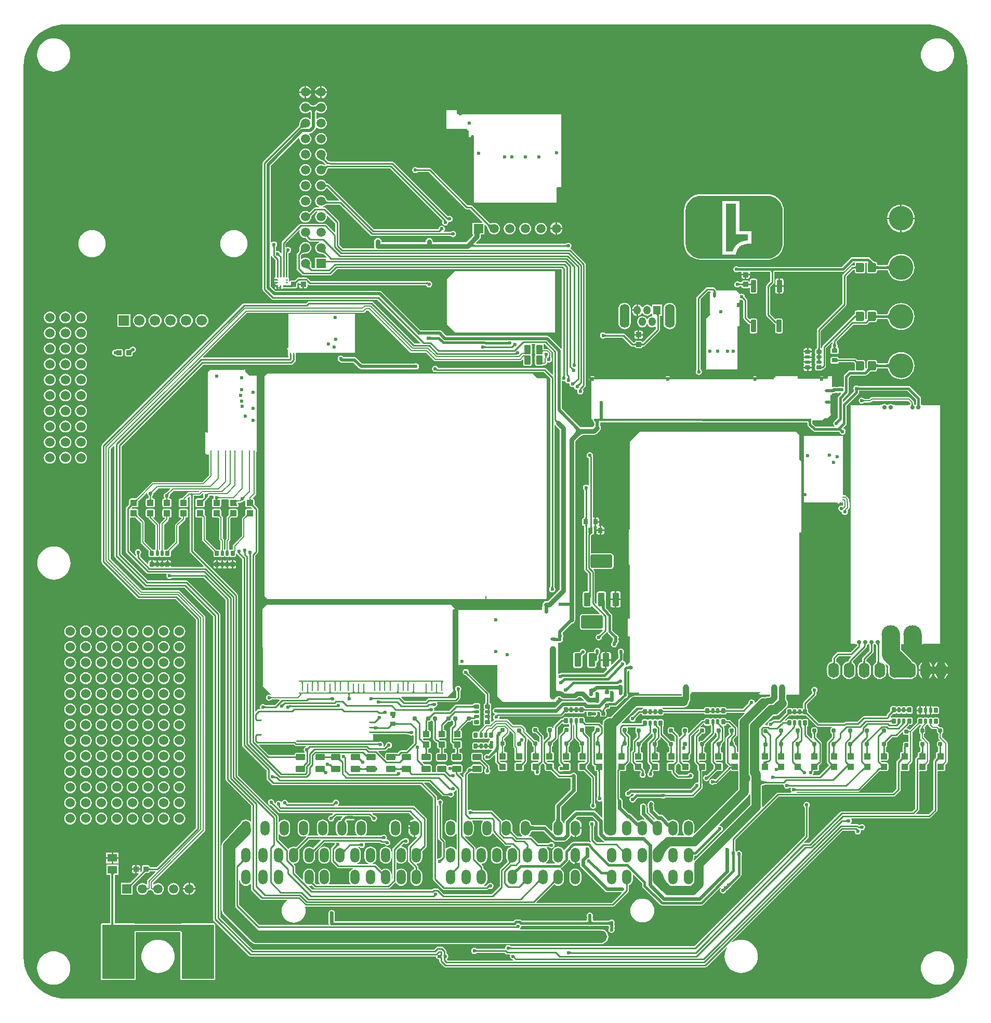
<source format=gtl>
G04*
G04 #@! TF.GenerationSoftware,Altium Limited,Altium Designer,20.2.7 (254)*
G04*
G04 Layer_Physical_Order=1*
G04 Layer_Color=255*
%FSLAX25Y25*%
%MOIN*%
G70*
G04*
G04 #@! TF.SameCoordinates,2B6D8946-6301-4847-B182-554F51E79D42*
G04*
G04*
G04 #@! TF.FilePolarity,Positive*
G04*
G01*
G75*
%ADD13C,0.00984*%
%ADD14C,0.01575*%
%ADD16C,0.00787*%
%ADD17C,0.01181*%
%ADD21C,0.01968*%
G04:AMPARAMS|DCode=25|XSize=27.56mil|YSize=36.22mil|CornerRadius=2.76mil|HoleSize=0mil|Usage=FLASHONLY|Rotation=0.000|XOffset=0mil|YOffset=0mil|HoleType=Round|Shape=RoundedRectangle|*
%AMROUNDEDRECTD25*
21,1,0.02756,0.03071,0,0,0.0*
21,1,0.02205,0.03622,0,0,0.0*
1,1,0.00551,0.01102,-0.01535*
1,1,0.00551,-0.01102,-0.01535*
1,1,0.00551,-0.01102,0.01535*
1,1,0.00551,0.01102,0.01535*
%
%ADD25ROUNDEDRECTD25*%
G04:AMPARAMS|DCode=26|XSize=23.62mil|YSize=23.62mil|CornerRadius=2.36mil|HoleSize=0mil|Usage=FLASHONLY|Rotation=90.000|XOffset=0mil|YOffset=0mil|HoleType=Round|Shape=RoundedRectangle|*
%AMROUNDEDRECTD26*
21,1,0.02362,0.01890,0,0,90.0*
21,1,0.01890,0.02362,0,0,90.0*
1,1,0.00472,0.00945,0.00945*
1,1,0.00472,0.00945,-0.00945*
1,1,0.00472,-0.00945,-0.00945*
1,1,0.00472,-0.00945,0.00945*
%
%ADD26ROUNDEDRECTD26*%
G04:AMPARAMS|DCode=27|XSize=23.62mil|YSize=23.62mil|CornerRadius=2.36mil|HoleSize=0mil|Usage=FLASHONLY|Rotation=0.000|XOffset=0mil|YOffset=0mil|HoleType=Round|Shape=RoundedRectangle|*
%AMROUNDEDRECTD27*
21,1,0.02362,0.01890,0,0,0.0*
21,1,0.01890,0.02362,0,0,0.0*
1,1,0.00472,0.00945,-0.00945*
1,1,0.00472,-0.00945,-0.00945*
1,1,0.00472,-0.00945,0.00945*
1,1,0.00472,0.00945,0.00945*
%
%ADD27ROUNDEDRECTD27*%
G04:AMPARAMS|DCode=28|XSize=33.47mil|YSize=33.47mil|CornerRadius=3.35mil|HoleSize=0mil|Usage=FLASHONLY|Rotation=270.000|XOffset=0mil|YOffset=0mil|HoleType=Round|Shape=RoundedRectangle|*
%AMROUNDEDRECTD28*
21,1,0.03347,0.02677,0,0,270.0*
21,1,0.02677,0.03347,0,0,270.0*
1,1,0.00669,-0.01339,-0.01339*
1,1,0.00669,-0.01339,0.01339*
1,1,0.00669,0.01339,0.01339*
1,1,0.00669,0.01339,-0.01339*
%
%ADD28ROUNDEDRECTD28*%
G04:AMPARAMS|DCode=29|XSize=43.31mil|YSize=84.65mil|CornerRadius=4.33mil|HoleSize=0mil|Usage=FLASHONLY|Rotation=0.000|XOffset=0mil|YOffset=0mil|HoleType=Round|Shape=RoundedRectangle|*
%AMROUNDEDRECTD29*
21,1,0.04331,0.07598,0,0,0.0*
21,1,0.03465,0.08465,0,0,0.0*
1,1,0.00866,0.01732,-0.03799*
1,1,0.00866,-0.01732,-0.03799*
1,1,0.00866,-0.01732,0.03799*
1,1,0.00866,0.01732,0.03799*
%
%ADD29ROUNDEDRECTD29*%
G04:AMPARAMS|DCode=30|XSize=43.31mil|YSize=84.65mil|CornerRadius=4.33mil|HoleSize=0mil|Usage=FLASHONLY|Rotation=0.000|XOffset=0mil|YOffset=0mil|HoleType=Round|Shape=RoundedRectangle|*
%AMROUNDEDRECTD30*
21,1,0.04331,0.07599,0,0,0.0*
21,1,0.03465,0.08465,0,0,0.0*
1,1,0.00866,0.01732,-0.03799*
1,1,0.00866,-0.01732,-0.03799*
1,1,0.00866,-0.01732,0.03799*
1,1,0.00866,0.01732,0.03799*
%
%ADD30ROUNDEDRECTD30*%
G04:AMPARAMS|DCode=31|XSize=137.8mil|YSize=84.65mil|CornerRadius=8.47mil|HoleSize=0mil|Usage=FLASHONLY|Rotation=0.000|XOffset=0mil|YOffset=0mil|HoleType=Round|Shape=RoundedRectangle|*
%AMROUNDEDRECTD31*
21,1,0.13780,0.06772,0,0,0.0*
21,1,0.12087,0.08465,0,0,0.0*
1,1,0.01693,0.06043,-0.03386*
1,1,0.01693,-0.06043,-0.03386*
1,1,0.01693,-0.06043,0.03386*
1,1,0.01693,0.06043,0.03386*
%
%ADD31ROUNDEDRECTD31*%
G04:AMPARAMS|DCode=32|XSize=25.59mil|YSize=31.5mil|CornerRadius=2.56mil|HoleSize=0mil|Usage=FLASHONLY|Rotation=0.000|XOffset=0mil|YOffset=0mil|HoleType=Round|Shape=RoundedRectangle|*
%AMROUNDEDRECTD32*
21,1,0.02559,0.02638,0,0,0.0*
21,1,0.02047,0.03150,0,0,0.0*
1,1,0.00512,0.01024,-0.01319*
1,1,0.00512,-0.01024,-0.01319*
1,1,0.00512,-0.01024,0.01319*
1,1,0.00512,0.01024,0.01319*
%
%ADD32ROUNDEDRECTD32*%
G04:AMPARAMS|DCode=33|XSize=17.72mil|YSize=31.5mil|CornerRadius=1.77mil|HoleSize=0mil|Usage=FLASHONLY|Rotation=0.000|XOffset=0mil|YOffset=0mil|HoleType=Round|Shape=RoundedRectangle|*
%AMROUNDEDRECTD33*
21,1,0.01772,0.02795,0,0,0.0*
21,1,0.01417,0.03150,0,0,0.0*
1,1,0.00354,0.00709,-0.01398*
1,1,0.00354,-0.00709,-0.01398*
1,1,0.00354,-0.00709,0.01398*
1,1,0.00354,0.00709,0.01398*
%
%ADD33ROUNDEDRECTD33*%
G04:AMPARAMS|DCode=34|XSize=39.37mil|YSize=57.09mil|CornerRadius=3.94mil|HoleSize=0mil|Usage=FLASHONLY|Rotation=0.000|XOffset=0mil|YOffset=0mil|HoleType=Round|Shape=RoundedRectangle|*
%AMROUNDEDRECTD34*
21,1,0.03937,0.04921,0,0,0.0*
21,1,0.03150,0.05709,0,0,0.0*
1,1,0.00787,0.01575,-0.02461*
1,1,0.00787,-0.01575,-0.02461*
1,1,0.00787,-0.01575,0.02461*
1,1,0.00787,0.01575,0.02461*
%
%ADD34ROUNDEDRECTD34*%
G04:AMPARAMS|DCode=35|XSize=39.37mil|YSize=43.31mil|CornerRadius=3.94mil|HoleSize=0mil|Usage=FLASHONLY|Rotation=270.000|XOffset=0mil|YOffset=0mil|HoleType=Round|Shape=RoundedRectangle|*
%AMROUNDEDRECTD35*
21,1,0.03937,0.03543,0,0,270.0*
21,1,0.03150,0.04331,0,0,270.0*
1,1,0.00787,-0.01772,-0.01575*
1,1,0.00787,-0.01772,0.01575*
1,1,0.00787,0.01772,0.01575*
1,1,0.00787,0.01772,-0.01575*
%
%ADD35ROUNDEDRECTD35*%
%ADD36R,0.03740X0.00984*%
%ADD37R,0.00984X1.54528*%
%ADD38R,0.08858X0.00984*%
%ADD39R,0.12205X0.00984*%
%ADD40R,0.19882X0.00984*%
%ADD41R,0.11614X0.00984*%
%ADD42C,0.11811*%
%ADD43R,0.05906X0.05118*%
G04:AMPARAMS|DCode=44|XSize=33.47mil|YSize=33.47mil|CornerRadius=3.35mil|HoleSize=0mil|Usage=FLASHONLY|Rotation=0.000|XOffset=0mil|YOffset=0mil|HoleType=Round|Shape=RoundedRectangle|*
%AMROUNDEDRECTD44*
21,1,0.03347,0.02677,0,0,0.0*
21,1,0.02677,0.03347,0,0,0.0*
1,1,0.00669,0.01339,-0.01339*
1,1,0.00669,-0.01339,-0.01339*
1,1,0.00669,-0.01339,0.01339*
1,1,0.00669,0.01339,0.01339*
%
%ADD44ROUNDEDRECTD44*%
G04:AMPARAMS|DCode=45|XSize=27.56mil|YSize=36.22mil|CornerRadius=2.76mil|HoleSize=0mil|Usage=FLASHONLY|Rotation=270.000|XOffset=0mil|YOffset=0mil|HoleType=Round|Shape=RoundedRectangle|*
%AMROUNDEDRECTD45*
21,1,0.02756,0.03071,0,0,270.0*
21,1,0.02205,0.03622,0,0,270.0*
1,1,0.00551,-0.01535,-0.01102*
1,1,0.00551,-0.01535,0.01102*
1,1,0.00551,0.01535,0.01102*
1,1,0.00551,0.01535,-0.01102*
%
%ADD45ROUNDEDRECTD45*%
%ADD46R,0.00984X0.01378*%
%ADD47R,0.01378X0.00984*%
G04:AMPARAMS|DCode=48|XSize=31.5mil|YSize=78.74mil|CornerRadius=3.15mil|HoleSize=0mil|Usage=FLASHONLY|Rotation=0.000|XOffset=0mil|YOffset=0mil|HoleType=Round|Shape=RoundedRectangle|*
%AMROUNDEDRECTD48*
21,1,0.03150,0.07244,0,0,0.0*
21,1,0.02520,0.07874,0,0,0.0*
1,1,0.00630,0.01260,-0.03622*
1,1,0.00630,-0.01260,-0.03622*
1,1,0.00630,-0.01260,0.03622*
1,1,0.00630,0.01260,0.03622*
%
%ADD48ROUNDEDRECTD48*%
G04:AMPARAMS|DCode=49|XSize=51.18mil|YSize=59.06mil|CornerRadius=5.12mil|HoleSize=0mil|Usage=FLASHONLY|Rotation=0.000|XOffset=0mil|YOffset=0mil|HoleType=Round|Shape=RoundedRectangle|*
%AMROUNDEDRECTD49*
21,1,0.05118,0.04882,0,0,0.0*
21,1,0.04095,0.05906,0,0,0.0*
1,1,0.01024,0.02047,-0.02441*
1,1,0.01024,-0.02047,-0.02441*
1,1,0.01024,-0.02047,0.02441*
1,1,0.01024,0.02047,0.02441*
%
%ADD49ROUNDEDRECTD49*%
%ADD50C,0.15748*%
G04:AMPARAMS|DCode=51|XSize=39.37mil|YSize=57.09mil|CornerRadius=3.94mil|HoleSize=0mil|Usage=FLASHONLY|Rotation=90.000|XOffset=0mil|YOffset=0mil|HoleType=Round|Shape=RoundedRectangle|*
%AMROUNDEDRECTD51*
21,1,0.03937,0.04921,0,0,90.0*
21,1,0.03150,0.05709,0,0,90.0*
1,1,0.00787,0.02461,0.01575*
1,1,0.00787,0.02461,-0.01575*
1,1,0.00787,-0.02461,-0.01575*
1,1,0.00787,-0.02461,0.01575*
%
%ADD51ROUNDEDRECTD51*%
G04:AMPARAMS|DCode=52|XSize=25.59mil|YSize=31.5mil|CornerRadius=2.56mil|HoleSize=0mil|Usage=FLASHONLY|Rotation=270.000|XOffset=0mil|YOffset=0mil|HoleType=Round|Shape=RoundedRectangle|*
%AMROUNDEDRECTD52*
21,1,0.02559,0.02638,0,0,270.0*
21,1,0.02047,0.03150,0,0,270.0*
1,1,0.00512,-0.01319,-0.01024*
1,1,0.00512,-0.01319,0.01024*
1,1,0.00512,0.01319,0.01024*
1,1,0.00512,0.01319,-0.01024*
%
%ADD52ROUNDEDRECTD52*%
G04:AMPARAMS|DCode=53|XSize=17.72mil|YSize=31.5mil|CornerRadius=1.77mil|HoleSize=0mil|Usage=FLASHONLY|Rotation=270.000|XOffset=0mil|YOffset=0mil|HoleType=Round|Shape=RoundedRectangle|*
%AMROUNDEDRECTD53*
21,1,0.01772,0.02795,0,0,270.0*
21,1,0.01417,0.03150,0,0,270.0*
1,1,0.00354,-0.01398,-0.00709*
1,1,0.00354,-0.01398,0.00709*
1,1,0.00354,0.01398,0.00709*
1,1,0.00354,0.01398,-0.00709*
%
%ADD53ROUNDEDRECTD53*%
%ADD107C,0.06693*%
%ADD108R,0.06693X0.06693*%
%ADD110C,0.02362*%
%ADD111O,0.22323X0.00787*%
%ADD112O,0.01575X0.38583*%
%ADD113O,0.26772X0.00787*%
%ADD114O,0.00787X0.43701*%
%ADD115O,0.01968X0.00984*%
%ADD116O,0.00984X0.01968*%
G04:AMPARAMS|DCode=117|XSize=7.87mil|YSize=511.81mil|CornerRadius=3.94mil|HoleSize=0mil|Usage=FLASHONLY|Rotation=180.000|XOffset=0mil|YOffset=0mil|HoleType=Round|Shape=RoundedRectangle|*
%AMROUNDEDRECTD117*
21,1,0.00787,0.50394,0,0,180.0*
21,1,0.00000,0.51181,0,0,180.0*
1,1,0.00787,0.00000,0.25197*
1,1,0.00787,0.00000,0.25197*
1,1,0.00787,0.00000,-0.25197*
1,1,0.00787,0.00000,-0.25197*
%
%ADD117ROUNDEDRECTD117*%
G04:AMPARAMS|DCode=118|XSize=9.84mil|YSize=929.13mil|CornerRadius=4.92mil|HoleSize=0mil|Usage=FLASHONLY|Rotation=270.000|XOffset=0mil|YOffset=0mil|HoleType=Round|Shape=RoundedRectangle|*
%AMROUNDEDRECTD118*
21,1,0.00984,0.91929,0,0,270.0*
21,1,0.00000,0.92913,0,0,270.0*
1,1,0.00984,-0.45965,0.00000*
1,1,0.00984,-0.45965,0.00000*
1,1,0.00984,0.45965,0.00000*
1,1,0.00984,0.45965,0.00000*
%
%ADD118ROUNDEDRECTD118*%
G04:AMPARAMS|DCode=119|XSize=7.87mil|YSize=49.21mil|CornerRadius=3.94mil|HoleSize=0mil|Usage=FLASHONLY|Rotation=0.000|XOffset=0mil|YOffset=0mil|HoleType=Round|Shape=RoundedRectangle|*
%AMROUNDEDRECTD119*
21,1,0.00787,0.04134,0,0,0.0*
21,1,0.00000,0.04921,0,0,0.0*
1,1,0.00787,0.00000,-0.02067*
1,1,0.00787,0.00000,-0.02067*
1,1,0.00787,0.00000,0.02067*
1,1,0.00787,0.00000,0.02067*
%
%ADD119ROUNDEDRECTD119*%
G04:AMPARAMS|DCode=120|XSize=9.84mil|YSize=27.56mil|CornerRadius=4.92mil|HoleSize=0mil|Usage=FLASHONLY|Rotation=180.000|XOffset=0mil|YOffset=0mil|HoleType=Round|Shape=RoundedRectangle|*
%AMROUNDEDRECTD120*
21,1,0.00984,0.01772,0,0,180.0*
21,1,0.00000,0.02756,0,0,180.0*
1,1,0.00984,0.00000,0.00886*
1,1,0.00984,0.00000,0.00886*
1,1,0.00984,0.00000,-0.00886*
1,1,0.00984,0.00000,-0.00886*
%
%ADD120ROUNDEDRECTD120*%
G04:AMPARAMS|DCode=121|XSize=7.87mil|YSize=1424.8mil|CornerRadius=3.94mil|HoleSize=0mil|Usage=FLASHONLY|Rotation=180.000|XOffset=0mil|YOffset=0mil|HoleType=Round|Shape=RoundedRectangle|*
%AMROUNDEDRECTD121*
21,1,0.00787,1.41693,0,0,180.0*
21,1,0.00000,1.42480,0,0,180.0*
1,1,0.00787,0.00000,0.70847*
1,1,0.00787,0.00000,0.70847*
1,1,0.00787,0.00000,-0.70847*
1,1,0.00787,0.00000,-0.70847*
%
%ADD121ROUNDEDRECTD121*%
G04:AMPARAMS|DCode=122|XSize=7.87mil|YSize=1795.28mil|CornerRadius=3.94mil|HoleSize=0mil|Usage=FLASHONLY|Rotation=270.000|XOffset=0mil|YOffset=0mil|HoleType=Round|Shape=RoundedRectangle|*
%AMROUNDEDRECTD122*
21,1,0.00787,1.78740,0,0,270.0*
21,1,0.00000,1.79528,0,0,270.0*
1,1,0.00787,-0.89370,0.00000*
1,1,0.00787,-0.89370,0.00000*
1,1,0.00787,0.89370,0.00000*
1,1,0.00787,0.89370,0.00000*
%
%ADD122ROUNDEDRECTD122*%
G04:AMPARAMS|DCode=123|XSize=7.87mil|YSize=1413.39mil|CornerRadius=3.94mil|HoleSize=0mil|Usage=FLASHONLY|Rotation=180.000|XOffset=0mil|YOffset=0mil|HoleType=Round|Shape=RoundedRectangle|*
%AMROUNDEDRECTD123*
21,1,0.00787,1.40551,0,0,180.0*
21,1,0.00000,1.41339,0,0,180.0*
1,1,0.00787,0.00000,0.70276*
1,1,0.00787,0.00000,0.70276*
1,1,0.00787,0.00000,-0.70276*
1,1,0.00787,0.00000,-0.70276*
%
%ADD123ROUNDEDRECTD123*%
G04:AMPARAMS|DCode=124|XSize=7.87mil|YSize=1712.6mil|CornerRadius=3.94mil|HoleSize=0mil|Usage=FLASHONLY|Rotation=270.000|XOffset=0mil|YOffset=0mil|HoleType=Round|Shape=RoundedRectangle|*
%AMROUNDEDRECTD124*
21,1,0.00787,1.70472,0,0,270.0*
21,1,0.00000,1.71260,0,0,270.0*
1,1,0.00787,-0.85236,0.00000*
1,1,0.00787,-0.85236,0.00000*
1,1,0.00787,0.85236,0.00000*
1,1,0.00787,0.85236,0.00000*
%
%ADD124ROUNDEDRECTD124*%
G04:AMPARAMS|DCode=125|XSize=7.87mil|YSize=31.5mil|CornerRadius=3.94mil|HoleSize=0mil|Usage=FLASHONLY|Rotation=315.000|XOffset=0mil|YOffset=0mil|HoleType=Round|Shape=RoundedRectangle|*
%AMROUNDEDRECTD125*
21,1,0.00787,0.02362,0,0,315.0*
21,1,0.00000,0.03150,0,0,315.0*
1,1,0.00787,-0.00835,-0.00835*
1,1,0.00787,-0.00835,-0.00835*
1,1,0.00787,0.00835,0.00835*
1,1,0.00787,0.00835,0.00835*
%
%ADD125ROUNDEDRECTD125*%
G04:AMPARAMS|DCode=126|XSize=7.87mil|YSize=62.99mil|CornerRadius=3.94mil|HoleSize=0mil|Usage=FLASHONLY|Rotation=270.000|XOffset=0mil|YOffset=0mil|HoleType=Round|Shape=RoundedRectangle|*
%AMROUNDEDRECTD126*
21,1,0.00787,0.05512,0,0,270.0*
21,1,0.00000,0.06299,0,0,270.0*
1,1,0.00787,-0.02756,0.00000*
1,1,0.00787,-0.02756,0.00000*
1,1,0.00787,0.02756,0.00000*
1,1,0.00787,0.02756,0.00000*
%
%ADD126ROUNDEDRECTD126*%
G04:AMPARAMS|DCode=127|XSize=7.87mil|YSize=47.24mil|CornerRadius=3.94mil|HoleSize=0mil|Usage=FLASHONLY|Rotation=45.000|XOffset=0mil|YOffset=0mil|HoleType=Round|Shape=RoundedRectangle|*
%AMROUNDEDRECTD127*
21,1,0.00787,0.03937,0,0,45.0*
21,1,0.00000,0.04724,0,0,45.0*
1,1,0.00787,0.01392,-0.01392*
1,1,0.00787,0.01392,-0.01392*
1,1,0.00787,-0.01392,0.01392*
1,1,0.00787,-0.01392,0.01392*
%
%ADD127ROUNDEDRECTD127*%
G04:AMPARAMS|DCode=128|XSize=7.87mil|YSize=21.65mil|CornerRadius=3.94mil|HoleSize=0mil|Usage=FLASHONLY|Rotation=45.000|XOffset=0mil|YOffset=0mil|HoleType=Round|Shape=RoundedRectangle|*
%AMROUNDEDRECTD128*
21,1,0.00787,0.01378,0,0,45.0*
21,1,0.00000,0.02165,0,0,45.0*
1,1,0.00787,0.00487,-0.00487*
1,1,0.00787,0.00487,-0.00487*
1,1,0.00787,-0.00487,0.00487*
1,1,0.00787,-0.00487,0.00487*
%
%ADD128ROUNDEDRECTD128*%
G04:AMPARAMS|DCode=129|XSize=7.87mil|YSize=22.84mil|CornerRadius=3.94mil|HoleSize=0mil|Usage=FLASHONLY|Rotation=135.000|XOffset=0mil|YOffset=0mil|HoleType=Round|Shape=RoundedRectangle|*
%AMROUNDEDRECTD129*
21,1,0.00787,0.01496,0,0,135.0*
21,1,0.00000,0.02284,0,0,135.0*
1,1,0.00787,0.00529,0.00529*
1,1,0.00787,0.00529,0.00529*
1,1,0.00787,-0.00529,-0.00529*
1,1,0.00787,-0.00529,-0.00529*
%
%ADD129ROUNDEDRECTD129*%
G04:AMPARAMS|DCode=130|XSize=7.87mil|YSize=37.01mil|CornerRadius=3.94mil|HoleSize=0mil|Usage=FLASHONLY|Rotation=225.000|XOffset=0mil|YOffset=0mil|HoleType=Round|Shape=RoundedRectangle|*
%AMROUNDEDRECTD130*
21,1,0.00787,0.02913,0,0,225.0*
21,1,0.00000,0.03701,0,0,225.0*
1,1,0.00787,-0.01030,0.01030*
1,1,0.00787,-0.01030,0.01030*
1,1,0.00787,0.01030,-0.01030*
1,1,0.00787,0.01030,-0.01030*
%
%ADD130ROUNDEDRECTD130*%
%ADD131O,0.03937X0.34429*%
%ADD132O,0.54331X0.00787*%
%ADD133O,0.00787X0.36221*%
%ADD134O,0.03937X0.01968*%
%ADD135O,0.00787X0.01968*%
%ADD136O,0.25591X0.00787*%
%ADD137O,0.01575X0.21260*%
%ADD138O,0.35433X0.01575*%
G04:AMPARAMS|DCode=139|XSize=15.75mil|YSize=62.99mil|CornerRadius=0mil|HoleSize=0mil|Usage=FLASHONLY|Rotation=45.000|XOffset=0mil|YOffset=0mil|HoleType=Round|Shape=Round|*
%AMOVALD139*
21,1,0.04724,0.01575,0.00000,0.00000,135.0*
1,1,0.01575,0.01670,-0.01670*
1,1,0.01575,-0.01670,0.01670*
%
%ADD139OVALD139*%

G04:AMPARAMS|DCode=140|XSize=7.87mil|YSize=651.58mil|CornerRadius=3.94mil|HoleSize=0mil|Usage=FLASHONLY|Rotation=270.000|XOffset=0mil|YOffset=0mil|HoleType=Round|Shape=RoundedRectangle|*
%AMROUNDEDRECTD140*
21,1,0.00787,0.64370,0,0,270.0*
21,1,0.00000,0.65158,0,0,270.0*
1,1,0.00787,-0.32185,0.00000*
1,1,0.00787,-0.32185,0.00000*
1,1,0.00787,0.32185,0.00000*
1,1,0.00787,0.32185,0.00000*
%
%ADD140ROUNDEDRECTD140*%
G04:AMPARAMS|DCode=141|XSize=7.87mil|YSize=86.22mil|CornerRadius=3.94mil|HoleSize=0mil|Usage=FLASHONLY|Rotation=135.000|XOffset=0mil|YOffset=0mil|HoleType=Round|Shape=RoundedRectangle|*
%AMROUNDEDRECTD141*
21,1,0.00787,0.07835,0,0,135.0*
21,1,0.00000,0.08622,0,0,135.0*
1,1,0.00787,0.02770,0.02770*
1,1,0.00787,0.02770,0.02770*
1,1,0.00787,-0.02770,-0.02770*
1,1,0.00787,-0.02770,-0.02770*
%
%ADD141ROUNDEDRECTD141*%
G04:AMPARAMS|DCode=142|XSize=7.87mil|YSize=294.88mil|CornerRadius=3.94mil|HoleSize=0mil|Usage=FLASHONLY|Rotation=180.000|XOffset=0mil|YOffset=0mil|HoleType=Round|Shape=RoundedRectangle|*
%AMROUNDEDRECTD142*
21,1,0.00787,0.28701,0,0,180.0*
21,1,0.00000,0.29488,0,0,180.0*
1,1,0.00787,0.00000,0.14350*
1,1,0.00787,0.00000,0.14350*
1,1,0.00787,0.00000,-0.14350*
1,1,0.00787,0.00000,-0.14350*
%
%ADD142ROUNDEDRECTD142*%
G04:AMPARAMS|DCode=143|XSize=7.87mil|YSize=88.19mil|CornerRadius=3.94mil|HoleSize=0mil|Usage=FLASHONLY|Rotation=225.000|XOffset=0mil|YOffset=0mil|HoleType=Round|Shape=RoundedRectangle|*
%AMROUNDEDRECTD143*
21,1,0.00787,0.08032,0,0,225.0*
21,1,0.00000,0.08819,0,0,225.0*
1,1,0.00787,-0.02840,0.02840*
1,1,0.00787,-0.02840,0.02840*
1,1,0.00787,0.02840,-0.02840*
1,1,0.00787,0.02840,-0.02840*
%
%ADD143ROUNDEDRECTD143*%
G04:AMPARAMS|DCode=144|XSize=7.87mil|YSize=408.27mil|CornerRadius=3.94mil|HoleSize=0mil|Usage=FLASHONLY|Rotation=0.000|XOffset=0mil|YOffset=0mil|HoleType=Round|Shape=RoundedRectangle|*
%AMROUNDEDRECTD144*
21,1,0.00787,0.40039,0,0,0.0*
21,1,0.00000,0.40827,0,0,0.0*
1,1,0.00787,0.00000,-0.20020*
1,1,0.00787,0.00000,-0.20020*
1,1,0.00787,0.00000,0.20020*
1,1,0.00787,0.00000,0.20020*
%
%ADD144ROUNDEDRECTD144*%
G04:AMPARAMS|DCode=145|XSize=7.87mil|YSize=648.03mil|CornerRadius=3.94mil|HoleSize=0mil|Usage=FLASHONLY|Rotation=270.000|XOffset=0mil|YOffset=0mil|HoleType=Round|Shape=RoundedRectangle|*
%AMROUNDEDRECTD145*
21,1,0.00787,0.64016,0,0,270.0*
21,1,0.00000,0.64803,0,0,270.0*
1,1,0.00787,-0.32008,0.00000*
1,1,0.00787,-0.32008,0.00000*
1,1,0.00787,0.32008,0.00000*
1,1,0.00787,0.32008,0.00000*
%
%ADD145ROUNDEDRECTD145*%
%ADD146O,0.68504X0.01575*%
%ADD147O,0.01968X0.50000*%
%ADD148O,0.56890X0.01968*%
%ADD149O,0.01968X0.44882*%
%ADD150O,0.01968X0.11811*%
%ADD151O,0.04724X0.01968*%
%ADD152O,0.01968X0.00984*%
%ADD153O,0.00984X0.01968*%
%ADD154O,0.43701X0.00787*%
%ADD155O,0.00787X0.26772*%
%ADD156O,0.38583X0.01575*%
%ADD157O,0.00787X0.22323*%
G04:AMPARAMS|DCode=158|XSize=7.87mil|YSize=47.24mil|CornerRadius=0mil|HoleSize=0mil|Usage=FLASHONLY|Rotation=315.000|XOffset=0mil|YOffset=0mil|HoleType=Round|Shape=Round|*
%AMOVALD158*
21,1,0.03937,0.00787,0.00000,0.00000,45.0*
1,1,0.00787,-0.01392,-0.01392*
1,1,0.00787,0.01392,0.01392*
%
%ADD158OVALD158*%

%ADD159O,0.00787X0.33071*%
%ADD160O,0.20669X0.00787*%
%ADD161O,0.01968X0.03937*%
%ADD162O,0.00787X0.02756*%
%ADD163O,0.00787X0.28543*%
G04:AMPARAMS|DCode=164|XSize=7.87mil|YSize=11.81mil|CornerRadius=0mil|HoleSize=0mil|Usage=FLASHONLY|Rotation=45.000|XOffset=0mil|YOffset=0mil|HoleType=Round|Shape=Round|*
%AMOVALD164*
21,1,0.00394,0.00787,0.00000,0.00000,135.0*
1,1,0.00787,0.00139,-0.00139*
1,1,0.00787,-0.00139,0.00139*
%
%ADD164OVALD164*%

%ADD165O,0.00787X0.14173*%
%ADD166O,0.06693X0.00787*%
G04:AMPARAMS|DCode=167|XSize=95.67mil|YSize=7.87mil|CornerRadius=0mil|HoleSize=0mil|Usage=FLASHONLY|Rotation=45.000|XOffset=0mil|YOffset=0mil|HoleType=Round|Shape=Round|*
%AMOVALD167*
21,1,0.08780,0.00787,0.00000,0.00000,45.0*
1,1,0.00787,-0.03104,-0.03104*
1,1,0.00787,0.03104,0.03104*
%
%ADD167OVALD167*%

%ADD168O,1.01181X0.00787*%
%ADD169O,0.00787X0.56693*%
%ADD170O,0.00787X0.34744*%
%ADD171O,0.00787X0.16732*%
%ADD172O,0.00787X1.01772*%
%ADD173O,0.44587X0.00787*%
%ADD174O,0.03937X0.05906*%
G04:AMPARAMS|DCode=175|XSize=39.37mil|YSize=7.87mil|CornerRadius=0mil|HoleSize=0mil|Usage=FLASHONLY|Rotation=315.000|XOffset=0mil|YOffset=0mil|HoleType=Round|Shape=Round|*
%AMOVALD175*
21,1,0.03150,0.00787,0.00000,0.00000,315.0*
1,1,0.00787,-0.01114,0.01114*
1,1,0.00787,0.01114,-0.01114*
%
%ADD175OVALD175*%

%ADD176O,0.00787X0.16339*%
%ADD177O,0.03150X0.02362*%
%ADD178O,0.00787X0.12205*%
%ADD179O,1.18110X0.01575*%
%ADD180O,1.39370X0.01575*%
%ADD181O,0.01575X0.28347*%
%ADD182O,0.19685X0.01575*%
%ADD183O,0.00787X0.01575*%
%ADD184O,0.00984X0.40158*%
%ADD185O,0.22835X0.00984*%
G04:AMPARAMS|DCode=186|XSize=25.59mil|YSize=9.84mil|CornerRadius=0mil|HoleSize=0mil|Usage=FLASHONLY|Rotation=45.000|XOffset=0mil|YOffset=0mil|HoleType=Round|Shape=Round|*
%AMOVALD186*
21,1,0.01575,0.00984,0.00000,0.00000,45.0*
1,1,0.00984,-0.00557,-0.00557*
1,1,0.00984,0.00557,0.00557*
%
%ADD186OVALD186*%

%ADD187R,0.01968X0.01968*%
%ADD188C,0.03937*%
%ADD189C,0.05906*%
%ADD190C,0.07874*%
%ADD191C,0.03150*%
%ADD192C,0.11811*%
%ADD193C,0.09449*%
%ADD194C,0.02362*%
%ADD195C,0.06000*%
%ADD196O,0.06299X0.15354*%
%ADD197O,0.04724X0.05512*%
%ADD198R,0.04724X0.05512*%
%ADD199R,0.09843X0.09843*%
%ADD200C,0.05906*%
%ADD201R,0.05906X0.05906*%
%ADD202O,0.06890X0.09843*%
%ADD203C,0.02756*%
%ADD204O,0.05906X0.09449*%
%ADD205R,0.05906X0.05906*%
G36*
X581781Y625413D02*
X584783Y624902D01*
X587710Y624059D01*
X590524Y622894D01*
X593189Y621421D01*
X595673Y619658D01*
X597944Y617629D01*
X599973Y615358D01*
X601736Y612874D01*
X603209Y610209D01*
X604374Y607395D01*
X605217Y604468D01*
X605727Y601466D01*
X605895Y598479D01*
X605873Y598425D01*
Y27559D01*
X605895Y27505D01*
X605727Y24518D01*
X605217Y21516D01*
X604374Y18589D01*
X603209Y15776D01*
X601736Y13110D01*
X599973Y10626D01*
X597944Y8355D01*
X595673Y6326D01*
X593189Y4564D01*
X590524Y3091D01*
X587710Y1925D01*
X584783Y1082D01*
X581781Y572D01*
X578794Y404D01*
X578740Y426D01*
X27559D01*
X27505Y404D01*
X24518Y572D01*
X21516Y1082D01*
X18589Y1925D01*
X15776Y3091D01*
X13110Y4564D01*
X10626Y6326D01*
X8355Y8355D01*
X6326Y10626D01*
X4564Y13110D01*
X3091Y15776D01*
X1925Y18589D01*
X1082Y21516D01*
X572Y24518D01*
X404Y27505D01*
X426Y27559D01*
Y598425D01*
X404Y598479D01*
X572Y601466D01*
X1082Y604468D01*
X1925Y607395D01*
X3091Y610209D01*
X4564Y612874D01*
X6326Y615358D01*
X8355Y617629D01*
X10626Y619658D01*
X13110Y621421D01*
X15776Y622894D01*
X18589Y624059D01*
X21516Y624902D01*
X24518Y625413D01*
X27505Y625580D01*
X27559Y625558D01*
X578740D01*
X578794Y625580D01*
X581781Y625413D01*
D02*
G37*
%LPC*%
G36*
X586614Y616568D02*
X584946Y616437D01*
X583319Y616046D01*
X581773Y615406D01*
X580347Y614532D01*
X579074Y613445D01*
X577988Y612173D01*
X577114Y610746D01*
X576473Y609200D01*
X576083Y607574D01*
X575951Y605905D01*
X576083Y604238D01*
X576473Y602610D01*
X577114Y601065D01*
X577988Y599638D01*
X579074Y598366D01*
X580347Y597279D01*
X581773Y596405D01*
X583319Y595765D01*
X584946Y595374D01*
X586614Y595243D01*
X588282Y595374D01*
X589909Y595765D01*
X591455Y596405D01*
X592882Y597279D01*
X594154Y598366D01*
X595240Y599638D01*
X596115Y601065D01*
X596755Y602610D01*
X597146Y604238D01*
X597277Y605905D01*
X597146Y607574D01*
X596755Y609200D01*
X596115Y610746D01*
X595240Y612173D01*
X594154Y613445D01*
X592882Y614532D01*
X591455Y615406D01*
X589909Y616046D01*
X588282Y616437D01*
X586614Y616568D01*
D02*
G37*
G36*
X19685D02*
X18017Y616437D01*
X16390Y616046D01*
X14844Y615406D01*
X13418Y614532D01*
X12145Y613445D01*
X11059Y612173D01*
X10184Y610746D01*
X9544Y609200D01*
X9154Y607574D01*
X9022Y605905D01*
X9154Y604238D01*
X9544Y602610D01*
X10184Y601065D01*
X11059Y599638D01*
X12145Y598366D01*
X13418Y597279D01*
X14844Y596405D01*
X16390Y595765D01*
X18017Y595374D01*
X19685Y595243D01*
X21353Y595374D01*
X22980Y595765D01*
X24526Y596405D01*
X25953Y597279D01*
X27225Y598366D01*
X28311Y599638D01*
X29186Y601065D01*
X29826Y602610D01*
X30217Y604238D01*
X30348Y605905D01*
X30217Y607574D01*
X29826Y609200D01*
X29186Y610746D01*
X28311Y612173D01*
X27225Y613445D01*
X25953Y614532D01*
X24526Y615406D01*
X22980Y616046D01*
X21353Y616437D01*
X19685Y616568D01*
D02*
G37*
G36*
X181642Y585968D02*
Y582547D01*
X183250D01*
Y584114D01*
X183501Y583871D01*
X183752Y583653D01*
X184003Y583462D01*
X184254Y583295D01*
X184505Y583154D01*
X184756Y583039D01*
X185006Y582950D01*
X185010Y582949D01*
X184993Y583079D01*
X184595Y584041D01*
X183961Y584866D01*
X183135Y585500D01*
X182174Y585898D01*
X181642Y585968D01*
D02*
G37*
G36*
X191642D02*
Y582547D01*
X195063D01*
X194993Y583079D01*
X194595Y584041D01*
X193961Y584866D01*
X193135Y585500D01*
X192174Y585898D01*
X191642Y585968D01*
D02*
G37*
G36*
X190642D02*
X190110Y585898D01*
X189148Y585500D01*
X188323Y584866D01*
X187689Y584041D01*
X187291Y583079D01*
X187274Y582949D01*
X187277Y582950D01*
X187528Y583039D01*
X187779Y583154D01*
X188030Y583295D01*
X188280Y583462D01*
X188531Y583653D01*
X188782Y583871D01*
X189033Y584114D01*
Y582547D01*
X190642D01*
Y585968D01*
D02*
G37*
G36*
X180642D02*
X180110Y585898D01*
X179148Y585500D01*
X178323Y584866D01*
X177689Y584041D01*
X177291Y583079D01*
X177221Y582547D01*
X180642D01*
Y585968D01*
D02*
G37*
G36*
X190642Y581547D02*
X189033D01*
Y579980D01*
X188782Y580223D01*
X188531Y580441D01*
X188280Y580633D01*
X188030Y580799D01*
X187779Y580940D01*
X187528Y581055D01*
X187277Y581145D01*
X187274Y581145D01*
X187291Y581015D01*
X187689Y580054D01*
X188323Y579228D01*
X189148Y578594D01*
X190110Y578196D01*
X190642Y578126D01*
Y581547D01*
D02*
G37*
G36*
X180642D02*
X177221D01*
X177291Y581015D01*
X177689Y580054D01*
X178323Y579228D01*
X179148Y578594D01*
X180110Y578196D01*
X180642Y578126D01*
Y581547D01*
D02*
G37*
G36*
X195063D02*
X191642D01*
Y578126D01*
X192174Y578196D01*
X193135Y578594D01*
X193961Y579228D01*
X194595Y580054D01*
X194993Y581015D01*
X195063Y581547D01*
D02*
G37*
G36*
X183250D02*
X181642D01*
Y578126D01*
X182174Y578196D01*
X183135Y578594D01*
X183961Y579228D01*
X184595Y580054D01*
X184993Y581015D01*
X185010Y581145D01*
X185006Y581145D01*
X184756Y581055D01*
X184505Y580940D01*
X184254Y580799D01*
X184003Y580633D01*
X183752Y580441D01*
X183501Y580223D01*
X183250Y579980D01*
Y581547D01*
D02*
G37*
G36*
X191142Y575820D02*
X190165Y575691D01*
X189255Y575314D01*
X188474Y574715D01*
X188272Y574451D01*
X188230Y574418D01*
X188061Y574223D01*
X187908Y574073D01*
X187753Y573945D01*
X187595Y573836D01*
X187433Y573746D01*
X187265Y573673D01*
X187090Y573615D01*
X186904Y573574D01*
X186784Y573558D01*
X185499D01*
X185379Y573574D01*
X185194Y573615D01*
X185019Y573673D01*
X184851Y573746D01*
X184688Y573836D01*
X184530Y573945D01*
X184375Y574073D01*
X184223Y574223D01*
X184054Y574418D01*
X184012Y574451D01*
X183809Y574715D01*
X183028Y575314D01*
X182118Y575691D01*
X181142Y575820D01*
X180165Y575691D01*
X179255Y575314D01*
X178474Y574715D01*
X177875Y573933D01*
X177498Y573024D01*
X177369Y572047D01*
X177498Y571071D01*
X177875Y570161D01*
X178474Y569380D01*
X179255Y568780D01*
X180165Y568403D01*
X181142Y568275D01*
X182118Y568403D01*
X183028Y568780D01*
X183467Y569117D01*
X183529Y569149D01*
X183749Y569322D01*
X183904Y569429D01*
X184026Y569442D01*
X184323Y569355D01*
X184392Y569313D01*
X184495Y569197D01*
X184512Y569101D01*
Y564619D01*
X184012Y564450D01*
X183809Y564715D01*
X183028Y565314D01*
X182118Y565691D01*
X181142Y565820D01*
X180165Y565691D01*
X179255Y565314D01*
X178474Y564715D01*
X177875Y563933D01*
X177498Y563024D01*
X177441Y562588D01*
X177416Y562520D01*
X177292Y561681D01*
X177146Y561002D01*
X177069Y560734D01*
X176988Y560499D01*
X176907Y560306D01*
X176829Y560157D01*
X176764Y560058D01*
X154097Y537392D01*
X153814Y536968D01*
X153715Y536469D01*
Y455558D01*
X153814Y455059D01*
X154097Y454636D01*
X159483Y449250D01*
X159906Y448967D01*
X160405Y448868D01*
X227402D01*
X255015Y421255D01*
X254824Y420793D01*
X251194D01*
X224510Y447478D01*
X224086Y447760D01*
X223587Y447860D01*
X183395D01*
X182896Y447760D01*
X182473Y447478D01*
X181551Y446556D01*
X141900D01*
X141401Y446457D01*
X140978Y446174D01*
X50751Y355947D01*
X50468Y355524D01*
X50369Y355025D01*
Y280610D01*
X50468Y280111D01*
X50751Y279688D01*
X73388Y257050D01*
X73812Y256767D01*
X74311Y256668D01*
X97885D01*
X110900Y243653D01*
Y110120D01*
X85581Y84801D01*
X81282D01*
Y84902D01*
X81195Y85339D01*
X80947Y85711D01*
X80576Y85958D01*
X80138Y86046D01*
X77461D01*
X77023Y85958D01*
X76652Y85711D01*
X76404Y85339D01*
X76317Y84902D01*
Y82445D01*
X76126Y82223D01*
X75704Y81801D01*
X75243Y82047D01*
X75278Y82224D01*
Y83063D01*
X73079D01*
Y80864D01*
X73917D01*
X74095Y80899D01*
X74341Y80438D01*
X68803Y74900D01*
X68638Y74746D01*
X68506Y74640D01*
X68458Y74606D01*
X62874D01*
Y67126D01*
X70354D01*
Y72710D01*
X70382Y72749D01*
X70607Y73014D01*
X78430Y80837D01*
X78509Y80906D01*
X78633Y81004D01*
X78737Y81075D01*
X78745Y81080D01*
X80138D01*
X80576Y81168D01*
X80947Y81415D01*
X81195Y81787D01*
X81275Y82192D01*
X84827D01*
X85018Y81730D01*
X79975Y76687D01*
X79714Y76297D01*
X79623Y75836D01*
X79623Y75836D01*
Y73867D01*
X79123Y73656D01*
X78500Y74133D01*
X77591Y74510D01*
X76614Y74639D01*
X75638Y74510D01*
X74728Y74133D01*
X73947Y73534D01*
X73347Y72752D01*
X72970Y71842D01*
X72842Y70866D01*
X72970Y69890D01*
X73347Y68980D01*
X73947Y68199D01*
X74728Y67599D01*
X75638Y67222D01*
X76614Y67094D01*
X77591Y67222D01*
X78500Y67599D01*
X79282Y68199D01*
X79881Y68980D01*
X80163Y69660D01*
X80183Y69662D01*
X80305D01*
X80305Y69662D01*
X80766Y69754D01*
X81157Y70015D01*
X81364Y70222D01*
X81864D01*
X82072Y70015D01*
X82462Y69754D01*
X82923Y69662D01*
X82923Y69662D01*
X83045D01*
X83066Y69660D01*
X83347Y68980D01*
X83947Y68199D01*
X84728Y67599D01*
X85638Y67222D01*
X86614Y67094D01*
X87590Y67222D01*
X88500Y67599D01*
X89282Y68199D01*
X89881Y68980D01*
X90258Y69890D01*
X90387Y70866D01*
X90258Y71842D01*
X89881Y72752D01*
X89282Y73534D01*
X88500Y74133D01*
X87590Y74510D01*
X86614Y74639D01*
X85638Y74510D01*
X84728Y74133D01*
X84106Y73656D01*
X83606Y73867D01*
Y74685D01*
X116493Y107572D01*
X116493Y107572D01*
X116754Y107963D01*
X116846Y108424D01*
X116846Y108424D01*
Y245349D01*
X116846Y245349D01*
X116754Y245810D01*
X116493Y246201D01*
X100622Y262072D01*
X100231Y262333D01*
X99771Y262425D01*
X99770Y262425D01*
X76456D01*
X56125Y282755D01*
Y352880D01*
X58265Y355019D01*
X58727Y354828D01*
Y284232D01*
X58826Y283733D01*
X59109Y283309D01*
X59622Y282797D01*
X59667Y282730D01*
X77949Y264448D01*
X78372Y264165D01*
X78871Y264066D01*
X103479D01*
X121908Y245637D01*
Y51397D01*
X122007Y50898D01*
X122290Y50475D01*
X145061Y27704D01*
X145484Y27421D01*
X145983Y27322D01*
X264962D01*
X265067Y26791D01*
X265502Y26140D01*
X266153Y25705D01*
X266921Y25552D01*
X267093Y25411D01*
Y24365D01*
X267192Y23866D01*
X267475Y23442D01*
X269990Y20928D01*
X270413Y20645D01*
X270912Y20546D01*
X437714D01*
X438214Y20645D01*
X438637Y20928D01*
X451230Y33521D01*
X451625Y33209D01*
X451129Y32400D01*
X450489Y30854D01*
X450098Y29227D01*
X449967Y27559D01*
X450098Y25891D01*
X450489Y24264D01*
X451129Y22718D01*
X452003Y21292D01*
X453090Y20019D01*
X454362Y18933D01*
X455789Y18058D01*
X457335Y17418D01*
X458962Y17028D01*
X460630Y16896D01*
X462298Y17028D01*
X463925Y17418D01*
X465471Y18058D01*
X466897Y18933D01*
X468170Y20019D01*
X469256Y21292D01*
X470130Y22718D01*
X470771Y24264D01*
X471161Y25891D01*
X471293Y27559D01*
X471161Y29227D01*
X470771Y30854D01*
X470130Y32400D01*
X469256Y33827D01*
X468170Y35099D01*
X466897Y36185D01*
X465471Y37060D01*
X463925Y37700D01*
X462298Y38091D01*
X460630Y38222D01*
X458962Y38091D01*
X457335Y37700D01*
X455789Y37060D01*
X454980Y36564D01*
X454668Y36959D01*
X523314Y105605D01*
X523314Y105605D01*
X525742Y108033D01*
X533152D01*
X533436Y107687D01*
X533589Y106919D01*
X534024Y106268D01*
X534675Y105833D01*
X535443Y105680D01*
X536211Y105833D01*
X536862Y106268D01*
X537297Y106919D01*
X537450Y107687D01*
X537380Y108039D01*
X537805Y108464D01*
X538157Y108394D01*
X538925Y108547D01*
X539576Y108982D01*
X540012Y109633D01*
X540164Y110401D01*
X540012Y111169D01*
X539576Y111821D01*
X538925Y112256D01*
X538157Y112408D01*
X537389Y112256D01*
X536738Y111821D01*
X536233Y111802D01*
X536004Y112032D01*
X535580Y112314D01*
X535081Y112414D01*
X530945D01*
X530794Y112914D01*
X531144Y113148D01*
X531579Y113799D01*
X531732Y114567D01*
X531579Y115335D01*
X531325Y115715D01*
X531592Y116215D01*
X581398D01*
X581897Y116314D01*
X582320Y116597D01*
X586060Y120337D01*
X586343Y120761D01*
X586442Y121260D01*
Y146131D01*
X586811Y146434D01*
X590354D01*
X590815Y146525D01*
X591206Y146786D01*
X591467Y147177D01*
X591559Y147638D01*
Y150263D01*
X591703Y150433D01*
X592781Y151511D01*
X593042Y151901D01*
X593133Y152362D01*
Y164130D01*
X593133Y164130D01*
X593042Y164591D01*
X592781Y164982D01*
X592781Y164982D01*
X589590Y168173D01*
Y170504D01*
X589730Y170532D01*
X590069Y170758D01*
X590295Y171097D01*
X590374Y171496D01*
Y173386D01*
X590295Y173785D01*
X590069Y174124D01*
X589730Y174350D01*
X589331Y174430D01*
X588128D01*
X587942Y174588D01*
X587190Y175340D01*
X586935Y175510D01*
X586998Y176032D01*
X587061Y176045D01*
X587406Y176275D01*
X587636Y176620D01*
X587717Y177028D01*
Y179665D01*
X587636Y180072D01*
X587406Y180418D01*
X587061Y180648D01*
X586654Y180729D01*
X584606D01*
X584199Y180648D01*
X584097Y180580D01*
X583589Y180439D01*
X583270Y180653D01*
X582894Y180728D01*
X581476D01*
X581100Y180653D01*
X580961Y180560D01*
X580610Y180479D01*
X580260Y180560D01*
X580120Y180653D01*
X579744Y180728D01*
X578327D01*
X577950Y180653D01*
X577631Y180439D01*
X577124Y180580D01*
X577021Y180648D01*
X576614Y180729D01*
X574567D01*
X574160Y180648D01*
X573815Y180418D01*
X573584Y180072D01*
X573503Y179665D01*
Y177692D01*
X573359Y177523D01*
X568852Y173016D01*
X568682Y173010D01*
X568288Y173085D01*
X568120Y173336D01*
X567781Y173563D01*
X567382Y173642D01*
X566822D01*
X566631Y174104D01*
X568147Y175620D01*
X568430Y176043D01*
X568453Y176161D01*
X569528D01*
X569935Y176242D01*
X570280Y176472D01*
X570510Y176817D01*
X570591Y177224D01*
Y179862D01*
X570510Y180269D01*
X570280Y180614D01*
X569935Y180845D01*
X569528Y180926D01*
X567480D01*
X567073Y180845D01*
X566971Y180777D01*
X566463Y180636D01*
X566144Y180850D01*
X565768Y180924D01*
X564350D01*
X563974Y180850D01*
X563835Y180756D01*
X563484Y180676D01*
X563134Y180756D01*
X562994Y180850D01*
X562618Y180924D01*
X561201D01*
X560824Y180850D01*
X560505Y180636D01*
X559998Y180777D01*
X559895Y180845D01*
X559488Y180926D01*
X557441D01*
X557034Y180845D01*
X556612Y181165D01*
X556620Y181201D01*
Y181645D01*
X557945Y182970D01*
X558110Y183123D01*
X558241Y183229D01*
X558267Y183247D01*
X559488D01*
X559895Y183328D01*
X559998Y183397D01*
X560505Y183537D01*
X560824Y183324D01*
X561201Y183249D01*
X562618D01*
X562994Y183324D01*
X563313Y183537D01*
X563655D01*
X563974Y183324D01*
X564350Y183249D01*
X565768D01*
X566144Y183324D01*
X566463Y183537D01*
X566971Y183397D01*
X567073Y183328D01*
X567480Y183247D01*
X569528D01*
X569935Y183328D01*
X570280Y183559D01*
X570510Y183904D01*
X570591Y184311D01*
Y186949D01*
X570510Y187356D01*
X570280Y187701D01*
X569935Y187932D01*
X569528Y188013D01*
X567480D01*
X567073Y187932D01*
X566971Y187863D01*
X566463Y187723D01*
X566144Y187936D01*
X565768Y188011D01*
X564350D01*
X563974Y187936D01*
X563835Y187843D01*
X563484Y187762D01*
X563134Y187843D01*
X562994Y187936D01*
X562618Y188011D01*
X561201D01*
X560824Y187936D01*
X560505Y187723D01*
X559998Y187863D01*
X559895Y187932D01*
X559488Y188013D01*
X557441D01*
X557034Y187932D01*
X556689Y187701D01*
X556458Y187356D01*
X556377Y186949D01*
Y185137D01*
X556365Y185120D01*
X556140Y184855D01*
X554392Y183107D01*
X554110Y182684D01*
X554010Y182185D01*
Y181741D01*
X553889Y181620D01*
X539370D01*
X538871Y181520D01*
X538448Y181237D01*
X535188Y177978D01*
X527613D01*
X527113Y177878D01*
X526690Y177596D01*
X526580Y177486D01*
X510481D01*
X504276Y183691D01*
X503959Y184051D01*
X503839Y184209D01*
X503761Y184327D01*
Y185768D01*
X503680Y186175D01*
X503449Y186520D01*
X503104Y186750D01*
X502979Y186775D01*
X502978Y186792D01*
Y189322D01*
X508615Y194959D01*
X508898Y195383D01*
X508997Y195882D01*
Y196869D01*
X509004Y196912D01*
X509014Y196956D01*
X509025Y196992D01*
X509037Y197020D01*
X509048Y197042D01*
X509048Y197042D01*
X509112Y197085D01*
X509547Y197736D01*
X509700Y198504D01*
X509547Y199272D01*
X509112Y199924D01*
X508461Y200359D01*
X507693Y200511D01*
X506925Y200359D01*
X506274Y199924D01*
X505839Y199272D01*
X505686Y198504D01*
X505839Y197736D01*
X506274Y197085D01*
X506337Y197042D01*
X506338Y197042D01*
X506349Y197020D01*
X506360Y196992D01*
X506372Y196956D01*
X506382Y196912D01*
X506388Y196869D01*
Y196422D01*
X500751Y190785D01*
X500468Y190361D01*
X500369Y189862D01*
Y186792D01*
X500367Y186775D01*
X500243Y186750D01*
X500140Y186682D01*
X499632Y186542D01*
X499313Y186755D01*
X498937Y186830D01*
X497520D01*
X497143Y186755D01*
X496824Y186542D01*
X496483D01*
X496164Y186755D01*
X495787Y186830D01*
X494370D01*
X493994Y186755D01*
X493675Y186542D01*
X493167Y186682D01*
X493064Y186750D01*
X492658Y186831D01*
X490610D01*
X490203Y186750D01*
X489858Y186520D01*
X489628Y186175D01*
X489546Y185768D01*
Y183956D01*
X489534Y183939D01*
X489309Y183674D01*
X485188Y179553D01*
X481708D01*
X481209Y179453D01*
X480785Y179171D01*
X479982Y178367D01*
X479947Y178341D01*
X479908Y178317D01*
X479875Y178300D01*
X479847Y178288D01*
X479824Y178280D01*
X479823Y178280D01*
X479748Y178295D01*
X478980Y178142D01*
X478329Y177707D01*
X477893Y177056D01*
X477741Y176288D01*
X477759Y176199D01*
X477441Y175812D01*
X476113D01*
X475921Y176274D01*
X481504Y181858D01*
X482666D01*
X483643Y181986D01*
X484553Y182363D01*
X485334Y182962D01*
X489508Y187136D01*
X490107Y187918D01*
X490484Y188827D01*
X490613Y189804D01*
X490484Y190780D01*
X490107Y191690D01*
X489727Y192186D01*
X489669Y195056D01*
X490019Y195413D01*
X497923D01*
Y198268D01*
X498327D01*
Y299016D01*
X498956Y299645D01*
X499396D01*
X499409Y345118D01*
X498376Y346102D01*
Y361917D01*
X496005Y364289D01*
Y364402D01*
X395489D01*
X389207Y358120D01*
X389173Y301673D01*
X388878D01*
X388484Y301279D01*
Y279232D01*
X389173Y278543D01*
Y244291D01*
X388287D01*
X387992Y243996D01*
Y232776D01*
X388976D01*
X389173Y232579D01*
Y216378D01*
X387697Y214902D01*
Y214364D01*
X387329Y214342D01*
X387118D01*
X386699Y214775D01*
X386696Y214783D01*
X386751Y215059D01*
X386598Y215827D01*
X386163Y216478D01*
X385512Y216913D01*
X385027Y217010D01*
X384784Y217545D01*
X384948Y217791D01*
X385070Y218406D01*
Y221891D01*
X385319Y222263D01*
X385472Y223031D01*
X385319Y223800D01*
X384884Y224451D01*
X384233Y224886D01*
X383465Y225039D01*
X382697Y224886D01*
X382045Y224451D01*
X381610Y223800D01*
X381457Y223031D01*
X381610Y222263D01*
X381849Y221907D01*
X381859Y221713D01*
Y219071D01*
X377573Y214784D01*
X377111Y214976D01*
Y217118D01*
X374417D01*
Y212358D01*
X374493D01*
X374684Y211896D01*
X372235Y209446D01*
X345747D01*
X345132Y209324D01*
X344622Y208984D01*
X343913Y208842D01*
X343638Y208659D01*
X343138Y208926D01*
Y228804D01*
X343777D01*
X344291Y228702D01*
X345059Y228854D01*
X345711Y229289D01*
X346146Y229941D01*
X346298Y230709D01*
X346215Y231130D01*
Y231940D01*
X346460Y232306D01*
X346612Y233074D01*
X346460Y233843D01*
X346177Y234265D01*
Y235136D01*
X346686Y235645D01*
X346686Y235645D01*
X351377Y240336D01*
X351469Y240426D01*
X352099Y240998D01*
X352136Y241028D01*
X352792Y241159D01*
X353573Y241681D01*
X354095Y242462D01*
X354279Y243384D01*
Y253346D01*
Y358049D01*
X356867Y360638D01*
X357221Y360920D01*
X357660Y361219D01*
X358113Y361476D01*
X358581Y361693D01*
X359066Y361871D01*
X359568Y362009D01*
X360089Y362109D01*
X360539Y362158D01*
X366240D01*
X367162Y362342D01*
X367943Y362864D01*
X369974Y364894D01*
X370496Y365676D01*
X370679Y366598D01*
X370496Y367519D01*
X370195Y367969D01*
X370122Y369589D01*
X370458Y370048D01*
X503046D01*
X503059Y369998D01*
X503088Y369813D01*
X503099Y369677D01*
Y368819D01*
X503099Y368819D01*
X503221Y368204D01*
X503569Y367684D01*
X506345Y364908D01*
X506345Y364908D01*
X506761Y364630D01*
X506778Y364613D01*
X506778Y364613D01*
X507299Y364265D01*
X507914Y364142D01*
X523012D01*
X523012Y364142D01*
X523281Y364196D01*
X523800Y363677D01*
X523835Y363504D01*
X524270Y362852D01*
X524921Y362417D01*
X525689Y362265D01*
X526457Y362417D01*
X527108Y362852D01*
X527543Y363504D01*
X527696Y364272D01*
X527543Y365040D01*
X527108Y365691D01*
X526457Y366126D01*
X526313Y366155D01*
X526168Y366633D01*
X527809Y368274D01*
X527809Y368274D01*
X528157Y368795D01*
X528279Y369409D01*
Y380929D01*
X535820Y388470D01*
X535820Y388470D01*
X536168Y388991D01*
X536290Y389605D01*
Y390323D01*
X567347D01*
X572804Y384866D01*
Y381424D01*
X572796Y381337D01*
X572790Y381299D01*
X572090D01*
X572034Y381384D01*
X571891Y381479D01*
X571809Y381554D01*
X571746Y381618D01*
X571696Y381678D01*
X571656Y381734D01*
X571627Y381784D01*
X571605Y381829D01*
X571590Y381872D01*
X571580Y381912D01*
X571578Y381921D01*
Y382972D01*
X571578Y382972D01*
X571487Y383433D01*
X571226Y383824D01*
X571226Y383824D01*
X569060Y385989D01*
X568670Y386250D01*
X568209Y386342D01*
X568209Y386342D01*
X544494D01*
X544494Y386342D01*
X544033Y386250D01*
X543643Y385989D01*
X543643Y385989D01*
X542912Y385259D01*
X539727D01*
X539690Y385267D01*
X539654Y385278D01*
X539617Y385292D01*
X539580Y385310D01*
X539541Y385334D01*
X539500Y385363D01*
X539468Y385390D01*
X539411Y385474D01*
X538760Y385909D01*
X537992Y386062D01*
X537224Y385909D01*
X536573Y385474D01*
X536138Y384823D01*
X535985Y384055D01*
X536138Y383287D01*
X536573Y382636D01*
X537224Y382201D01*
X537992Y382048D01*
X538760Y382201D01*
X539411Y382636D01*
X539468Y382720D01*
X539500Y382747D01*
X539541Y382777D01*
X539580Y382800D01*
X539617Y382818D01*
X539654Y382833D01*
X539690Y382843D01*
X539727Y382851D01*
X543411D01*
X543411Y382851D01*
X543872Y382943D01*
X544263Y383204D01*
X544993Y383934D01*
X567710D01*
X569170Y382474D01*
Y381856D01*
X569168Y381843D01*
X569156Y381791D01*
X569138Y381734D01*
X569112Y381670D01*
X569078Y381601D01*
X569034Y381526D01*
X568980Y381445D01*
X568958Y381415D01*
X568911Y381384D01*
X568855Y381299D01*
X558114D01*
X558057Y381384D01*
X557341Y381863D01*
X556496Y382031D01*
X555651Y381863D01*
X554935Y381384D01*
X554878Y381299D01*
X554177D01*
X554120Y381384D01*
X553404Y381863D01*
X552559Y382031D01*
X551714Y381863D01*
X550998Y381384D01*
X550941Y381299D01*
X530709D01*
X530610Y227756D01*
X534800D01*
X534856Y227671D01*
X534952Y227607D01*
X534980Y227573D01*
X535014Y227523D01*
X535042Y227474D01*
X535066Y227424D01*
X535085Y227372D01*
X535100Y227317D01*
X535112Y227257D01*
X535113Y227249D01*
Y227017D01*
X530857Y222761D01*
X522835D01*
X522335Y222662D01*
X521912Y222379D01*
X519452Y219918D01*
X519169Y219495D01*
X519069Y218996D01*
Y216786D01*
X519066Y216747D01*
X518876Y216722D01*
X517846Y216295D01*
X516962Y215617D01*
X516283Y214733D01*
X515857Y213703D01*
X515711Y212598D01*
Y209646D01*
X515857Y208541D01*
X516283Y207511D01*
X516962Y206627D01*
X517846Y205949D01*
X518876Y205522D01*
X519980Y205377D01*
X521085Y205522D01*
X522115Y205949D01*
X522999Y206627D01*
X523677Y207511D01*
X524104Y208541D01*
X524249Y209646D01*
Y212598D01*
X524104Y213703D01*
X523677Y214733D01*
X522999Y215617D01*
X522115Y216295D01*
X521704Y216465D01*
X521700Y216484D01*
X521684Y216592D01*
X521679Y216661D01*
Y218456D01*
X523375Y220152D01*
X531084D01*
X531291Y219652D01*
X529885Y218245D01*
X529602Y217822D01*
X529502Y217323D01*
Y216825D01*
X528718Y216722D01*
X527688Y216295D01*
X526804Y215617D01*
X526126Y214733D01*
X525700Y213703D01*
X525554Y212598D01*
Y209646D01*
X525700Y208541D01*
X526126Y207511D01*
X526804Y206627D01*
X527688Y205949D01*
X528718Y205522D01*
X529823Y205377D01*
X530928Y205522D01*
X531957Y205949D01*
X532841Y206627D01*
X533520Y207511D01*
X533946Y208541D01*
X534092Y209646D01*
Y212598D01*
X533946Y213703D01*
X533520Y214733D01*
X532841Y215617D01*
X532398Y215957D01*
X532375Y215992D01*
X532341Y216015D01*
X532316Y216047D01*
X532214Y216104D01*
X532167Y216136D01*
X532153Y216177D01*
X532134Y216261D01*
X532118Y216375D01*
X532112Y216449D01*
Y216782D01*
X540981Y225652D01*
X541264Y226076D01*
X541364Y226575D01*
Y227159D01*
X541364Y227165D01*
X541374Y227209D01*
X541385Y227242D01*
X541397Y227269D01*
X541410Y227291D01*
X541426Y227312D01*
X541447Y227333D01*
X541475Y227357D01*
X541543Y227405D01*
X541591Y227455D01*
X541916Y227671D01*
X541972Y227756D01*
X542674D01*
X542730Y227671D01*
X542826Y227607D01*
X542854Y227573D01*
X542888Y227523D01*
X542916Y227474D01*
X542940Y227424D01*
X542959Y227372D01*
X542974Y227317D01*
X542986Y227257D01*
X542987Y227249D01*
Y223769D01*
X538546Y219328D01*
X538263Y218905D01*
X538164Y218406D01*
Y216718D01*
X538158Y216647D01*
X538144Y216549D01*
X537531Y216295D01*
X536647Y215617D01*
X535968Y214733D01*
X535542Y213703D01*
X535397Y212598D01*
Y209646D01*
X535542Y208541D01*
X535968Y207511D01*
X536647Y206627D01*
X537531Y205949D01*
X538560Y205522D01*
X539665Y205377D01*
X540770Y205522D01*
X541800Y205949D01*
X542684Y206627D01*
X543362Y207511D01*
X543789Y208541D01*
X543934Y209646D01*
Y212598D01*
X543789Y213703D01*
X543362Y214733D01*
X542684Y215617D01*
X541800Y216295D01*
X540777Y216719D01*
X540773Y216766D01*
Y217865D01*
X545214Y222306D01*
X545497Y222729D01*
X545596Y223228D01*
Y227249D01*
X545597Y227257D01*
X545608Y227317D01*
X545624Y227372D01*
X545643Y227424D01*
X545666Y227474D01*
X545695Y227523D01*
X545729Y227573D01*
X545756Y227607D01*
X545853Y227671D01*
X545909Y227756D01*
X546611D01*
X546667Y227671D01*
X547048Y227416D01*
X547098Y227368D01*
X547166Y227324D01*
X547191Y227304D01*
X547208Y227286D01*
X547221Y227270D01*
X547232Y227252D01*
X547242Y227230D01*
X547253Y227199D01*
X547262Y227158D01*
X547263Y227153D01*
Y216462D01*
X547257Y216388D01*
X547241Y216269D01*
X547222Y216182D01*
X547220Y216178D01*
X547085Y216074D01*
X547085Y216074D01*
X547085Y216074D01*
X546489Y215617D01*
X545811Y214733D01*
X545385Y213703D01*
X545239Y212598D01*
Y209646D01*
X545385Y208541D01*
X545811Y207511D01*
X546489Y206627D01*
X547373Y205949D01*
X548403Y205522D01*
X549508Y205377D01*
X550613Y205522D01*
X551642Y205949D01*
X552526Y206627D01*
X553205Y207511D01*
X553631Y208541D01*
X553777Y209646D01*
Y212598D01*
X553631Y213703D01*
X553205Y214733D01*
X553590Y215052D01*
X555194Y213449D01*
X555082Y212598D01*
Y209646D01*
X555227Y208541D01*
X555653Y207511D01*
X556332Y206627D01*
X557216Y205949D01*
X558246Y205522D01*
X559350Y205377D01*
X560455Y205522D01*
X560619Y205590D01*
X560827Y205563D01*
X567913D01*
X567972Y205570D01*
X568088Y205522D01*
X569193Y205377D01*
X570298Y205522D01*
X571327Y205949D01*
X572211Y206627D01*
X572890Y207511D01*
X573316Y208541D01*
X573462Y209646D01*
Y211038D01*
X573473Y211122D01*
X573462Y211206D01*
Y212598D01*
X573316Y213703D01*
X572890Y214733D01*
X572211Y215617D01*
X571327Y216295D01*
X570473Y216649D01*
X570060Y217421D01*
X569224Y218440D01*
X563320Y224344D01*
Y227756D01*
X588681D01*
Y381299D01*
X576028D01*
X576024Y381330D01*
X576015Y381456D01*
Y385531D01*
X576015Y385531D01*
X575893Y386146D01*
X575545Y386667D01*
X569147Y393064D01*
X568626Y393413D01*
X568012Y393535D01*
X568012Y393535D01*
X535824D01*
X535452Y393783D01*
X534684Y393936D01*
X533916Y393783D01*
X533265Y393348D01*
X532830Y392697D01*
X532677Y391929D01*
X532830Y391161D01*
X533068Y390804D01*
X533079Y390611D01*
Y390271D01*
X526379Y383571D01*
X525917Y383762D01*
Y385259D01*
X529186Y388529D01*
X529186Y388529D01*
X529535Y389050D01*
X529657Y389664D01*
Y398843D01*
X531078Y400264D01*
X540354D01*
X540354Y400264D01*
X540969Y400387D01*
X541490Y400735D01*
X542798Y402043D01*
X543082Y402307D01*
X543318Y402496D01*
X543512Y402632D01*
X546535D01*
X547042Y402733D01*
X547472Y403020D01*
X547759Y403450D01*
X547860Y403957D01*
Y404820D01*
X547980Y404852D01*
X548149Y404880D01*
X548267Y404890D01*
X554122D01*
X554237Y404880D01*
X554409Y404852D01*
X554540Y404817D01*
X554629Y404783D01*
X554663Y404764D01*
X555148Y403165D01*
X555952Y401661D01*
X557035Y400342D01*
X558354Y399259D01*
X559858Y398455D01*
X561491Y397960D01*
X563189Y397793D01*
X564887Y397960D01*
X566520Y398455D01*
X568024Y399259D01*
X569343Y400342D01*
X570426Y401661D01*
X571230Y403165D01*
X571725Y404798D01*
X571892Y406496D01*
X571725Y408194D01*
X571230Y409827D01*
X570426Y411331D01*
X569343Y412650D01*
X568024Y413733D01*
X566520Y414537D01*
X564887Y415032D01*
X563189Y415199D01*
X561491Y415032D01*
X559858Y414537D01*
X558354Y413733D01*
X557035Y412650D01*
X555952Y411331D01*
X555148Y409827D01*
X554663Y408228D01*
X554629Y408209D01*
X554540Y408175D01*
X554409Y408140D01*
X554237Y408112D01*
X554122Y408102D01*
X548267D01*
X548149Y408112D01*
X547980Y408140D01*
X547860Y408172D01*
Y408839D01*
X547759Y409345D01*
X547472Y409775D01*
X547042Y410062D01*
X546535Y410163D01*
X542441D01*
X541934Y410062D01*
X541504Y409775D01*
X541217Y409345D01*
X541116Y408839D01*
Y405126D01*
X540880Y404916D01*
X540380Y405129D01*
Y408839D01*
X540279Y409345D01*
X539992Y409775D01*
X539562Y410062D01*
X539055Y410163D01*
X535119D01*
X534898Y410353D01*
X534387Y410863D01*
X533964Y411146D01*
X533465Y411245D01*
X523151D01*
X523150Y411246D01*
X523108Y411458D01*
X522873Y411810D01*
X522521Y412045D01*
X522106Y412127D01*
X519035D01*
X518621Y412045D01*
X518269Y411810D01*
X518034Y411458D01*
X517952Y411043D01*
Y408839D01*
X518034Y408424D01*
X518269Y408072D01*
X518621Y407837D01*
X519035Y407755D01*
X522106D01*
X522521Y407837D01*
X522873Y408072D01*
X523108Y408424D01*
X523150Y408636D01*
X523151Y408636D01*
X532924D01*
X533129Y408431D01*
X533435Y408083D01*
X533551Y407929D01*
X533636Y407801D01*
Y403957D01*
X533655Y403862D01*
X533338Y403476D01*
X530413D01*
X529799Y403354D01*
X529278Y403006D01*
X529278Y403005D01*
X526916Y400643D01*
X526568Y400122D01*
X526445Y399508D01*
X526445Y399508D01*
Y393099D01*
X525946Y392823D01*
X525295Y392952D01*
X525177Y392928D01*
X524971Y392969D01*
X523159D01*
X522953Y392928D01*
X522835Y392952D01*
X522617Y392909D01*
X522559Y392920D01*
X520920D01*
X520776Y392892D01*
X520472Y392952D01*
X519704Y392799D01*
X519496Y392660D01*
X518996Y392927D01*
Y399705D01*
X516535D01*
X515453Y398622D01*
X514367D01*
X513974Y399210D01*
X513253Y399692D01*
X512402Y399862D01*
X511551Y399692D01*
X510829Y399210D01*
X510436Y398622D01*
X497342D01*
Y399508D01*
X496949Y399902D01*
X482677D01*
Y398819D01*
X482480Y398622D01*
X471472Y398594D01*
X471061Y399210D01*
X470339Y399692D01*
X469488Y399862D01*
X468637Y399692D01*
X467916Y399210D01*
X467497Y398584D01*
X452067Y398545D01*
X451447Y398553D01*
X432874Y398547D01*
X415599D01*
X415155Y399210D01*
X414434Y399692D01*
X413583Y399862D01*
X412732Y399692D01*
X412010Y399210D01*
X411567Y398547D01*
X367318D01*
X366875Y399210D01*
X366153Y399692D01*
X365302Y399862D01*
X364451Y399692D01*
X363730Y399210D01*
X363248Y398489D01*
X363078Y397638D01*
X363248Y396787D01*
X363730Y396065D01*
X364164Y395775D01*
X364076Y372547D01*
X364075Y372146D01*
X364075Y372047D01*
X365205Y372047D01*
X365522Y371661D01*
X365520Y371654D01*
X365643Y371039D01*
X365864Y370707D01*
X365865Y370705D01*
X365869Y370700D01*
X365991Y370518D01*
X366066Y370468D01*
X366068Y370466D01*
X366155Y370397D01*
X366195Y370352D01*
X366242Y370284D01*
X366293Y370185D01*
X366343Y370053D01*
X366389Y369887D01*
X366426Y369698D01*
X366458Y369371D01*
X366447Y368623D01*
X366415Y368148D01*
X365243Y366975D01*
X357672D01*
X355903Y368609D01*
X345732Y378780D01*
Y396521D01*
X346173Y396757D01*
X346230Y396719D01*
X346998Y396566D01*
X347463Y396658D01*
X348036Y396343D01*
X348064Y396200D01*
X348499Y395549D01*
X349151Y395114D01*
X349919Y394961D01*
X350217Y395020D01*
X350262Y394975D01*
X350573Y394581D01*
X350705Y393917D01*
X351140Y393266D01*
X351791Y392831D01*
X352559Y392678D01*
X352968Y392759D01*
X353545Y392421D01*
X353576Y392263D01*
X354012Y391612D01*
X354663Y391177D01*
X355246Y391061D01*
X355489Y390848D01*
X355590Y390546D01*
X355473Y389961D01*
X355626Y389193D01*
X356061Y388541D01*
X356712Y388106D01*
X357480Y387954D01*
X358248Y388106D01*
X358899Y388541D01*
X359335Y389193D01*
X359487Y389961D01*
X359335Y390729D01*
X359184Y390954D01*
X359166Y391007D01*
X359135Y391058D01*
X359120Y391090D01*
X359104Y391126D01*
X359090Y391169D01*
X359076Y391219D01*
X359064Y391276D01*
X359055Y391331D01*
X360585Y392861D01*
X360868Y393284D01*
X360967Y393783D01*
Y471538D01*
X360868Y472037D01*
X360585Y472460D01*
X351710Y481336D01*
X351477Y481491D01*
X351337Y481864D01*
X351387Y482107D01*
X351731Y482623D01*
X351884Y483391D01*
X351731Y484159D01*
X351296Y484810D01*
X350645Y485245D01*
X349877Y485398D01*
X349109Y485245D01*
X348772Y485020D01*
X348704Y484990D01*
X348654Y484956D01*
X348628Y484940D01*
X348597Y484925D01*
X348561Y484911D01*
X348517Y484897D01*
X348468Y484884D01*
X348421Y484876D01*
X348340Y484868D01*
X290797D01*
X290606Y485330D01*
X292932Y487656D01*
X293454Y488437D01*
X293637Y489359D01*
Y490176D01*
X293656Y490378D01*
X293691Y490610D01*
X293723Y490748D01*
X295866D01*
Y496918D01*
X296328Y497110D01*
X297501Y495936D01*
X297551Y495862D01*
X297621Y495740D01*
X298404Y493781D01*
X298475Y493567D01*
X298482Y493512D01*
X298537Y493379D01*
X298556Y493322D01*
X298557Y493320D01*
X298557Y493319D01*
X298575Y493288D01*
X298859Y492602D01*
X299459Y491821D01*
X300240Y491221D01*
X301150Y490844D01*
X302126Y490716D01*
X303102Y490844D01*
X304012Y491221D01*
X304794Y491821D01*
X305393Y492602D01*
X305770Y493512D01*
X305898Y494488D01*
X305770Y495465D01*
X305393Y496375D01*
X304794Y497156D01*
X304012Y497755D01*
X303102Y498132D01*
X302126Y498261D01*
X301150Y498132D01*
X300941Y498046D01*
X300915Y498043D01*
X300585Y497939D01*
X300304Y497870D01*
X300053Y497828D01*
X299833Y497811D01*
X299644Y497815D01*
X299485Y497837D01*
X299354Y497873D01*
X299244Y497921D01*
X299148Y497981D01*
X299137Y497990D01*
X288036Y509092D01*
X287613Y509375D01*
X287113Y509474D01*
X285284D01*
X261848Y532911D01*
X261424Y533193D01*
X260925Y533293D01*
X253309D01*
X253266Y533299D01*
X253221Y533310D01*
X253186Y533321D01*
X253158Y533332D01*
X253136Y533343D01*
X253135Y533344D01*
X253092Y533407D01*
X252441Y533843D01*
X251673Y533995D01*
X250905Y533843D01*
X250254Y533407D01*
X249819Y532756D01*
X249666Y531988D01*
X249819Y531220D01*
X250254Y530569D01*
X250905Y530134D01*
X251673Y529981D01*
X252441Y530134D01*
X253092Y530569D01*
X253135Y530633D01*
X253136Y530633D01*
X253158Y530644D01*
X253186Y530656D01*
X253221Y530667D01*
X253266Y530677D01*
X253309Y530684D01*
X260385D01*
X283822Y507247D01*
X284245Y506964D01*
X284744Y506865D01*
X286573D01*
X294747Y498691D01*
X294556Y498229D01*
X288386D01*
Y491565D01*
X288382Y491548D01*
X288386Y491530D01*
Y490748D01*
X288582D01*
X288712Y490248D01*
X284140Y485676D01*
X263064D01*
X262940Y486123D01*
X262757Y487044D01*
X262235Y487826D01*
X261453Y488348D01*
X260531Y488531D01*
X259610Y488348D01*
X258828Y487826D01*
Y487826D01*
X258306Y487044D01*
X258123Y486123D01*
Y485676D01*
X229967D01*
Y486122D01*
X229784Y487044D01*
X229262Y487825D01*
X228481Y488347D01*
X227559Y488530D01*
X226637Y488347D01*
X225856Y487825D01*
X225334Y487044D01*
X225150Y486122D01*
Y483268D01*
X225334Y482346D01*
X225459Y482159D01*
X225223Y481718D01*
X205265D01*
X202978Y484005D01*
Y498327D01*
X202878Y498826D01*
X202596Y499249D01*
X194230Y507615D01*
X193806Y507898D01*
X193307Y507998D01*
X192445D01*
X192345Y508497D01*
X192804Y508687D01*
X192838Y508697D01*
X192840Y508698D01*
X192841Y508698D01*
X192895Y508725D01*
X193028Y508780D01*
X193072Y508814D01*
X193284Y508920D01*
X194411Y509445D01*
X194971Y509668D01*
X195180Y509737D01*
X195347Y509784D01*
X195436Y509801D01*
X203216D01*
X222896Y490121D01*
X223320Y489838D01*
X223819Y489739D01*
X274201D01*
X274240Y489732D01*
X274277Y489723D01*
X274304Y489714D01*
X274322Y489706D01*
X274335Y489698D01*
X274343Y489692D01*
X274350Y489686D01*
X274384Y489650D01*
X274467Y489526D01*
X275118Y489091D01*
X275886Y488938D01*
X276654Y489091D01*
X277305Y489526D01*
X277740Y490177D01*
X277893Y490945D01*
X277740Y491713D01*
X277305Y492364D01*
X276654Y492799D01*
X275886Y492952D01*
X275118Y492799D01*
X274647Y492484D01*
X274616Y492469D01*
X274577Y492438D01*
X274542Y492415D01*
X274523Y492404D01*
X274493Y492390D01*
X274456Y492377D01*
X274412Y492365D01*
X274360Y492354D01*
X274314Y492348D01*
X270091D01*
X269940Y492848D01*
X270022Y492903D01*
X270457Y493554D01*
X270609Y494322D01*
X270457Y495090D01*
X270022Y495741D01*
X269370Y496176D01*
X268602Y496329D01*
X267834Y496176D01*
X267183Y495741D01*
X266748Y495090D01*
X266595Y494322D01*
X266140Y494120D01*
X225093D01*
X196272Y522940D01*
X195849Y523223D01*
X195350Y523322D01*
X195197D01*
X195096Y523337D01*
X194991Y523364D01*
X194898Y523400D01*
X194813Y523444D01*
X194733Y523499D01*
X194654Y523567D01*
X194576Y523651D01*
X194498Y523754D01*
X194452Y523829D01*
X194409Y523933D01*
X193809Y524715D01*
X193028Y525314D01*
X192118Y525691D01*
X191142Y525820D01*
X190165Y525691D01*
X189255Y525314D01*
X188474Y524715D01*
X187875Y523933D01*
X187498Y523024D01*
X187369Y522047D01*
X187498Y521071D01*
X187875Y520161D01*
X188474Y519380D01*
X189255Y518780D01*
X190165Y518403D01*
X191142Y518275D01*
X192118Y518403D01*
X193028Y518780D01*
X193809Y519380D01*
X194409Y520161D01*
X194441Y520239D01*
X194464Y520275D01*
X194511Y520335D01*
X194628Y520385D01*
X195105Y520418D01*
X202651Y512872D01*
X202459Y512410D01*
X195731D01*
X195717Y512411D01*
X195607Y512436D01*
X195495Y512480D01*
X195377Y512548D01*
X195249Y512644D01*
X195112Y512775D01*
X194969Y512943D01*
X194821Y513150D01*
X194671Y513397D01*
X194512Y513704D01*
X194495Y513725D01*
X194409Y513933D01*
X193809Y514715D01*
X193028Y515314D01*
X192118Y515691D01*
X191142Y515820D01*
X190165Y515691D01*
X189255Y515314D01*
X188474Y514715D01*
X187875Y513933D01*
X187498Y513024D01*
X187369Y512047D01*
X187498Y511071D01*
X187875Y510161D01*
X188474Y509380D01*
X189255Y508780D01*
X189938Y508497D01*
X189839Y507998D01*
X187362D01*
X186863Y507898D01*
X186440Y507615D01*
X183656Y504832D01*
X183028Y505314D01*
X182118Y505691D01*
X181142Y505820D01*
X180165Y505691D01*
X179255Y505314D01*
X178474Y504715D01*
X177875Y503933D01*
X177498Y503024D01*
X177369Y502047D01*
X177498Y501071D01*
X177875Y500161D01*
X178474Y499380D01*
X179255Y498780D01*
X180165Y498403D01*
X181142Y498275D01*
X182118Y498403D01*
X183028Y498780D01*
X183809Y499380D01*
X184409Y500161D01*
X184786Y501071D01*
X184914Y502047D01*
X184870Y502385D01*
X184959Y502444D01*
X187903Y505388D01*
X188531D01*
X188700Y504888D01*
X188474Y504715D01*
X187875Y503933D01*
X187498Y503024D01*
X187369Y502047D01*
X187498Y501071D01*
X187875Y500161D01*
X188474Y499380D01*
X189255Y498780D01*
X190165Y498403D01*
X191142Y498275D01*
X192118Y498403D01*
X193028Y498780D01*
X193809Y499380D01*
X194409Y500161D01*
X194786Y501071D01*
X194914Y502047D01*
X194840Y502608D01*
X195314Y502841D01*
X200369Y497786D01*
Y492287D01*
X199907Y492096D01*
X194800Y497202D01*
X194377Y497485D01*
X193878Y497584D01*
X178169D01*
X177670Y497485D01*
X177247Y497202D01*
X175672Y495627D01*
X175672Y495627D01*
X166182Y486137D01*
X165899Y485714D01*
X165800Y485215D01*
Y478723D01*
X165300Y478455D01*
X165246Y478491D01*
X165142Y479016D01*
X164707Y479667D01*
X164056Y480102D01*
X163287Y480255D01*
X162631Y480125D01*
X162131Y480399D01*
Y482531D01*
X162137Y482564D01*
X162145Y482593D01*
X162152Y482612D01*
X162156Y482621D01*
X162158Y482622D01*
X162193Y482650D01*
X162224Y482687D01*
X162443Y482833D01*
X162878Y483484D01*
X163031Y484252D01*
X162878Y485020D01*
X162443Y485671D01*
X161792Y486106D01*
X161024Y486259D01*
X160256Y486106D01*
X159604Y485671D01*
X159590Y485649D01*
X159090Y485801D01*
Y534783D01*
X176943Y552636D01*
X177416Y552402D01*
X177369Y552047D01*
X177498Y551071D01*
X177875Y550161D01*
X178474Y549380D01*
X179255Y548780D01*
X180165Y548403D01*
X181142Y548275D01*
X182118Y548403D01*
X183028Y548780D01*
X183809Y549380D01*
X184409Y550161D01*
X184786Y551071D01*
X184914Y552047D01*
X184786Y553024D01*
X184409Y553933D01*
X183809Y554715D01*
X183416Y555017D01*
X183586Y555516D01*
X184329D01*
X185020Y555654D01*
X185606Y556045D01*
X187596Y558035D01*
X187988Y558621D01*
X188078Y559075D01*
X188179Y559153D01*
X188589Y559277D01*
X188610Y559276D01*
X189255Y558780D01*
X190165Y558403D01*
X191142Y558275D01*
X192118Y558403D01*
X193028Y558780D01*
X193809Y559380D01*
X194409Y560161D01*
X194786Y561071D01*
X194914Y562047D01*
X194786Y563024D01*
X194409Y563933D01*
X193809Y564715D01*
X193028Y565314D01*
X192118Y565691D01*
X191142Y565820D01*
X190165Y565691D01*
X189255Y565314D01*
X188625Y564831D01*
X188125Y565034D01*
Y568997D01*
X188317Y569149D01*
X188644Y569226D01*
X188660Y569223D01*
X188754Y569149D01*
X188817Y569117D01*
X189255Y568780D01*
X190165Y568403D01*
X191142Y568275D01*
X192118Y568403D01*
X193028Y568780D01*
X193809Y569380D01*
X194409Y570161D01*
X194786Y571071D01*
X194914Y572047D01*
X194786Y573024D01*
X194409Y573933D01*
X193809Y574715D01*
X193028Y575314D01*
X192118Y575691D01*
X191142Y575820D01*
D02*
G37*
G36*
Y555820D02*
X190165Y555691D01*
X189255Y555314D01*
X188474Y554715D01*
X187875Y553933D01*
X187498Y553024D01*
X187369Y552047D01*
X187498Y551071D01*
X187875Y550161D01*
X188474Y549380D01*
X189255Y548780D01*
X190165Y548403D01*
X191142Y548275D01*
X192118Y548403D01*
X193028Y548780D01*
X193809Y549380D01*
X194409Y550161D01*
X194786Y551071D01*
X194914Y552047D01*
X194786Y553024D01*
X194409Y553933D01*
X193809Y554715D01*
X193028Y555314D01*
X192118Y555691D01*
X191142Y555820D01*
D02*
G37*
G36*
X181142Y545820D02*
X180165Y545691D01*
X179255Y545314D01*
X178474Y544715D01*
X177875Y543933D01*
X177498Y543024D01*
X177369Y542047D01*
X177498Y541071D01*
X177875Y540161D01*
X178474Y539380D01*
X179255Y538780D01*
X180165Y538403D01*
X181142Y538275D01*
X182118Y538403D01*
X183028Y538780D01*
X183809Y539380D01*
X184409Y540161D01*
X184786Y541071D01*
X184914Y542047D01*
X184786Y543024D01*
X184409Y543933D01*
X183809Y544715D01*
X183028Y545314D01*
X182118Y545691D01*
X181142Y545820D01*
D02*
G37*
G36*
X191142D02*
X190165Y545691D01*
X189255Y545314D01*
X188474Y544715D01*
X187875Y543933D01*
X187498Y543024D01*
X187369Y542047D01*
X187498Y541071D01*
X187875Y540161D01*
X188474Y539380D01*
X189255Y538780D01*
X189686Y538602D01*
X189753Y538558D01*
X189753Y538558D01*
X189754Y538557D01*
X190688Y538179D01*
X191744Y537715D01*
X192207Y537482D01*
X192350Y537400D01*
X192409Y537360D01*
X193952Y535817D01*
X193979Y535742D01*
X193987Y535654D01*
X193947Y535471D01*
X193812Y535250D01*
X193756Y535243D01*
X193582Y535245D01*
X193378Y535270D01*
X193144Y535321D01*
X192882Y535401D01*
X192570Y535520D01*
X192502Y535532D01*
X192118Y535691D01*
X191142Y535820D01*
X190165Y535691D01*
X189255Y535314D01*
X188474Y534715D01*
X187875Y533933D01*
X187498Y533024D01*
X187369Y532047D01*
X187498Y531071D01*
X187875Y530161D01*
X188474Y529380D01*
X189255Y528780D01*
X190165Y528403D01*
X191142Y528275D01*
X192118Y528403D01*
X193028Y528780D01*
X193809Y529380D01*
X194409Y530161D01*
X194587Y530592D01*
X194631Y530658D01*
X194631Y530659D01*
X194632Y530660D01*
X195010Y531594D01*
X195474Y532649D01*
X195707Y533112D01*
X195777Y533234D01*
X196229Y533144D01*
X235523D01*
X269197Y499470D01*
X269012Y499193D01*
X268859Y498425D01*
X269012Y497657D01*
X269447Y497006D01*
X270098Y496571D01*
X270866Y496418D01*
X271634Y496571D01*
X272285Y497006D01*
X272720Y497657D01*
X272852Y498320D01*
X272873Y498425D01*
X273329Y498696D01*
X273585Y498645D01*
X274354Y498798D01*
X275005Y499233D01*
X275440Y499884D01*
X275592Y500652D01*
X275440Y501420D01*
X275005Y502072D01*
X274354Y502507D01*
X273585Y502659D01*
X272817Y502507D01*
X272540Y502322D01*
X237719Y537143D01*
X237296Y537426D01*
X236797Y537525D01*
X197382D01*
X197324Y537564D01*
X196825Y537663D01*
X195796D01*
X194499Y538961D01*
X194488Y538973D01*
X194430Y539066D01*
X194386Y539168D01*
X194355Y539288D01*
X194338Y539433D01*
X194340Y539607D01*
X194364Y539811D01*
X194415Y540044D01*
X194495Y540307D01*
X194615Y540619D01*
X194626Y540687D01*
X194786Y541071D01*
X194914Y542047D01*
X194786Y543024D01*
X194409Y543933D01*
X193809Y544715D01*
X193028Y545314D01*
X192118Y545691D01*
X191142Y545820D01*
D02*
G37*
G36*
X181142Y535820D02*
X180165Y535691D01*
X179255Y535314D01*
X178474Y534715D01*
X177875Y533933D01*
X177498Y533024D01*
X177369Y532047D01*
X177498Y531071D01*
X177875Y530161D01*
X178474Y529380D01*
X179255Y528780D01*
X180165Y528403D01*
X181142Y528275D01*
X182118Y528403D01*
X183028Y528780D01*
X183809Y529380D01*
X184409Y530161D01*
X184786Y531071D01*
X184914Y532047D01*
X184786Y533024D01*
X184409Y533933D01*
X183809Y534715D01*
X183028Y535314D01*
X182118Y535691D01*
X181142Y535820D01*
D02*
G37*
G36*
Y525820D02*
X180165Y525691D01*
X179255Y525314D01*
X178474Y524715D01*
X177875Y523933D01*
X177498Y523024D01*
X177369Y522047D01*
X177498Y521071D01*
X177875Y520161D01*
X178474Y519380D01*
X179255Y518780D01*
X180165Y518403D01*
X181142Y518275D01*
X182118Y518403D01*
X183028Y518780D01*
X183809Y519380D01*
X184409Y520161D01*
X184786Y521071D01*
X184914Y522047D01*
X184786Y523024D01*
X184409Y523933D01*
X183809Y524715D01*
X183028Y525314D01*
X182118Y525691D01*
X181142Y525820D01*
D02*
G37*
G36*
X477490Y516476D02*
X477449Y516467D01*
X477449Y516467D01*
X477000Y516466D01*
X477000Y516466D01*
X434979D01*
X434518Y516468D01*
X434518Y516468D01*
X434490Y516474D01*
X434481Y516472D01*
X434481Y516468D01*
X434478Y516466D01*
X434461Y516462D01*
X432891Y516339D01*
X431294Y515955D01*
X429777Y515327D01*
X428377Y514469D01*
X427129Y513403D01*
X426062Y512154D01*
X425204Y510754D01*
X424576Y509237D01*
X424193Y507641D01*
X424075Y506143D01*
X424056Y506049D01*
X423997Y485232D01*
X424054Y484940D01*
X424183Y483304D01*
X424566Y481707D01*
X425195Y480191D01*
X425353Y479932D01*
X425357Y479922D01*
X425363Y479916D01*
X426052Y478791D01*
X427119Y477542D01*
X428367Y476476D01*
X429767Y475618D01*
X431284Y474990D01*
X432881Y474606D01*
X434288Y474495D01*
X434469Y474460D01*
X476989D01*
X477382Y474459D01*
X477473Y474461D01*
X477480Y474459D01*
X477489Y474461D01*
X477489Y474469D01*
X479079Y474594D01*
X480676Y474978D01*
X482193Y475606D01*
X483593Y476464D01*
X484132Y476924D01*
X484527D01*
Y477262D01*
X484842Y477530D01*
X485908Y478779D01*
X486766Y480179D01*
X487394Y481696D01*
X487778Y483292D01*
X487906Y484929D01*
X487906Y484934D01*
X487913Y484967D01*
Y505462D01*
X487921Y505959D01*
X487913Y506240D01*
X487888Y506362D01*
X487882Y506442D01*
X487787Y507643D01*
X487404Y509239D01*
X486776Y510756D01*
X485918Y512156D01*
X484852Y513405D01*
X483603Y514471D01*
X482203Y515329D01*
X480686Y515957D01*
X479089Y516341D01*
X477499Y516466D01*
X477499Y516474D01*
X477490Y516476D01*
D02*
G37*
G36*
X278376Y570317D02*
X271555D01*
X271555Y558484D01*
X284646D01*
X286021Y557109D01*
X286022Y553170D01*
X288189Y553169D01*
Y510355D01*
X288090Y510256D01*
X343276D01*
X343276Y520197D01*
X345870D01*
Y568528D01*
X345915Y568573D01*
X278888D01*
X278839Y568524D01*
X278382Y568980D01*
X278376Y570317D01*
D02*
G37*
G36*
X181142Y515820D02*
X180165Y515691D01*
X179255Y515314D01*
X178474Y514715D01*
X177875Y513933D01*
X177498Y513024D01*
X177369Y512047D01*
X177498Y511071D01*
X177875Y510161D01*
X178474Y509380D01*
X179255Y508780D01*
X180165Y508403D01*
X181142Y508275D01*
X182118Y508403D01*
X183028Y508780D01*
X183809Y509380D01*
X184409Y510161D01*
X184786Y511071D01*
X184914Y512047D01*
X184786Y513024D01*
X184409Y513933D01*
X183809Y514715D01*
X183028Y515314D01*
X182118Y515691D01*
X181142Y515820D01*
D02*
G37*
G36*
X563689Y509852D02*
Y501484D01*
X572057D01*
X571935Y502724D01*
X571427Y504397D01*
X570603Y505938D01*
X569494Y507290D01*
X568143Y508398D01*
X566601Y509222D01*
X564929Y509730D01*
X563689Y509852D01*
D02*
G37*
G36*
X562689D02*
X561449Y509730D01*
X559777Y509222D01*
X558235Y508398D01*
X556884Y507290D01*
X555775Y505938D01*
X554951Y504397D01*
X554443Y502724D01*
X554321Y501484D01*
X562689D01*
Y509852D01*
D02*
G37*
G36*
X342626Y498409D02*
Y494988D01*
X346047D01*
X345977Y495520D01*
X345579Y496482D01*
X344945Y497307D01*
X344119Y497941D01*
X343158Y498339D01*
X342626Y498409D01*
D02*
G37*
G36*
X341626D02*
X341094Y498339D01*
X340132Y497941D01*
X339307Y497307D01*
X338673Y496482D01*
X338275Y495520D01*
X338205Y494988D01*
X341626D01*
Y498409D01*
D02*
G37*
G36*
X572057Y500484D02*
X563689D01*
Y492116D01*
X564929Y492239D01*
X566601Y492746D01*
X568143Y493570D01*
X569494Y494679D01*
X570603Y496030D01*
X571427Y497572D01*
X571935Y499245D01*
X572057Y500484D01*
D02*
G37*
G36*
X562689D02*
X554321D01*
X554443Y499245D01*
X554951Y497572D01*
X555775Y496030D01*
X556884Y494679D01*
X558235Y493570D01*
X559777Y492746D01*
X561449Y492239D01*
X562689Y492116D01*
Y500484D01*
D02*
G37*
G36*
X332126Y498261D02*
X331150Y498132D01*
X330240Y497755D01*
X329458Y497156D01*
X328859Y496375D01*
X328482Y495465D01*
X328354Y494488D01*
X328482Y493512D01*
X328859Y492602D01*
X329458Y491821D01*
X330240Y491221D01*
X331150Y490844D01*
X332126Y490716D01*
X333102Y490844D01*
X334012Y491221D01*
X334793Y491821D01*
X335393Y492602D01*
X335770Y493512D01*
X335898Y494488D01*
X335770Y495465D01*
X335393Y496375D01*
X334793Y497156D01*
X334012Y497755D01*
X333102Y498132D01*
X332126Y498261D01*
D02*
G37*
G36*
X322126D02*
X321150Y498132D01*
X320240Y497755D01*
X319459Y497156D01*
X318859Y496375D01*
X318482Y495465D01*
X318354Y494488D01*
X318482Y493512D01*
X318859Y492602D01*
X319459Y491821D01*
X320240Y491221D01*
X321150Y490844D01*
X322126Y490716D01*
X323102Y490844D01*
X324012Y491221D01*
X324794Y491821D01*
X325393Y492602D01*
X325770Y493512D01*
X325898Y494488D01*
X325770Y495465D01*
X325393Y496375D01*
X324794Y497156D01*
X324012Y497755D01*
X323102Y498132D01*
X322126Y498261D01*
D02*
G37*
G36*
X312126D02*
X311150Y498132D01*
X310240Y497755D01*
X309458Y497156D01*
X308859Y496375D01*
X308482Y495465D01*
X308354Y494488D01*
X308482Y493512D01*
X308859Y492602D01*
X309458Y491821D01*
X310240Y491221D01*
X311150Y490844D01*
X312126Y490716D01*
X313102Y490844D01*
X314012Y491221D01*
X314793Y491821D01*
X315393Y492602D01*
X315770Y493512D01*
X315898Y494488D01*
X315770Y495465D01*
X315393Y496375D01*
X314793Y497156D01*
X314012Y497755D01*
X313102Y498132D01*
X312126Y498261D01*
D02*
G37*
G36*
X346047Y493988D02*
X342626D01*
Y490567D01*
X343158Y490637D01*
X344119Y491036D01*
X344945Y491669D01*
X345579Y492495D01*
X345977Y493457D01*
X346047Y493988D01*
D02*
G37*
G36*
X341626D02*
X338205D01*
X338275Y493457D01*
X338673Y492495D01*
X339307Y491669D01*
X340132Y491036D01*
X341094Y490637D01*
X341626Y490567D01*
Y493988D01*
D02*
G37*
G36*
X135256Y493506D02*
X133558Y493339D01*
X131925Y492844D01*
X130421Y492040D01*
X129102Y490957D01*
X128019Y489639D01*
X127215Y488134D01*
X126720Y486501D01*
X126553Y484803D01*
X126720Y483105D01*
X127215Y481472D01*
X128019Y479968D01*
X129102Y478649D01*
X130421Y477567D01*
X131925Y476762D01*
X133558Y476267D01*
X135256Y476100D01*
X136954Y476267D01*
X138586Y476762D01*
X140091Y477567D01*
X141410Y478649D01*
X142492Y479968D01*
X143297Y481472D01*
X143792Y483105D01*
X143959Y484803D01*
X143792Y486501D01*
X143297Y488134D01*
X142492Y489639D01*
X141410Y490957D01*
X140091Y492040D01*
X138586Y492844D01*
X136954Y493339D01*
X135256Y493506D01*
D02*
G37*
G36*
X44272D02*
X42574Y493339D01*
X40941Y492844D01*
X39436Y492040D01*
X38118Y490957D01*
X37035Y489639D01*
X36231Y488134D01*
X35736Y486501D01*
X35568Y484803D01*
X35736Y483105D01*
X36231Y481472D01*
X37035Y479968D01*
X38118Y478649D01*
X39436Y477567D01*
X40941Y476762D01*
X42574Y476267D01*
X44272Y476100D01*
X45970Y476267D01*
X47602Y476762D01*
X49107Y477567D01*
X50426Y478649D01*
X51508Y479968D01*
X52312Y481472D01*
X52808Y483105D01*
X52975Y484803D01*
X52808Y486501D01*
X52312Y488134D01*
X51508Y489639D01*
X50426Y490957D01*
X49107Y492040D01*
X47602Y492844D01*
X45970Y493339D01*
X44272Y493506D01*
D02*
G37*
G36*
X563189Y478192D02*
X561491Y478024D01*
X559858Y477529D01*
X558354Y476725D01*
X557035Y475642D01*
X555952Y474324D01*
X555148Y472819D01*
X554663Y471220D01*
X554629Y471201D01*
X554540Y471167D01*
X554409Y471133D01*
X554237Y471104D01*
X554122Y471094D01*
X548267D01*
X548149Y471104D01*
X547980Y471132D01*
X547860Y471164D01*
Y471929D01*
X547759Y472436D01*
X547472Y472866D01*
X547042Y473153D01*
X546535Y473254D01*
X546112D01*
X546074Y473261D01*
X545915Y473314D01*
X545725Y473398D01*
X545509Y473518D01*
X545268Y473675D01*
X545013Y473864D01*
X544501Y474305D01*
X543163Y475643D01*
X542642Y475991D01*
X542028Y476114D01*
X542028Y476114D01*
X531988D01*
X531988Y476114D01*
X531374Y475991D01*
X530853Y475643D01*
X530853Y475643D01*
X525122Y469913D01*
X484266D01*
X484210Y469902D01*
X484154Y469913D01*
X458817D01*
X458445Y470161D01*
X457677Y470314D01*
X456909Y470161D01*
X456258Y469726D01*
X455823Y469075D01*
X455670Y468307D01*
X455823Y467539D01*
X456258Y466888D01*
X456909Y466453D01*
X457677Y466300D01*
X458445Y466453D01*
X458802Y466691D01*
X458995Y466701D01*
X460479D01*
X460796Y466315D01*
X460785Y466260D01*
Y465421D01*
X463484D01*
X466184D01*
Y466260D01*
X466173Y466315D01*
X466490Y466701D01*
X478849D01*
X478984Y466686D01*
X479136Y466655D01*
X479239Y466620D01*
X479294Y466592D01*
X479296Y466591D01*
X479306Y466344D01*
Y460630D01*
X477129Y458453D01*
X476846Y458030D01*
X476747Y457530D01*
Y438976D01*
X476846Y438477D01*
X477129Y438054D01*
X481781Y433401D01*
X482205Y433118D01*
X482656Y433029D01*
Y428366D01*
X482741Y427936D01*
X482985Y427571D01*
X483349Y427328D01*
X483779Y427242D01*
X486299D01*
X486729Y427328D01*
X487094Y427571D01*
X487338Y427936D01*
X487423Y428366D01*
Y435610D01*
X487338Y436040D01*
X487094Y436405D01*
X486729Y436649D01*
X486299Y436734D01*
X483779D01*
X483349Y436649D01*
X482985Y436405D01*
X482514Y436359D01*
X479356Y439517D01*
Y456990D01*
X481533Y459167D01*
X481815Y459590D01*
X481915Y460090D01*
Y466583D01*
X481926Y466592D01*
X481982Y466620D01*
X482085Y466655D01*
X482236Y466686D01*
X482372Y466701D01*
X484154D01*
X484210Y466713D01*
X484266Y466701D01*
X525787D01*
X525787Y466701D01*
X526402Y466824D01*
X526923Y467172D01*
X532653Y472902D01*
X533447D01*
X533728Y472450D01*
X533730Y472402D01*
X533636Y471929D01*
Y470793D01*
X532087D01*
X531587Y470693D01*
X531164Y470411D01*
X525948Y465194D01*
X525665Y464771D01*
X525565Y464272D01*
Y446372D01*
X509511Y430317D01*
X509228Y429893D01*
X509129Y429394D01*
Y417540D01*
X509114D01*
X508707Y417459D01*
X508362Y417229D01*
X508131Y416884D01*
X508050Y416476D01*
Y414429D01*
X508131Y414022D01*
X508200Y413920D01*
X508340Y413412D01*
X508127Y413093D01*
X508052Y412716D01*
Y411299D01*
X508127Y410923D01*
X508220Y410783D01*
X508301Y410433D01*
X508220Y410083D01*
X508127Y409943D01*
X508052Y409567D01*
Y408150D01*
X508127Y407773D01*
X508340Y407454D01*
X508200Y406947D01*
X508131Y406844D01*
X508050Y406437D01*
Y404390D01*
X508131Y403983D01*
X508362Y403638D01*
X508707Y403407D01*
X509114Y403326D01*
X511752D01*
X512159Y403407D01*
X512504Y403638D01*
X512735Y403983D01*
X512760Y404109D01*
X512795D01*
X513295Y404208D01*
X513718Y404491D01*
X514702Y405475D01*
X514985Y405898D01*
X515084Y406398D01*
Y417865D01*
X518804Y421585D01*
X519266Y421394D01*
Y421025D01*
X519260Y420982D01*
X519249Y420938D01*
X519238Y420902D01*
X519227Y420874D01*
X519216Y420852D01*
X519215Y420852D01*
X519152Y420809D01*
X518717Y420158D01*
X518564Y419390D01*
X518669Y418863D01*
X518636Y418514D01*
X518400Y418196D01*
X518269Y418109D01*
X518034Y417757D01*
X517952Y417343D01*
Y415138D01*
X518034Y414723D01*
X518269Y414371D01*
X518621Y414137D01*
X519035Y414054D01*
X522106D01*
X522521Y414137D01*
X522873Y414371D01*
X523108Y414723D01*
X523190Y415138D01*
Y417343D01*
X523108Y417757D01*
X522873Y418109D01*
X522742Y418196D01*
X522505Y418514D01*
X522473Y418863D01*
X522578Y419390D01*
X522425Y420158D01*
X521990Y420809D01*
X521926Y420852D01*
X521926Y420852D01*
X521915Y420874D01*
X521903Y420902D01*
X521892Y420938D01*
X521882Y420982D01*
X521875Y421025D01*
Y421999D01*
X532607Y432731D01*
X540650D01*
X541149Y432830D01*
X541572Y433113D01*
X542684Y434225D01*
X542849Y434378D01*
X542980Y434484D01*
X543006Y434502D01*
X546535D01*
X547042Y434603D01*
X547472Y434890D01*
X547759Y435320D01*
X547860Y435827D01*
Y436296D01*
X547980Y436329D01*
X548149Y436356D01*
X548267Y436367D01*
X554124D01*
X554239Y436356D01*
X554411Y436328D01*
X554542Y436294D01*
X554631Y436259D01*
X554670Y436238D01*
X555148Y434661D01*
X555952Y433157D01*
X557035Y431838D01*
X558354Y430756D01*
X559858Y429951D01*
X561491Y429456D01*
X563189Y429289D01*
X564887Y429456D01*
X566520Y429951D01*
X568024Y430756D01*
X569343Y431838D01*
X570426Y433157D01*
X571230Y434661D01*
X571725Y436294D01*
X571892Y437992D01*
X571725Y439690D01*
X571230Y441323D01*
X570426Y442827D01*
X569343Y444146D01*
X568024Y445229D01*
X566520Y446033D01*
X564887Y446528D01*
X563189Y446695D01*
X561491Y446528D01*
X559858Y446033D01*
X558354Y445229D01*
X557035Y444146D01*
X555952Y442827D01*
X555148Y441323D01*
X554657Y439703D01*
X554626Y439685D01*
X554537Y439651D01*
X554406Y439617D01*
X554235Y439588D01*
X554120Y439578D01*
X548267D01*
X548149Y439588D01*
X547980Y439616D01*
X547860Y439648D01*
Y440709D01*
X547759Y441216D01*
X547472Y441645D01*
X547042Y441932D01*
X546535Y442033D01*
X542441D01*
X541934Y441932D01*
X541504Y441645D01*
X541217Y441216D01*
X541116Y440709D01*
Y436526D01*
X540880Y436330D01*
X540380Y436560D01*
Y440709D01*
X540279Y441216D01*
X539992Y441645D01*
X539562Y441932D01*
X539055Y442033D01*
X534961D01*
X534454Y441932D01*
X534024Y441645D01*
X533737Y441216D01*
X533636Y440709D01*
Y439571D01*
X533143Y439473D01*
X532719Y439190D01*
X512857Y419328D01*
X512574Y418905D01*
X512475Y418405D01*
Y418098D01*
X511975Y417804D01*
X511738Y417937D01*
Y428854D01*
X527793Y444909D01*
X528075Y445332D01*
X528175Y445831D01*
Y463731D01*
X532627Y468184D01*
X533636D01*
Y467047D01*
X533737Y466540D01*
X534024Y466111D01*
X534454Y465824D01*
X534961Y465723D01*
X539055D01*
X539562Y465824D01*
X539992Y466111D01*
X540279Y466540D01*
X540380Y467047D01*
Y471929D01*
X540298Y472339D01*
X540600Y472763D01*
X540896D01*
X541198Y472339D01*
X541116Y471929D01*
Y467047D01*
X541217Y466540D01*
X541504Y466111D01*
X541934Y465824D01*
X542441Y465723D01*
X546535D01*
X547042Y465824D01*
X547472Y466111D01*
X547759Y466540D01*
X547860Y467047D01*
Y467812D01*
X547980Y467844D01*
X548149Y467872D01*
X548267Y467882D01*
X554122D01*
X554237Y467872D01*
X554409Y467844D01*
X554540Y467810D01*
X554629Y467775D01*
X554663Y467756D01*
X555148Y466158D01*
X555952Y464653D01*
X557035Y463334D01*
X558354Y462252D01*
X559858Y461447D01*
X561491Y460952D01*
X563189Y460785D01*
X564887Y460952D01*
X566520Y461447D01*
X568024Y462252D01*
X569343Y463334D01*
X570426Y464653D01*
X571230Y466158D01*
X571725Y467790D01*
X571892Y469488D01*
X571725Y471186D01*
X571230Y472819D01*
X570426Y474324D01*
X569343Y475642D01*
X568024Y476725D01*
X566520Y477529D01*
X564887Y478024D01*
X563189Y478192D01*
D02*
G37*
G36*
X466184Y464421D02*
X463984D01*
Y462222D01*
X464823D01*
X465344Y462325D01*
X465785Y462620D01*
X466080Y463062D01*
X466184Y463583D01*
Y464421D01*
D02*
G37*
G36*
X462984D02*
X460785D01*
Y463583D01*
X460888Y463062D01*
X461183Y462620D01*
X461625Y462325D01*
X462146Y462222D01*
X462984D01*
Y464421D01*
D02*
G37*
G36*
X469961Y462325D02*
X467441D01*
X467011Y462239D01*
X466646Y461996D01*
X466402Y461631D01*
X466317Y461201D01*
Y460654D01*
X466288Y460643D01*
X465817Y460571D01*
X465632Y460848D01*
X465261Y461096D01*
X464823Y461183D01*
X462146D01*
X461708Y461096D01*
X461337Y460848D01*
X461089Y460477D01*
X461002Y460039D01*
Y460005D01*
X459880D01*
X459835Y460012D01*
X459788Y460022D01*
X459749Y460034D01*
X459717Y460046D01*
X459706Y460051D01*
X459687Y460081D01*
X459036Y460516D01*
X458268Y460669D01*
X457500Y460516D01*
X456848Y460081D01*
X456413Y459430D01*
X456261Y458661D01*
X456413Y457893D01*
X456848Y457242D01*
X457500Y456807D01*
X458268Y456654D01*
X459036Y456807D01*
X459687Y457242D01*
X459752Y457339D01*
X459753Y457340D01*
X459767Y457349D01*
X459785Y457359D01*
X459809Y457369D01*
X459842Y457380D01*
X459883Y457390D01*
X459924Y457396D01*
X461002D01*
Y457362D01*
X461089Y456924D01*
X461337Y456553D01*
X461708Y456305D01*
X462146Y456218D01*
X464823D01*
X465261Y456305D01*
X465632Y456553D01*
X465817Y456830D01*
X466288Y456759D01*
X466317Y456747D01*
Y453957D01*
X466402Y453527D01*
X466646Y453162D01*
X467011Y452918D01*
X467441Y452833D01*
X469961D01*
X470391Y452918D01*
X470755Y453162D01*
X470999Y453527D01*
X471085Y453957D01*
Y461201D01*
X470999Y461631D01*
X470755Y461996D01*
X470391Y462239D01*
X469961Y462325D01*
D02*
G37*
G36*
X486496Y462541D02*
X485736D01*
Y458079D01*
X487837D01*
Y461201D01*
X487735Y461714D01*
X487444Y462149D01*
X487009Y462439D01*
X486496Y462541D01*
D02*
G37*
G36*
X484736D02*
X483976D01*
X483463Y462439D01*
X483028Y462149D01*
X482738Y461714D01*
X482636Y461201D01*
Y458079D01*
X484736D01*
Y462541D01*
D02*
G37*
G36*
X487837Y457079D02*
X485736D01*
Y452616D01*
X486496D01*
X487009Y452718D01*
X487444Y453009D01*
X487735Y453444D01*
X487837Y453957D01*
Y457079D01*
D02*
G37*
G36*
X484736D02*
X482636D01*
Y453957D01*
X482738Y453444D01*
X483028Y453009D01*
X483463Y452718D01*
X483976Y452616D01*
X484736D01*
Y457079D01*
D02*
G37*
G36*
X393550Y445844D02*
X393173Y445794D01*
X392355Y445455D01*
X391652Y444916D01*
X391113Y444214D01*
X390775Y443396D01*
X390673Y442625D01*
X393550D01*
Y445844D01*
D02*
G37*
G36*
Y441625D02*
X390673D01*
X390775Y440853D01*
X391113Y440035D01*
X391652Y439333D01*
X392355Y438794D01*
X393173Y438455D01*
X393550Y438406D01*
Y441625D01*
D02*
G37*
G36*
X394550Y445844D02*
Y442125D01*
Y438406D01*
X394928Y438455D01*
X395746Y438794D01*
X396448Y439333D01*
X396987Y440035D01*
X397065Y440223D01*
X397565D01*
X397598Y440143D01*
X398103Y439485D01*
X398761Y438980D01*
X399527Y438663D01*
X400350Y438554D01*
X401172Y438663D01*
X401938Y438980D01*
X402596Y439485D01*
X402999Y440010D01*
X403499Y439845D01*
Y438582D01*
X403255Y438183D01*
X402677Y438107D01*
X401911Y437789D01*
X401253Y437285D01*
X400748Y436627D01*
X400620Y436318D01*
X400079D01*
X399951Y436627D01*
X399446Y437285D01*
X398788Y437789D01*
X398022Y438107D01*
X397200Y438215D01*
X396378Y438107D01*
X395612Y437789D01*
X394953Y437285D01*
X394449Y436627D01*
X394131Y435860D01*
X394023Y435038D01*
Y434251D01*
X394131Y433429D01*
X394449Y432662D01*
X394953Y432004D01*
X395612Y431500D01*
X396378Y431182D01*
X397200Y431074D01*
X398022Y431182D01*
X398788Y431500D01*
X399446Y432004D01*
X399951Y432662D01*
X400079Y432971D01*
X400620D01*
X400748Y432662D01*
X401253Y432004D01*
X401911Y431500D01*
X402677Y431182D01*
X403499Y431074D01*
X404321Y431182D01*
X405088Y431500D01*
X405336Y431691D01*
X405836Y431444D01*
Y429965D01*
X397751Y421880D01*
X397190Y422025D01*
X397029Y422266D01*
X396658Y422514D01*
X396220Y422601D01*
X393543D01*
X393106Y422514D01*
X392734Y422266D01*
X392486Y421895D01*
X392399Y421457D01*
Y421423D01*
X391446D01*
X386060Y426808D01*
X385637Y427091D01*
X385138Y427190D01*
X373781D01*
X373738Y427197D01*
X373694Y427207D01*
X373658Y427218D01*
X373630Y427230D01*
X373608Y427241D01*
X373607Y427241D01*
X373565Y427305D01*
X372914Y427740D01*
X372146Y427893D01*
X371378Y427740D01*
X370726Y427305D01*
X370291Y426654D01*
X370139Y425886D01*
X370291Y425118D01*
X370726Y424467D01*
X371378Y424031D01*
X372146Y423879D01*
X372914Y424031D01*
X373565Y424467D01*
X373607Y424530D01*
X373608Y424531D01*
X373630Y424542D01*
X373658Y424553D01*
X373694Y424565D01*
X373738Y424575D01*
X373781Y424581D01*
X384597D01*
X389983Y419196D01*
X390406Y418913D01*
X390905Y418814D01*
X392399D01*
Y418780D01*
X392486Y418342D01*
X392734Y417971D01*
X393106Y417723D01*
X393543Y417635D01*
X396220D01*
X396658Y417723D01*
X397029Y417971D01*
X397277Y418342D01*
X397364Y418780D01*
Y418814D01*
X397835D01*
X398334Y418913D01*
X398757Y419196D01*
X408063Y428502D01*
X408346Y428925D01*
X408445Y429424D01*
Y438582D01*
X409798D01*
Y445668D01*
X403499D01*
Y444405D01*
X402999Y444239D01*
X402596Y444765D01*
X401938Y445270D01*
X401172Y445587D01*
X400350Y445695D01*
X399527Y445587D01*
X398761Y445270D01*
X398103Y444765D01*
X397598Y444107D01*
X397565Y444026D01*
X397065D01*
X396987Y444214D01*
X396448Y444916D01*
X395746Y445455D01*
X394928Y445794D01*
X394550Y445844D01*
D02*
G37*
G36*
X37224Y441320D02*
X36236Y441190D01*
X35314Y440808D01*
X34523Y440201D01*
X33916Y439410D01*
X33535Y438489D01*
X33404Y437500D01*
X33535Y436511D01*
X33916Y435590D01*
X34523Y434799D01*
X35314Y434192D01*
X36236Y433810D01*
X37224Y433680D01*
X38213Y433810D01*
X39134Y434192D01*
X39926Y434799D01*
X40533Y435590D01*
X40914Y436511D01*
X41045Y437500D01*
X40914Y438489D01*
X40533Y439410D01*
X39926Y440201D01*
X39134Y440808D01*
X38213Y441190D01*
X37224Y441320D01*
D02*
G37*
G36*
X27224D02*
X26236Y441190D01*
X25314Y440808D01*
X24523Y440201D01*
X23916Y439410D01*
X23535Y438489D01*
X23404Y437500D01*
X23535Y436511D01*
X23916Y435590D01*
X24523Y434799D01*
X25314Y434192D01*
X26236Y433810D01*
X27224Y433680D01*
X28213Y433810D01*
X29135Y434192D01*
X29926Y434799D01*
X30533Y435590D01*
X30914Y436511D01*
X31045Y437500D01*
X30914Y438489D01*
X30533Y439410D01*
X29926Y440201D01*
X29135Y440808D01*
X28213Y441190D01*
X27224Y441320D01*
D02*
G37*
G36*
X17224D02*
X16236Y441190D01*
X15314Y440808D01*
X14523Y440201D01*
X13916Y439410D01*
X13534Y438489D01*
X13404Y437500D01*
X13534Y436511D01*
X13916Y435590D01*
X14523Y434799D01*
X15314Y434192D01*
X16236Y433810D01*
X17224Y433680D01*
X18213Y433810D01*
X19135Y434192D01*
X19926Y434799D01*
X20533Y435590D01*
X20914Y436511D01*
X21045Y437500D01*
X20914Y438489D01*
X20533Y439410D01*
X19926Y440201D01*
X19135Y440808D01*
X18213Y441190D01*
X17224Y441320D01*
D02*
G37*
G36*
X68898Y439567D02*
X60630D01*
Y431299D01*
X68898D01*
Y439567D01*
D02*
G37*
G36*
X114764Y439603D02*
X113685Y439461D01*
X112679Y439044D01*
X111816Y438381D01*
X111153Y437518D01*
X110736Y436512D01*
X110594Y435433D01*
X110736Y434354D01*
X111153Y433348D01*
X111816Y432485D01*
X112679Y431822D01*
X113685Y431406D01*
X114764Y431264D01*
X115843Y431406D01*
X116849Y431822D01*
X117712Y432485D01*
X118375Y433348D01*
X118791Y434354D01*
X118933Y435433D01*
X118791Y436512D01*
X118375Y437518D01*
X117712Y438381D01*
X116849Y439044D01*
X115843Y439461D01*
X114764Y439603D01*
D02*
G37*
G36*
X104764D02*
X103685Y439461D01*
X102679Y439044D01*
X101815Y438381D01*
X101153Y437518D01*
X100736Y436512D01*
X100594Y435433D01*
X100736Y434354D01*
X101153Y433348D01*
X101815Y432485D01*
X102679Y431822D01*
X103685Y431406D01*
X104764Y431264D01*
X105843Y431406D01*
X106849Y431822D01*
X107712Y432485D01*
X108375Y433348D01*
X108791Y434354D01*
X108933Y435433D01*
X108791Y436512D01*
X108375Y437518D01*
X107712Y438381D01*
X106849Y439044D01*
X105843Y439461D01*
X104764Y439603D01*
D02*
G37*
G36*
X94764D02*
X93685Y439461D01*
X92679Y439044D01*
X91816Y438381D01*
X91153Y437518D01*
X90736Y436512D01*
X90594Y435433D01*
X90736Y434354D01*
X91153Y433348D01*
X91816Y432485D01*
X92679Y431822D01*
X93685Y431406D01*
X94764Y431264D01*
X95843Y431406D01*
X96848Y431822D01*
X97712Y432485D01*
X98375Y433348D01*
X98791Y434354D01*
X98933Y435433D01*
X98791Y436512D01*
X98375Y437518D01*
X97712Y438381D01*
X96848Y439044D01*
X95843Y439461D01*
X94764Y439603D01*
D02*
G37*
G36*
X84764D02*
X83685Y439461D01*
X82679Y439044D01*
X81815Y438381D01*
X81153Y437518D01*
X80736Y436512D01*
X80594Y435433D01*
X80736Y434354D01*
X81153Y433348D01*
X81815Y432485D01*
X82679Y431822D01*
X83685Y431406D01*
X84764Y431264D01*
X85843Y431406D01*
X86848Y431822D01*
X87712Y432485D01*
X88375Y433348D01*
X88791Y434354D01*
X88933Y435433D01*
X88791Y436512D01*
X88375Y437518D01*
X87712Y438381D01*
X86848Y439044D01*
X85843Y439461D01*
X84764Y439603D01*
D02*
G37*
G36*
X74764D02*
X73685Y439461D01*
X72679Y439044D01*
X71816Y438381D01*
X71153Y437518D01*
X70736Y436512D01*
X70594Y435433D01*
X70736Y434354D01*
X71153Y433348D01*
X71816Y432485D01*
X72679Y431822D01*
X73685Y431406D01*
X74764Y431264D01*
X75843Y431406D01*
X76849Y431822D01*
X77712Y432485D01*
X78375Y433348D01*
X78791Y434354D01*
X78933Y435433D01*
X78791Y436512D01*
X78375Y437518D01*
X77712Y438381D01*
X76849Y439044D01*
X75843Y439461D01*
X74764Y439603D01*
D02*
G37*
G36*
X414818Y446883D02*
X413790Y446748D01*
X412832Y446351D01*
X412010Y445720D01*
X411379Y444898D01*
X410982Y443940D01*
X410847Y442912D01*
Y433857D01*
X410982Y432829D01*
X411379Y431872D01*
X412010Y431049D01*
X412832Y430418D01*
X413790Y430021D01*
X414818Y429886D01*
X415846Y430021D01*
X416803Y430418D01*
X417626Y431049D01*
X418257Y431872D01*
X418654Y432829D01*
X418789Y433857D01*
Y442912D01*
X418654Y443940D01*
X418257Y444898D01*
X417626Y445720D01*
X416803Y446351D01*
X415846Y446748D01*
X414818Y446883D01*
D02*
G37*
G36*
X385881D02*
X384853Y446748D01*
X383895Y446351D01*
X383073Y445720D01*
X382442Y444898D01*
X382045Y443940D01*
X381910Y442912D01*
Y433857D01*
X382045Y432829D01*
X382442Y431872D01*
X383073Y431049D01*
X383895Y430418D01*
X384853Y430021D01*
X385881Y429886D01*
X386909Y430021D01*
X387866Y430418D01*
X388689Y431049D01*
X389320Y431872D01*
X389717Y432829D01*
X389852Y433857D01*
Y442912D01*
X389717Y443940D01*
X389320Y444898D01*
X388689Y445720D01*
X387866Y446351D01*
X386909Y446748D01*
X385881Y446883D01*
D02*
G37*
G36*
X442717Y456816D02*
X438878D01*
X438379Y456717D01*
X437956Y456434D01*
X432345Y450824D01*
X432062Y450401D01*
X431963Y449902D01*
Y440977D01*
X432042Y440581D01*
Y404033D01*
X432036Y403986D01*
X432026Y403925D01*
X432013Y403872D01*
X431999Y403825D01*
X431985Y403786D01*
X431969Y403752D01*
X431954Y403722D01*
X431921Y403672D01*
X431895Y403606D01*
X431709Y403327D01*
X431556Y402559D01*
X431709Y401791D01*
X432144Y401140D01*
X432795Y400705D01*
X433563Y400552D01*
X434331Y400705D01*
X434982Y401140D01*
X435417Y401791D01*
X435570Y402559D01*
X435417Y403327D01*
X434982Y403978D01*
X434742Y404139D01*
X434705Y404180D01*
X434673Y404204D01*
X434671Y404210D01*
X434664Y404226D01*
X434657Y404254D01*
X434651Y404286D01*
Y440898D01*
X434572Y441294D01*
Y449361D01*
X439418Y454207D01*
X440955D01*
X441147Y453745D01*
X440493Y453092D01*
Y439509D01*
X437697Y436713D01*
Y404303D01*
X438162Y403838D01*
X458268D01*
X458268Y403839D01*
Y431791D01*
X459449D01*
X459646Y431988D01*
Y443996D01*
X458394D01*
X458040Y444351D01*
X458124Y444435D01*
Y446872D01*
X458922D01*
X459646Y447596D01*
Y448712D01*
X460087Y448948D01*
X460256Y448835D01*
X461024Y448682D01*
X461099Y448697D01*
X461100Y448697D01*
X461123Y448689D01*
X461151Y448677D01*
X461184Y448660D01*
X461223Y448636D01*
X461258Y448610D01*
X462081Y447786D01*
Y437106D01*
X462181Y436607D01*
X462463Y436184D01*
X465246Y433401D01*
X465669Y433118D01*
X466120Y433029D01*
Y428366D01*
X466206Y427936D01*
X466449Y427571D01*
X466814Y427328D01*
X467244Y427242D01*
X469764D01*
X470194Y427328D01*
X470559Y427571D01*
X470802Y427936D01*
X470888Y428366D01*
Y435610D01*
X470802Y436040D01*
X470559Y436405D01*
X470194Y436649D01*
X469764Y436734D01*
X467244D01*
X466814Y436649D01*
X466449Y436405D01*
X465978Y436359D01*
X464690Y437647D01*
Y448327D01*
X464591Y448826D01*
X464308Y449249D01*
X463102Y450455D01*
X463077Y450490D01*
X463053Y450529D01*
X463035Y450562D01*
X463024Y450590D01*
X463016Y450613D01*
X463016Y450614D01*
X463031Y450689D01*
X462878Y451457D01*
X462443Y452108D01*
X461792Y452543D01*
X461024Y452696D01*
X460256Y452543D01*
X460087Y452430D01*
X459646Y452666D01*
Y452854D01*
X457723Y454777D01*
X444798D01*
X444709Y455224D01*
X444426Y455647D01*
X443639Y456434D01*
X443216Y456717D01*
X443133Y456734D01*
X442717Y456816D01*
D02*
G37*
G36*
X396220Y429038D02*
X395382D01*
Y426839D01*
X397581D01*
Y427677D01*
X397478Y428198D01*
X397183Y428639D01*
X396741Y428934D01*
X396220Y429038D01*
D02*
G37*
G36*
X394382D02*
X393543D01*
X393023Y428934D01*
X392581Y428639D01*
X392286Y428198D01*
X392182Y427677D01*
Y426839D01*
X394382D01*
Y429038D01*
D02*
G37*
G36*
X37224Y431320D02*
X36236Y431190D01*
X35314Y430808D01*
X34523Y430201D01*
X33916Y429410D01*
X33535Y428489D01*
X33404Y427500D01*
X33535Y426511D01*
X33916Y425590D01*
X34523Y424799D01*
X35314Y424192D01*
X36236Y423810D01*
X37224Y423680D01*
X38213Y423810D01*
X39134Y424192D01*
X39926Y424799D01*
X40533Y425590D01*
X40914Y426511D01*
X41045Y427500D01*
X40914Y428489D01*
X40533Y429410D01*
X39926Y430201D01*
X39134Y430808D01*
X38213Y431190D01*
X37224Y431320D01*
D02*
G37*
G36*
X27224D02*
X26236Y431190D01*
X25314Y430808D01*
X24523Y430201D01*
X23916Y429410D01*
X23535Y428489D01*
X23404Y427500D01*
X23535Y426511D01*
X23916Y425590D01*
X24523Y424799D01*
X25314Y424192D01*
X26236Y423810D01*
X27224Y423680D01*
X28213Y423810D01*
X29135Y424192D01*
X29926Y424799D01*
X30533Y425590D01*
X30914Y426511D01*
X31045Y427500D01*
X30914Y428489D01*
X30533Y429410D01*
X29926Y430201D01*
X29135Y430808D01*
X28213Y431190D01*
X27224Y431320D01*
D02*
G37*
G36*
X17224D02*
X16236Y431190D01*
X15314Y430808D01*
X14523Y430201D01*
X13916Y429410D01*
X13534Y428489D01*
X13404Y427500D01*
X13534Y426511D01*
X13916Y425590D01*
X14523Y424799D01*
X15314Y424192D01*
X16236Y423810D01*
X17224Y423680D01*
X18213Y423810D01*
X19135Y424192D01*
X19926Y424799D01*
X20533Y425590D01*
X20914Y426511D01*
X21045Y427500D01*
X20914Y428489D01*
X20533Y429410D01*
X19926Y430201D01*
X19135Y430808D01*
X18213Y431190D01*
X17224Y431320D01*
D02*
G37*
G36*
X397581Y425839D02*
X395382D01*
Y423639D01*
X396220D01*
X396741Y423743D01*
X397183Y424038D01*
X397478Y424479D01*
X397581Y425000D01*
Y425839D01*
D02*
G37*
G36*
X394382D02*
X392182D01*
Y425000D01*
X392286Y424479D01*
X392581Y424038D01*
X393023Y423743D01*
X393543Y423639D01*
X394382D01*
Y425839D01*
D02*
G37*
G36*
X62992Y417246D02*
X60315D01*
X59877Y417159D01*
X59506Y416911D01*
X59451Y416830D01*
X59252Y416869D01*
X58484Y416716D01*
X57833Y416281D01*
X57398Y415630D01*
X57245Y414862D01*
X57398Y414094D01*
X57833Y413443D01*
X58484Y413008D01*
X59252Y412855D01*
X59335Y412872D01*
X59506Y412616D01*
X59877Y412368D01*
X60315Y412281D01*
X62992D01*
X63430Y412368D01*
X63801Y412616D01*
X64049Y412987D01*
X64136Y413425D01*
Y416102D01*
X64049Y416540D01*
X63801Y416911D01*
X63430Y417159D01*
X62992Y417246D01*
D02*
G37*
G36*
X504665Y417757D02*
X503846D01*
Y415953D01*
X505946D01*
Y416476D01*
X505848Y416966D01*
X505571Y417382D01*
X505155Y417659D01*
X504665Y417757D01*
D02*
G37*
G36*
X502846D02*
X502028D01*
X501538Y417659D01*
X501122Y417382D01*
X500844Y416966D01*
X500747Y416476D01*
Y415953D01*
X502846D01*
Y417757D01*
D02*
G37*
G36*
X37224Y421320D02*
X36236Y421190D01*
X35314Y420808D01*
X34523Y420201D01*
X33916Y419410D01*
X33535Y418489D01*
X33404Y417500D01*
X33535Y416511D01*
X33916Y415590D01*
X34523Y414799D01*
X35314Y414192D01*
X36236Y413810D01*
X37224Y413680D01*
X38213Y413810D01*
X39134Y414192D01*
X39926Y414799D01*
X40533Y415590D01*
X40914Y416511D01*
X41045Y417500D01*
X40914Y418489D01*
X40533Y419410D01*
X39926Y420201D01*
X39134Y420808D01*
X38213Y421190D01*
X37224Y421320D01*
D02*
G37*
G36*
X27224D02*
X26236Y421190D01*
X25314Y420808D01*
X24523Y420201D01*
X23916Y419410D01*
X23535Y418489D01*
X23404Y417500D01*
X23535Y416511D01*
X23916Y415590D01*
X24523Y414799D01*
X25314Y414192D01*
X26236Y413810D01*
X27224Y413680D01*
X28213Y413810D01*
X29135Y414192D01*
X29926Y414799D01*
X30533Y415590D01*
X30914Y416511D01*
X31045Y417500D01*
X30914Y418489D01*
X30533Y419410D01*
X29926Y420201D01*
X29135Y420808D01*
X28213Y421190D01*
X27224Y421320D01*
D02*
G37*
G36*
X17224D02*
X16236Y421190D01*
X15314Y420808D01*
X14523Y420201D01*
X13916Y419410D01*
X13534Y418489D01*
X13404Y417500D01*
X13534Y416511D01*
X13916Y415590D01*
X14523Y414799D01*
X15314Y414192D01*
X16236Y413810D01*
X17224Y413680D01*
X18213Y413810D01*
X19135Y414192D01*
X19926Y414799D01*
X20533Y415590D01*
X20914Y416511D01*
X21045Y417500D01*
X20914Y418489D01*
X20533Y419410D01*
X19926Y420201D01*
X19135Y420808D01*
X18213Y421190D01*
X17224Y421320D01*
D02*
G37*
G36*
X505946Y414953D02*
X503346D01*
X500747D01*
Y414429D01*
X500844Y413939D01*
X501097Y413561D01*
X500840Y413176D01*
X500749Y412716D01*
Y412508D01*
X503346D01*
X505944D01*
Y412716D01*
X505853Y413176D01*
X505596Y413561D01*
X505848Y413939D01*
X505946Y414429D01*
Y414953D01*
D02*
G37*
G36*
X70571Y418838D02*
X69803Y418685D01*
X69152Y418250D01*
X69028Y418065D01*
X68655Y417815D01*
X68655Y417815D01*
X68086Y417246D01*
X66535D01*
X66098Y417159D01*
X65727Y416911D01*
X65478Y416540D01*
X65391Y416102D01*
Y413425D01*
X65478Y412987D01*
X65727Y412616D01*
X66098Y412368D01*
X66535Y412281D01*
X69213D01*
X69650Y412368D01*
X70022Y412616D01*
X70270Y412987D01*
X70357Y413425D01*
Y414648D01*
X70571Y414824D01*
X71339Y414976D01*
X71990Y415412D01*
X72425Y416063D01*
X72578Y416831D01*
X72425Y417599D01*
X71990Y418250D01*
X71339Y418685D01*
X70571Y418838D01*
D02*
G37*
G36*
X505944Y411508D02*
X503346D01*
X500749D01*
Y411299D01*
X500840Y410840D01*
X501089Y410433D01*
X500840Y410026D01*
X500749Y409567D01*
Y409358D01*
X503346D01*
X505944D01*
Y409567D01*
X505853Y410026D01*
X505604Y410433D01*
X505853Y410840D01*
X505944Y411299D01*
Y411508D01*
D02*
G37*
G36*
Y408358D02*
X503346D01*
X500749D01*
Y408150D01*
X500840Y407690D01*
X501097Y407305D01*
X500844Y406927D01*
X500747Y406437D01*
Y405913D01*
X503346D01*
X505946D01*
Y406437D01*
X505848Y406927D01*
X505596Y407305D01*
X505853Y407690D01*
X505944Y408150D01*
Y408358D01*
D02*
G37*
G36*
X37224Y411320D02*
X36236Y411190D01*
X35314Y410808D01*
X34523Y410201D01*
X33916Y409410D01*
X33535Y408489D01*
X33404Y407500D01*
X33535Y406511D01*
X33916Y405590D01*
X34523Y404799D01*
X35314Y404192D01*
X36236Y403810D01*
X37224Y403680D01*
X38213Y403810D01*
X39134Y404192D01*
X39926Y404799D01*
X40533Y405590D01*
X40914Y406511D01*
X41045Y407500D01*
X40914Y408489D01*
X40533Y409410D01*
X39926Y410201D01*
X39134Y410808D01*
X38213Y411190D01*
X37224Y411320D01*
D02*
G37*
G36*
X27224D02*
X26236Y411190D01*
X25314Y410808D01*
X24523Y410201D01*
X23916Y409410D01*
X23535Y408489D01*
X23404Y407500D01*
X23535Y406511D01*
X23916Y405590D01*
X24523Y404799D01*
X25314Y404192D01*
X26236Y403810D01*
X27224Y403680D01*
X28213Y403810D01*
X29135Y404192D01*
X29926Y404799D01*
X30533Y405590D01*
X30914Y406511D01*
X31045Y407500D01*
X30914Y408489D01*
X30533Y409410D01*
X29926Y410201D01*
X29135Y410808D01*
X28213Y411190D01*
X27224Y411320D01*
D02*
G37*
G36*
X17224D02*
X16236Y411190D01*
X15314Y410808D01*
X14523Y410201D01*
X13916Y409410D01*
X13534Y408489D01*
X13404Y407500D01*
X13534Y406511D01*
X13916Y405590D01*
X14523Y404799D01*
X15314Y404192D01*
X16236Y403810D01*
X17224Y403680D01*
X18213Y403810D01*
X19135Y404192D01*
X19926Y404799D01*
X20533Y405590D01*
X20914Y406511D01*
X21045Y407500D01*
X20914Y408489D01*
X20533Y409410D01*
X19926Y410201D01*
X19135Y410808D01*
X18213Y411190D01*
X17224Y411320D01*
D02*
G37*
G36*
X505946Y404913D02*
X503846D01*
Y403109D01*
X504665D01*
X505155Y403207D01*
X505571Y403484D01*
X505848Y403900D01*
X505946Y404390D01*
Y404913D01*
D02*
G37*
G36*
X502846D02*
X500747D01*
Y404390D01*
X500844Y403900D01*
X501122Y403484D01*
X501538Y403207D01*
X502028Y403109D01*
X502846D01*
Y404913D01*
D02*
G37*
G36*
X37224Y401320D02*
X36236Y401190D01*
X35314Y400808D01*
X34523Y400201D01*
X33916Y399410D01*
X33535Y398489D01*
X33404Y397500D01*
X33535Y396511D01*
X33916Y395590D01*
X34523Y394799D01*
X35314Y394192D01*
X36236Y393810D01*
X37224Y393680D01*
X38213Y393810D01*
X39134Y394192D01*
X39926Y394799D01*
X40533Y395590D01*
X40914Y396511D01*
X41045Y397500D01*
X40914Y398489D01*
X40533Y399410D01*
X39926Y400201D01*
X39134Y400808D01*
X38213Y401190D01*
X37224Y401320D01*
D02*
G37*
G36*
X27224D02*
X26236Y401190D01*
X25314Y400808D01*
X24523Y400201D01*
X23916Y399410D01*
X23535Y398489D01*
X23404Y397500D01*
X23535Y396511D01*
X23916Y395590D01*
X24523Y394799D01*
X25314Y394192D01*
X26236Y393810D01*
X27224Y393680D01*
X28213Y393810D01*
X29135Y394192D01*
X29926Y394799D01*
X30533Y395590D01*
X30914Y396511D01*
X31045Y397500D01*
X30914Y398489D01*
X30533Y399410D01*
X29926Y400201D01*
X29135Y400808D01*
X28213Y401190D01*
X27224Y401320D01*
D02*
G37*
G36*
X17224D02*
X16236Y401190D01*
X15314Y400808D01*
X14523Y400201D01*
X13916Y399410D01*
X13534Y398489D01*
X13404Y397500D01*
X13534Y396511D01*
X13916Y395590D01*
X14523Y394799D01*
X15314Y394192D01*
X16236Y393810D01*
X17224Y393680D01*
X18213Y393810D01*
X19135Y394192D01*
X19926Y394799D01*
X20533Y395590D01*
X20914Y396511D01*
X21045Y397500D01*
X20914Y398489D01*
X20533Y399410D01*
X19926Y400201D01*
X19135Y400808D01*
X18213Y401190D01*
X17224Y401320D01*
D02*
G37*
G36*
X37224Y391320D02*
X36236Y391190D01*
X35314Y390808D01*
X34523Y390201D01*
X33916Y389410D01*
X33535Y388489D01*
X33404Y387500D01*
X33535Y386511D01*
X33916Y385590D01*
X34523Y384799D01*
X35314Y384192D01*
X36236Y383810D01*
X37224Y383680D01*
X38213Y383810D01*
X39134Y384192D01*
X39926Y384799D01*
X40533Y385590D01*
X40914Y386511D01*
X41045Y387500D01*
X40914Y388489D01*
X40533Y389410D01*
X39926Y390201D01*
X39134Y390808D01*
X38213Y391190D01*
X37224Y391320D01*
D02*
G37*
G36*
X27224D02*
X26236Y391190D01*
X25314Y390808D01*
X24523Y390201D01*
X23916Y389410D01*
X23535Y388489D01*
X23404Y387500D01*
X23535Y386511D01*
X23916Y385590D01*
X24523Y384799D01*
X25314Y384192D01*
X26236Y383810D01*
X27224Y383680D01*
X28213Y383810D01*
X29135Y384192D01*
X29926Y384799D01*
X30533Y385590D01*
X30914Y386511D01*
X31045Y387500D01*
X30914Y388489D01*
X30533Y389410D01*
X29926Y390201D01*
X29135Y390808D01*
X28213Y391190D01*
X27224Y391320D01*
D02*
G37*
G36*
X17224D02*
X16236Y391190D01*
X15314Y390808D01*
X14523Y390201D01*
X13916Y389410D01*
X13534Y388489D01*
X13404Y387500D01*
X13534Y386511D01*
X13916Y385590D01*
X14523Y384799D01*
X15314Y384192D01*
X16236Y383810D01*
X17224Y383680D01*
X18213Y383810D01*
X19135Y384192D01*
X19926Y384799D01*
X20533Y385590D01*
X20914Y386511D01*
X21045Y387500D01*
X20914Y388489D01*
X20533Y389410D01*
X19926Y390201D01*
X19135Y390808D01*
X18213Y391190D01*
X17224Y391320D01*
D02*
G37*
G36*
X37224Y381320D02*
X36236Y381190D01*
X35314Y380808D01*
X34523Y380201D01*
X33916Y379410D01*
X33535Y378489D01*
X33404Y377500D01*
X33535Y376511D01*
X33916Y375590D01*
X34523Y374799D01*
X35314Y374192D01*
X36236Y373810D01*
X37224Y373680D01*
X38213Y373810D01*
X39134Y374192D01*
X39926Y374799D01*
X40533Y375590D01*
X40914Y376511D01*
X41045Y377500D01*
X40914Y378489D01*
X40533Y379410D01*
X39926Y380201D01*
X39134Y380808D01*
X38213Y381190D01*
X37224Y381320D01*
D02*
G37*
G36*
X27224D02*
X26236Y381190D01*
X25314Y380808D01*
X24523Y380201D01*
X23916Y379410D01*
X23535Y378489D01*
X23404Y377500D01*
X23535Y376511D01*
X23916Y375590D01*
X24523Y374799D01*
X25314Y374192D01*
X26236Y373810D01*
X27224Y373680D01*
X28213Y373810D01*
X29135Y374192D01*
X29926Y374799D01*
X30533Y375590D01*
X30914Y376511D01*
X31045Y377500D01*
X30914Y378489D01*
X30533Y379410D01*
X29926Y380201D01*
X29135Y380808D01*
X28213Y381190D01*
X27224Y381320D01*
D02*
G37*
G36*
X17224D02*
X16236Y381190D01*
X15314Y380808D01*
X14523Y380201D01*
X13916Y379410D01*
X13534Y378489D01*
X13404Y377500D01*
X13534Y376511D01*
X13916Y375590D01*
X14523Y374799D01*
X15314Y374192D01*
X16236Y373810D01*
X17224Y373680D01*
X18213Y373810D01*
X19135Y374192D01*
X19926Y374799D01*
X20533Y375590D01*
X20914Y376511D01*
X21045Y377500D01*
X20914Y378489D01*
X20533Y379410D01*
X19926Y380201D01*
X19135Y380808D01*
X18213Y381190D01*
X17224Y381320D01*
D02*
G37*
G36*
X37224Y371320D02*
X36236Y371190D01*
X35314Y370808D01*
X34523Y370201D01*
X33916Y369410D01*
X33535Y368489D01*
X33404Y367500D01*
X33535Y366511D01*
X33916Y365590D01*
X34523Y364799D01*
X35314Y364192D01*
X36236Y363810D01*
X37224Y363680D01*
X38213Y363810D01*
X39134Y364192D01*
X39926Y364799D01*
X40533Y365590D01*
X40914Y366511D01*
X41045Y367500D01*
X40914Y368489D01*
X40533Y369410D01*
X39926Y370201D01*
X39134Y370808D01*
X38213Y371190D01*
X37224Y371320D01*
D02*
G37*
G36*
X27224D02*
X26236Y371190D01*
X25314Y370808D01*
X24523Y370201D01*
X23916Y369410D01*
X23535Y368489D01*
X23404Y367500D01*
X23535Y366511D01*
X23916Y365590D01*
X24523Y364799D01*
X25314Y364192D01*
X26236Y363810D01*
X27224Y363680D01*
X28213Y363810D01*
X29135Y364192D01*
X29926Y364799D01*
X30533Y365590D01*
X30914Y366511D01*
X31045Y367500D01*
X30914Y368489D01*
X30533Y369410D01*
X29926Y370201D01*
X29135Y370808D01*
X28213Y371190D01*
X27224Y371320D01*
D02*
G37*
G36*
X17224D02*
X16236Y371190D01*
X15314Y370808D01*
X14523Y370201D01*
X13916Y369410D01*
X13534Y368489D01*
X13404Y367500D01*
X13534Y366511D01*
X13916Y365590D01*
X14523Y364799D01*
X15314Y364192D01*
X16236Y363810D01*
X17224Y363680D01*
X18213Y363810D01*
X19135Y364192D01*
X19926Y364799D01*
X20533Y365590D01*
X20914Y366511D01*
X21045Y367500D01*
X20914Y368489D01*
X20533Y369410D01*
X19926Y370201D01*
X19135Y370808D01*
X18213Y371190D01*
X17224Y371320D01*
D02*
G37*
G36*
X37224Y361320D02*
X36236Y361190D01*
X35314Y360808D01*
X34523Y360201D01*
X33916Y359410D01*
X33535Y358489D01*
X33404Y357500D01*
X33535Y356511D01*
X33916Y355590D01*
X34523Y354799D01*
X35314Y354192D01*
X36236Y353810D01*
X37224Y353680D01*
X38213Y353810D01*
X39134Y354192D01*
X39926Y354799D01*
X40533Y355590D01*
X40914Y356511D01*
X41045Y357500D01*
X40914Y358489D01*
X40533Y359410D01*
X39926Y360201D01*
X39134Y360808D01*
X38213Y361190D01*
X37224Y361320D01*
D02*
G37*
G36*
X27224D02*
X26236Y361190D01*
X25314Y360808D01*
X24523Y360201D01*
X23916Y359410D01*
X23535Y358489D01*
X23404Y357500D01*
X23535Y356511D01*
X23916Y355590D01*
X24523Y354799D01*
X25314Y354192D01*
X26236Y353810D01*
X27224Y353680D01*
X28213Y353810D01*
X29135Y354192D01*
X29926Y354799D01*
X30533Y355590D01*
X30914Y356511D01*
X31045Y357500D01*
X30914Y358489D01*
X30533Y359410D01*
X29926Y360201D01*
X29135Y360808D01*
X28213Y361190D01*
X27224Y361320D01*
D02*
G37*
G36*
X17224D02*
X16236Y361190D01*
X15314Y360808D01*
X14523Y360201D01*
X13916Y359410D01*
X13534Y358489D01*
X13404Y357500D01*
X13534Y356511D01*
X13916Y355590D01*
X14523Y354799D01*
X15314Y354192D01*
X16236Y353810D01*
X17224Y353680D01*
X18213Y353810D01*
X19135Y354192D01*
X19926Y354799D01*
X20533Y355590D01*
X20914Y356511D01*
X21045Y357500D01*
X20914Y358489D01*
X20533Y359410D01*
X19926Y360201D01*
X19135Y360808D01*
X18213Y361190D01*
X17224Y361320D01*
D02*
G37*
G36*
X37224Y351320D02*
X36236Y351190D01*
X35314Y350808D01*
X34523Y350201D01*
X33916Y349410D01*
X33535Y348489D01*
X33404Y347500D01*
X33535Y346511D01*
X33916Y345590D01*
X34523Y344799D01*
X35314Y344192D01*
X36236Y343810D01*
X37224Y343680D01*
X38213Y343810D01*
X39134Y344192D01*
X39926Y344799D01*
X40533Y345590D01*
X40914Y346511D01*
X41045Y347500D01*
X40914Y348489D01*
X40533Y349410D01*
X39926Y350201D01*
X39134Y350808D01*
X38213Y351190D01*
X37224Y351320D01*
D02*
G37*
G36*
X27224D02*
X26236Y351190D01*
X25314Y350808D01*
X24523Y350201D01*
X23916Y349410D01*
X23535Y348489D01*
X23404Y347500D01*
X23535Y346511D01*
X23916Y345590D01*
X24523Y344799D01*
X25314Y344192D01*
X26236Y343810D01*
X27224Y343680D01*
X28213Y343810D01*
X29135Y344192D01*
X29926Y344799D01*
X30533Y345590D01*
X30914Y346511D01*
X31045Y347500D01*
X30914Y348489D01*
X30533Y349410D01*
X29926Y350201D01*
X29135Y350808D01*
X28213Y351190D01*
X27224Y351320D01*
D02*
G37*
G36*
X17224D02*
X16236Y351190D01*
X15314Y350808D01*
X14523Y350201D01*
X13916Y349410D01*
X13534Y348489D01*
X13404Y347500D01*
X13534Y346511D01*
X13916Y345590D01*
X14523Y344799D01*
X15314Y344192D01*
X16236Y343810D01*
X17224Y343680D01*
X18213Y343810D01*
X19135Y344192D01*
X19926Y344799D01*
X20533Y345590D01*
X20914Y346511D01*
X21045Y347500D01*
X20914Y348489D01*
X20533Y349410D01*
X19926Y350201D01*
X19135Y350808D01*
X18213Y351190D01*
X17224Y351320D01*
D02*
G37*
G36*
X363583Y351023D02*
X362815Y350870D01*
X362163Y350435D01*
X361728Y349784D01*
X361576Y349016D01*
X361728Y348248D01*
X362163Y347597D01*
X362815Y347162D01*
X363066Y347112D01*
Y329743D01*
X362565Y329592D01*
X362541Y329628D01*
X361890Y330063D01*
X361122Y330216D01*
X360354Y330063D01*
X359703Y329628D01*
X359268Y328977D01*
X359115Y328209D01*
X359268Y327441D01*
X359703Y326789D01*
X359767Y326747D01*
X359767Y326746D01*
X359778Y326724D01*
X359790Y326696D01*
X359801Y326660D01*
X359811Y326616D01*
X359818Y326573D01*
Y308918D01*
X359724D01*
X359310Y308836D01*
X358958Y308601D01*
X358723Y308249D01*
X358641Y307835D01*
Y304764D01*
X358723Y304349D01*
X358958Y303997D01*
X359310Y303763D01*
X359724Y303680D01*
X359818D01*
Y276004D01*
X359917Y275504D01*
X360200Y275081D01*
X362376Y272904D01*
Y261638D01*
X360276D01*
X359799Y261543D01*
X359396Y261274D01*
X359126Y260870D01*
X359031Y260394D01*
Y252795D01*
X359126Y252319D01*
X359396Y251915D01*
X359799Y251646D01*
X360276Y251551D01*
X363740D01*
X364216Y251646D01*
X364620Y251915D01*
X364753Y252114D01*
X365343Y252231D01*
X370033Y247541D01*
X369842Y247079D01*
X358819D01*
X358181Y246952D01*
X357641Y246591D01*
X357280Y246051D01*
X357153Y245413D01*
Y238642D01*
X357280Y238004D01*
X357641Y237464D01*
X358181Y237103D01*
X358819Y236976D01*
X370905D01*
X371543Y237103D01*
X371723Y237223D01*
X372042Y236835D01*
X369525Y234318D01*
X369490Y234292D01*
X369452Y234268D01*
X369419Y234251D01*
X369391Y234239D01*
X369367Y234231D01*
X369367Y234231D01*
X369291Y234246D01*
X368523Y234093D01*
X367872Y233658D01*
X367437Y233007D01*
X367284Y232239D01*
X367437Y231471D01*
X367872Y230820D01*
X368523Y230385D01*
X369291Y230232D01*
X370059Y230385D01*
X370711Y230820D01*
X371146Y231471D01*
X371298Y232239D01*
X371283Y232314D01*
X371284Y232315D01*
X371291Y232339D01*
X371303Y232366D01*
X371320Y232399D01*
X371345Y232438D01*
X371370Y232473D01*
X374365Y235468D01*
X374562Y235469D01*
X374799Y235398D01*
X374926Y235322D01*
X375243Y234849D01*
X378162Y231929D01*
X378264Y231417D01*
X378502Y231060D01*
X378503Y231041D01*
X378264Y230682D01*
X378111Y229914D01*
X378114Y229901D01*
X377900Y229580D01*
X377820Y229180D01*
X377813Y229175D01*
X377378Y228524D01*
X377225Y227756D01*
X377378Y226988D01*
X377813Y226337D01*
X378464Y225902D01*
X379232Y225749D01*
X380000Y225902D01*
X380651Y226337D01*
X381087Y226988D01*
X381239Y227756D01*
X381145Y228232D01*
X381537Y228495D01*
X381972Y229146D01*
X382125Y229914D01*
X381972Y230682D01*
X381734Y231039D01*
X381733Y231059D01*
X381972Y231417D01*
X382125Y232185D01*
X381972Y232953D01*
X381537Y233604D01*
X380886Y234039D01*
X380525Y234111D01*
X380474Y234159D01*
X377984Y236649D01*
Y245965D01*
X377984Y245965D01*
X377861Y246579D01*
X377513Y247100D01*
X377513Y247100D01*
X375997Y248616D01*
X375991Y248646D01*
X375643Y249167D01*
X373830Y250980D01*
Y251564D01*
X373842Y251804D01*
X373873Y252111D01*
X373888Y252201D01*
X373900Y252251D01*
X373945Y252319D01*
X374040Y252795D01*
Y260394D01*
X373945Y260870D01*
X373675Y261274D01*
X373271Y261543D01*
X372795Y261638D01*
X369331D01*
X368854Y261543D01*
X368451Y261274D01*
X368181Y260870D01*
X368086Y260394D01*
Y253832D01*
X367624Y253640D01*
X366757Y254507D01*
Y261103D01*
X366757Y261103D01*
Y274178D01*
X366658Y274678D01*
X366375Y275101D01*
X365986Y275490D01*
X366177Y275952D01*
X377106D01*
X377744Y276079D01*
X378284Y276440D01*
X378645Y276981D01*
X378772Y277618D01*
Y284390D01*
X378645Y285027D01*
X378284Y285568D01*
X377744Y285929D01*
X377106Y286056D01*
X365020D01*
X364698Y285992D01*
X364198Y286362D01*
Y297294D01*
X364529Y297625D01*
X364582Y297673D01*
X364883Y297919D01*
X365005Y298006D01*
X365122Y298079D01*
X365225Y298136D01*
X365312Y298176D01*
X365383Y298201D01*
X365479Y298226D01*
X365487Y298230D01*
X365592Y298251D01*
X365747Y298354D01*
X365761Y298361D01*
X365767Y298368D01*
X365944Y298486D01*
X366178Y298837D01*
X366261Y299252D01*
Y302323D01*
X366178Y302738D01*
X366028Y302963D01*
X366186Y303386D01*
X366249Y303463D01*
X366626D01*
Y306299D01*
Y309135D01*
X366024D01*
X365675Y309422D01*
Y347855D01*
X365575Y348355D01*
X365485Y348490D01*
X365590Y349016D01*
X365437Y349784D01*
X365002Y350435D01*
X364351Y350870D01*
X363583Y351023D01*
D02*
G37*
G36*
X525797Y361466D02*
X500747D01*
Y318848D01*
X522110D01*
X523146Y317813D01*
X523944Y318611D01*
X525961D01*
Y317149D01*
X525957Y317139D01*
X525543Y316792D01*
X525475Y316775D01*
X525000Y316869D01*
X524232Y316717D01*
X523581Y316281D01*
X523146Y315630D01*
X522993Y314862D01*
X523146Y314094D01*
X523581Y313443D01*
X524232Y313008D01*
X524763Y312902D01*
X525081Y312716D01*
X525267Y312399D01*
X525373Y311867D01*
X525808Y311216D01*
X526459Y310781D01*
X527227Y310628D01*
X527995Y310781D01*
X528646Y311216D01*
X529081Y311867D01*
X529234Y312635D01*
X529081Y313403D01*
X528882Y313701D01*
X529788Y314607D01*
X529788Y314607D01*
X530050Y314998D01*
X530141Y315459D01*
Y318996D01*
X530141Y318996D01*
X530050Y319457D01*
X529944Y319614D01*
Y320673D01*
X529853Y321134D01*
X529592Y321525D01*
X529592Y321525D01*
X528316Y322800D01*
X527926Y323061D01*
X527740Y323098D01*
X527734Y323108D01*
Y323375D01*
X527382D01*
X527271Y323449D01*
X526772Y323549D01*
X526305D01*
X525797Y324057D01*
Y361466D01*
D02*
G37*
G36*
X368228Y309135D02*
X367626D01*
Y306799D01*
X369529D01*
Y307835D01*
X369430Y308332D01*
X369148Y308754D01*
X368726Y309036D01*
X368228Y309135D01*
D02*
G37*
G36*
X371476Y303623D02*
X370874D01*
Y301287D01*
X372777D01*
Y302323D01*
X372678Y302820D01*
X372396Y303242D01*
X371974Y303524D01*
X371476Y303623D01*
D02*
G37*
G36*
X369529Y305799D02*
X367626D01*
Y303463D01*
X367898D01*
X368165Y302963D01*
X368070Y302820D01*
X367971Y302323D01*
Y301287D01*
X369874D01*
Y303623D01*
X369602D01*
X369335Y304123D01*
X369430Y304266D01*
X369529Y304764D01*
Y305799D01*
D02*
G37*
G36*
X372777Y300287D02*
X370874D01*
Y297951D01*
X371476D01*
X371974Y298050D01*
X372396Y298332D01*
X372678Y298754D01*
X372777Y299252D01*
Y300287D01*
D02*
G37*
G36*
X369874D02*
X367971D01*
Y299252D01*
X368070Y298754D01*
X368352Y298332D01*
X368774Y298050D01*
X369272Y297951D01*
X369874D01*
Y300287D01*
D02*
G37*
G36*
X19879Y290584D02*
X18211Y290453D01*
X16584Y290062D01*
X15038Y289422D01*
X13611Y288548D01*
X12339Y287461D01*
X11252Y286189D01*
X10378Y284762D01*
X9738Y283216D01*
X9347Y281589D01*
X9216Y279921D01*
X9347Y278253D01*
X9738Y276626D01*
X10378Y275080D01*
X11252Y273654D01*
X12339Y272381D01*
X13611Y271295D01*
X15038Y270421D01*
X16584Y269780D01*
X18211Y269390D01*
X19879Y269258D01*
X21547Y269390D01*
X23174Y269780D01*
X24720Y270421D01*
X26146Y271295D01*
X27419Y272381D01*
X28505Y273654D01*
X29379Y275080D01*
X30020Y276626D01*
X30410Y278253D01*
X30542Y279921D01*
X30410Y281589D01*
X30020Y283216D01*
X29379Y284762D01*
X28505Y286189D01*
X27419Y287461D01*
X26146Y288548D01*
X24720Y289422D01*
X23174Y290062D01*
X21547Y290453D01*
X19879Y290584D01*
D02*
G37*
G36*
X381850Y261855D02*
X380618D01*
Y257095D01*
X383312D01*
Y260394D01*
X383200Y260953D01*
X382884Y261427D01*
X382410Y261744D01*
X381850Y261855D01*
D02*
G37*
G36*
X379618D02*
X378386D01*
X377827Y261744D01*
X377353Y261427D01*
X377036Y260953D01*
X376925Y260394D01*
Y257095D01*
X379618D01*
Y261855D01*
D02*
G37*
G36*
X383312Y256095D02*
X380618D01*
Y251334D01*
X381850D01*
X382410Y251445D01*
X382884Y251762D01*
X383200Y252236D01*
X383312Y252795D01*
Y256095D01*
D02*
G37*
G36*
X379618D02*
X376925D01*
Y252795D01*
X377036Y252236D01*
X377353Y251762D01*
X377827Y251445D01*
X378386Y251334D01*
X379618D01*
Y256095D01*
D02*
G37*
G36*
X100315Y239765D02*
X99326Y239635D01*
X98405Y239253D01*
X97614Y238646D01*
X97007Y237855D01*
X96625Y236934D01*
X96495Y235945D01*
X96625Y234956D01*
X97007Y234035D01*
X97614Y233244D01*
X98405Y232637D01*
X99326Y232255D01*
X100315Y232125D01*
X101304Y232255D01*
X102225Y232637D01*
X103016Y233244D01*
X103623Y234035D01*
X104005Y234956D01*
X104135Y235945D01*
X104005Y236934D01*
X103623Y237855D01*
X103016Y238646D01*
X102225Y239253D01*
X101304Y239635D01*
X100315Y239765D01*
D02*
G37*
G36*
X90315D02*
X89326Y239635D01*
X88405Y239253D01*
X87614Y238646D01*
X87007Y237855D01*
X86625Y236934D01*
X86495Y235945D01*
X86625Y234956D01*
X87007Y234035D01*
X87614Y233244D01*
X88405Y232637D01*
X89326Y232255D01*
X90315Y232125D01*
X91304Y232255D01*
X92225Y232637D01*
X93016Y233244D01*
X93623Y234035D01*
X94005Y234956D01*
X94135Y235945D01*
X94005Y236934D01*
X93623Y237855D01*
X93016Y238646D01*
X92225Y239253D01*
X91304Y239635D01*
X90315Y239765D01*
D02*
G37*
G36*
X80315D02*
X79326Y239635D01*
X78405Y239253D01*
X77614Y238646D01*
X77007Y237855D01*
X76625Y236934D01*
X76495Y235945D01*
X76625Y234956D01*
X77007Y234035D01*
X77614Y233244D01*
X78405Y232637D01*
X79326Y232255D01*
X80315Y232125D01*
X81304Y232255D01*
X82225Y232637D01*
X83016Y233244D01*
X83623Y234035D01*
X84005Y234956D01*
X84135Y235945D01*
X84005Y236934D01*
X83623Y237855D01*
X83016Y238646D01*
X82225Y239253D01*
X81304Y239635D01*
X80315Y239765D01*
D02*
G37*
G36*
X70315D02*
X69326Y239635D01*
X68405Y239253D01*
X67614Y238646D01*
X67007Y237855D01*
X66625Y236934D01*
X66495Y235945D01*
X66625Y234956D01*
X67007Y234035D01*
X67614Y233244D01*
X68405Y232637D01*
X69326Y232255D01*
X70315Y232125D01*
X71304Y232255D01*
X72225Y232637D01*
X73016Y233244D01*
X73623Y234035D01*
X74005Y234956D01*
X74135Y235945D01*
X74005Y236934D01*
X73623Y237855D01*
X73016Y238646D01*
X72225Y239253D01*
X71304Y239635D01*
X70315Y239765D01*
D02*
G37*
G36*
X60315D02*
X59326Y239635D01*
X58405Y239253D01*
X57614Y238646D01*
X57007Y237855D01*
X56625Y236934D01*
X56495Y235945D01*
X56625Y234956D01*
X57007Y234035D01*
X57614Y233244D01*
X58405Y232637D01*
X59326Y232255D01*
X60315Y232125D01*
X61304Y232255D01*
X62225Y232637D01*
X63016Y233244D01*
X63623Y234035D01*
X64005Y234956D01*
X64135Y235945D01*
X64005Y236934D01*
X63623Y237855D01*
X63016Y238646D01*
X62225Y239253D01*
X61304Y239635D01*
X60315Y239765D01*
D02*
G37*
G36*
X50315D02*
X49326Y239635D01*
X48405Y239253D01*
X47614Y238646D01*
X47007Y237855D01*
X46625Y236934D01*
X46495Y235945D01*
X46625Y234956D01*
X47007Y234035D01*
X47614Y233244D01*
X48405Y232637D01*
X49326Y232255D01*
X50315Y232125D01*
X51304Y232255D01*
X52225Y232637D01*
X53016Y233244D01*
X53623Y234035D01*
X54005Y234956D01*
X54135Y235945D01*
X54005Y236934D01*
X53623Y237855D01*
X53016Y238646D01*
X52225Y239253D01*
X51304Y239635D01*
X50315Y239765D01*
D02*
G37*
G36*
X40315D02*
X39326Y239635D01*
X38405Y239253D01*
X37614Y238646D01*
X37007Y237855D01*
X36625Y236934D01*
X36495Y235945D01*
X36625Y234956D01*
X37007Y234035D01*
X37614Y233244D01*
X38405Y232637D01*
X39326Y232255D01*
X40315Y232125D01*
X41304Y232255D01*
X42225Y232637D01*
X43016Y233244D01*
X43623Y234035D01*
X44005Y234956D01*
X44135Y235945D01*
X44005Y236934D01*
X43623Y237855D01*
X43016Y238646D01*
X42225Y239253D01*
X41304Y239635D01*
X40315Y239765D01*
D02*
G37*
G36*
X30315D02*
X29326Y239635D01*
X28405Y239253D01*
X27614Y238646D01*
X27007Y237855D01*
X26625Y236934D01*
X26495Y235945D01*
X26625Y234956D01*
X27007Y234035D01*
X27614Y233244D01*
X28405Y232637D01*
X29326Y232255D01*
X30315Y232125D01*
X31304Y232255D01*
X32225Y232637D01*
X33016Y233244D01*
X33623Y234035D01*
X34005Y234956D01*
X34135Y235945D01*
X34005Y236934D01*
X33623Y237855D01*
X33016Y238646D01*
X32225Y239253D01*
X31304Y239635D01*
X30315Y239765D01*
D02*
G37*
G36*
X100315Y229765D02*
X99326Y229635D01*
X98405Y229253D01*
X97614Y228646D01*
X97007Y227855D01*
X96625Y226934D01*
X96495Y225945D01*
X96625Y224956D01*
X97007Y224035D01*
X97614Y223244D01*
X98405Y222637D01*
X99326Y222255D01*
X100315Y222125D01*
X101304Y222255D01*
X102225Y222637D01*
X103016Y223244D01*
X103623Y224035D01*
X104005Y224956D01*
X104135Y225945D01*
X104005Y226934D01*
X103623Y227855D01*
X103016Y228646D01*
X102225Y229253D01*
X101304Y229635D01*
X100315Y229765D01*
D02*
G37*
G36*
X90315D02*
X89326Y229635D01*
X88405Y229253D01*
X87614Y228646D01*
X87007Y227855D01*
X86625Y226934D01*
X86495Y225945D01*
X86625Y224956D01*
X87007Y224035D01*
X87614Y223244D01*
X88405Y222637D01*
X89326Y222255D01*
X90315Y222125D01*
X91304Y222255D01*
X92225Y222637D01*
X93016Y223244D01*
X93623Y224035D01*
X94005Y224956D01*
X94135Y225945D01*
X94005Y226934D01*
X93623Y227855D01*
X93016Y228646D01*
X92225Y229253D01*
X91304Y229635D01*
X90315Y229765D01*
D02*
G37*
G36*
X80315D02*
X79326Y229635D01*
X78405Y229253D01*
X77614Y228646D01*
X77007Y227855D01*
X76625Y226934D01*
X76495Y225945D01*
X76625Y224956D01*
X77007Y224035D01*
X77614Y223244D01*
X78405Y222637D01*
X79326Y222255D01*
X80315Y222125D01*
X81304Y222255D01*
X82225Y222637D01*
X83016Y223244D01*
X83623Y224035D01*
X84005Y224956D01*
X84135Y225945D01*
X84005Y226934D01*
X83623Y227855D01*
X83016Y228646D01*
X82225Y229253D01*
X81304Y229635D01*
X80315Y229765D01*
D02*
G37*
G36*
X70315D02*
X69326Y229635D01*
X68405Y229253D01*
X67614Y228646D01*
X67007Y227855D01*
X66625Y226934D01*
X66495Y225945D01*
X66625Y224956D01*
X67007Y224035D01*
X67614Y223244D01*
X68405Y222637D01*
X69326Y222255D01*
X70315Y222125D01*
X71304Y222255D01*
X72225Y222637D01*
X73016Y223244D01*
X73623Y224035D01*
X74005Y224956D01*
X74135Y225945D01*
X74005Y226934D01*
X73623Y227855D01*
X73016Y228646D01*
X72225Y229253D01*
X71304Y229635D01*
X70315Y229765D01*
D02*
G37*
G36*
X60315D02*
X59326Y229635D01*
X58405Y229253D01*
X57614Y228646D01*
X57007Y227855D01*
X56625Y226934D01*
X56495Y225945D01*
X56625Y224956D01*
X57007Y224035D01*
X57614Y223244D01*
X58405Y222637D01*
X59326Y222255D01*
X60315Y222125D01*
X61304Y222255D01*
X62225Y222637D01*
X63016Y223244D01*
X63623Y224035D01*
X64005Y224956D01*
X64135Y225945D01*
X64005Y226934D01*
X63623Y227855D01*
X63016Y228646D01*
X62225Y229253D01*
X61304Y229635D01*
X60315Y229765D01*
D02*
G37*
G36*
X50315D02*
X49326Y229635D01*
X48405Y229253D01*
X47614Y228646D01*
X47007Y227855D01*
X46625Y226934D01*
X46495Y225945D01*
X46625Y224956D01*
X47007Y224035D01*
X47614Y223244D01*
X48405Y222637D01*
X49326Y222255D01*
X50315Y222125D01*
X51304Y222255D01*
X52225Y222637D01*
X53016Y223244D01*
X53623Y224035D01*
X54005Y224956D01*
X54135Y225945D01*
X54005Y226934D01*
X53623Y227855D01*
X53016Y228646D01*
X52225Y229253D01*
X51304Y229635D01*
X50315Y229765D01*
D02*
G37*
G36*
X40315D02*
X39326Y229635D01*
X38405Y229253D01*
X37614Y228646D01*
X37007Y227855D01*
X36625Y226934D01*
X36495Y225945D01*
X36625Y224956D01*
X37007Y224035D01*
X37614Y223244D01*
X38405Y222637D01*
X39326Y222255D01*
X40315Y222125D01*
X41304Y222255D01*
X42225Y222637D01*
X43016Y223244D01*
X43623Y224035D01*
X44005Y224956D01*
X44135Y225945D01*
X44005Y226934D01*
X43623Y227855D01*
X43016Y228646D01*
X42225Y229253D01*
X41304Y229635D01*
X40315Y229765D01*
D02*
G37*
G36*
X30315D02*
X29326Y229635D01*
X28405Y229253D01*
X27614Y228646D01*
X27007Y227855D01*
X26625Y226934D01*
X26495Y225945D01*
X26625Y224956D01*
X27007Y224035D01*
X27614Y223244D01*
X28405Y222637D01*
X29326Y222255D01*
X30315Y222125D01*
X31304Y222255D01*
X32225Y222637D01*
X33016Y223244D01*
X33623Y224035D01*
X34005Y224956D01*
X34135Y225945D01*
X34005Y226934D01*
X33623Y227855D01*
X33016Y228646D01*
X32225Y229253D01*
X31304Y229635D01*
X30315Y229765D01*
D02*
G37*
G36*
X375650Y222879D02*
X374417D01*
Y218118D01*
X377111D01*
Y221417D01*
X376999Y221976D01*
X376683Y222450D01*
X376209Y222767D01*
X375650Y222879D01*
D02*
G37*
G36*
X373417D02*
X372185D01*
X371626Y222767D01*
X371152Y222450D01*
X370835Y221976D01*
X370724Y221417D01*
Y218118D01*
X373417D01*
Y222879D01*
D02*
G37*
G36*
X591158Y216452D02*
X591285Y215883D01*
X591443Y215366D01*
X591626Y214866D01*
X591833Y214383D01*
X592065Y213918D01*
X591906D01*
X592073Y213796D01*
X592517Y213580D01*
X593059Y213404D01*
X593261Y213361D01*
X593208Y213759D01*
X592761Y214840D01*
X592048Y215769D01*
X591158Y216452D01*
D02*
G37*
G36*
X586598D02*
X585708Y215769D01*
X584995Y214840D01*
X584548Y213759D01*
X584495Y213361D01*
X584697Y213404D01*
X585239Y213580D01*
X585683Y213796D01*
X585850Y213918D01*
X585691D01*
X585922Y214383D01*
X586130Y214866D01*
X586312Y215366D01*
X586471Y215883D01*
X586598Y216452D01*
D02*
G37*
G36*
X581315D02*
X581443Y215883D01*
X581601Y215366D01*
X581784Y214866D01*
X581991Y214383D01*
X582222Y213918D01*
X582064D01*
X582230Y213796D01*
X582674Y213580D01*
X583217Y213404D01*
X583418Y213361D01*
X583366Y213759D01*
X582918Y214840D01*
X582206Y215769D01*
X581315Y216452D01*
D02*
G37*
G36*
X359166Y224829D02*
X358398Y224676D01*
X357747Y224241D01*
X357312Y223590D01*
X357227Y223166D01*
X357202Y223098D01*
X357192Y223039D01*
X357185Y223010D01*
X357174Y222978D01*
X357160Y222943D01*
X357140Y222904D01*
X357114Y222861D01*
X357088Y222823D01*
X357079Y222812D01*
X357051Y222786D01*
X356920Y222680D01*
X356894Y222662D01*
X354075D01*
X353599Y222567D01*
X353195Y222297D01*
X352925Y221894D01*
X352830Y221417D01*
Y213819D01*
X352925Y213343D01*
X353195Y212939D01*
X353599Y212669D01*
X354075Y212575D01*
X357539D01*
X358016Y212669D01*
X358419Y212939D01*
X358689Y213343D01*
X358784Y213819D01*
Y220386D01*
X358797Y220431D01*
X359166Y220815D01*
X359934Y220968D01*
X360585Y221403D01*
X361020Y222054D01*
X361173Y222822D01*
X361020Y223590D01*
X360585Y224241D01*
X359934Y224676D01*
X359166Y224829D01*
D02*
G37*
G36*
X368403Y225432D02*
X367635Y225279D01*
X366984Y224844D01*
X366549Y224193D01*
X366396Y223425D01*
X366448Y223162D01*
X366038Y222662D01*
X363130D01*
X362654Y222567D01*
X362250Y222297D01*
X361980Y221894D01*
X361885Y221417D01*
Y213819D01*
X361980Y213343D01*
X362250Y212939D01*
X362654Y212669D01*
X363130Y212575D01*
X366595D01*
X367071Y212669D01*
X367474Y212939D01*
X367744Y213343D01*
X367839Y213819D01*
Y216132D01*
X368189Y216202D01*
X368841Y216637D01*
X369276Y217288D01*
X369428Y218057D01*
X369276Y218825D01*
X368981Y219266D01*
X368978Y219319D01*
Y219800D01*
X369177Y220098D01*
X369317Y220803D01*
X369388Y220873D01*
X369736Y221394D01*
X369858Y222009D01*
X369858Y222009D01*
Y222059D01*
X370257Y222657D01*
X370410Y223425D01*
X370257Y224193D01*
X369822Y224844D01*
X369171Y225279D01*
X368403Y225432D01*
D02*
G37*
G36*
X373417Y217118D02*
X370724D01*
Y213819D01*
X370835Y213260D01*
X371152Y212786D01*
X371626Y212469D01*
X372185Y212358D01*
X373417D01*
Y217118D01*
D02*
G37*
G36*
X100315Y219765D02*
X99326Y219635D01*
X98405Y219253D01*
X97614Y218646D01*
X97007Y217855D01*
X96625Y216934D01*
X96495Y215945D01*
X96625Y214956D01*
X97007Y214035D01*
X97614Y213244D01*
X98405Y212637D01*
X99326Y212255D01*
X100315Y212125D01*
X101304Y212255D01*
X102225Y212637D01*
X103016Y213244D01*
X103623Y214035D01*
X104005Y214956D01*
X104135Y215945D01*
X104005Y216934D01*
X103623Y217855D01*
X103016Y218646D01*
X102225Y219253D01*
X101304Y219635D01*
X100315Y219765D01*
D02*
G37*
G36*
X90315D02*
X89326Y219635D01*
X88405Y219253D01*
X87614Y218646D01*
X87007Y217855D01*
X86625Y216934D01*
X86495Y215945D01*
X86625Y214956D01*
X87007Y214035D01*
X87614Y213244D01*
X88405Y212637D01*
X89326Y212255D01*
X90315Y212125D01*
X91304Y212255D01*
X92225Y212637D01*
X93016Y213244D01*
X93623Y214035D01*
X94005Y214956D01*
X94135Y215945D01*
X94005Y216934D01*
X93623Y217855D01*
X93016Y218646D01*
X92225Y219253D01*
X91304Y219635D01*
X90315Y219765D01*
D02*
G37*
G36*
X80315D02*
X79326Y219635D01*
X78405Y219253D01*
X77614Y218646D01*
X77007Y217855D01*
X76625Y216934D01*
X76495Y215945D01*
X76625Y214956D01*
X77007Y214035D01*
X77614Y213244D01*
X78405Y212637D01*
X79326Y212255D01*
X80315Y212125D01*
X81304Y212255D01*
X82225Y212637D01*
X83016Y213244D01*
X83623Y214035D01*
X84005Y214956D01*
X84135Y215945D01*
X84005Y216934D01*
X83623Y217855D01*
X83016Y218646D01*
X82225Y219253D01*
X81304Y219635D01*
X80315Y219765D01*
D02*
G37*
G36*
X70315D02*
X69326Y219635D01*
X68405Y219253D01*
X67614Y218646D01*
X67007Y217855D01*
X66625Y216934D01*
X66495Y215945D01*
X66625Y214956D01*
X67007Y214035D01*
X67614Y213244D01*
X68405Y212637D01*
X69326Y212255D01*
X70315Y212125D01*
X71304Y212255D01*
X72225Y212637D01*
X73016Y213244D01*
X73623Y214035D01*
X74005Y214956D01*
X74135Y215945D01*
X74005Y216934D01*
X73623Y217855D01*
X73016Y218646D01*
X72225Y219253D01*
X71304Y219635D01*
X70315Y219765D01*
D02*
G37*
G36*
X60315D02*
X59326Y219635D01*
X58405Y219253D01*
X57614Y218646D01*
X57007Y217855D01*
X56625Y216934D01*
X56495Y215945D01*
X56625Y214956D01*
X57007Y214035D01*
X57614Y213244D01*
X58405Y212637D01*
X59326Y212255D01*
X60315Y212125D01*
X61304Y212255D01*
X62225Y212637D01*
X63016Y213244D01*
X63623Y214035D01*
X64005Y214956D01*
X64135Y215945D01*
X64005Y216934D01*
X63623Y217855D01*
X63016Y218646D01*
X62225Y219253D01*
X61304Y219635D01*
X60315Y219765D01*
D02*
G37*
G36*
X50315D02*
X49326Y219635D01*
X48405Y219253D01*
X47614Y218646D01*
X47007Y217855D01*
X46625Y216934D01*
X46495Y215945D01*
X46625Y214956D01*
X47007Y214035D01*
X47614Y213244D01*
X48405Y212637D01*
X49326Y212255D01*
X50315Y212125D01*
X51304Y212255D01*
X52225Y212637D01*
X53016Y213244D01*
X53623Y214035D01*
X54005Y214956D01*
X54135Y215945D01*
X54005Y216934D01*
X53623Y217855D01*
X53016Y218646D01*
X52225Y219253D01*
X51304Y219635D01*
X50315Y219765D01*
D02*
G37*
G36*
X40315D02*
X39326Y219635D01*
X38405Y219253D01*
X37614Y218646D01*
X37007Y217855D01*
X36625Y216934D01*
X36495Y215945D01*
X36625Y214956D01*
X37007Y214035D01*
X37614Y213244D01*
X38405Y212637D01*
X39326Y212255D01*
X40315Y212125D01*
X41304Y212255D01*
X42225Y212637D01*
X43016Y213244D01*
X43623Y214035D01*
X44005Y214956D01*
X44135Y215945D01*
X44005Y216934D01*
X43623Y217855D01*
X43016Y218646D01*
X42225Y219253D01*
X41304Y219635D01*
X40315Y219765D01*
D02*
G37*
G36*
X30315D02*
X29326Y219635D01*
X28405Y219253D01*
X27614Y218646D01*
X27007Y217855D01*
X26625Y216934D01*
X26495Y215945D01*
X26625Y214956D01*
X27007Y214035D01*
X27614Y213244D01*
X28405Y212637D01*
X29326Y212255D01*
X30315Y212125D01*
X31304Y212255D01*
X32225Y212637D01*
X33016Y213244D01*
X33623Y214035D01*
X34005Y214956D01*
X34135Y215945D01*
X34005Y216934D01*
X33623Y217855D01*
X33016Y218646D01*
X32225Y219253D01*
X31304Y219635D01*
X30315Y219765D01*
D02*
G37*
G36*
X581441Y213918D02*
X579535D01*
Y211622D01*
X581441D01*
Y213918D01*
D02*
G37*
G36*
X591283D02*
X589378D01*
Y211622D01*
X591283D01*
Y213918D01*
D02*
G37*
G36*
X588378D02*
X586473D01*
Y211622D01*
X588378D01*
Y213918D01*
D02*
G37*
G36*
X576756Y216452D02*
X575865Y215769D01*
X575153Y214840D01*
X574705Y213759D01*
X574552Y212598D01*
Y211622D01*
X578536D01*
Y213918D01*
X575848D01*
X576080Y214383D01*
X576287Y214866D01*
X576470Y215366D01*
X576628Y215883D01*
X576756Y216452D01*
D02*
G37*
G36*
X591283Y210622D02*
X589378D01*
Y207729D01*
X591283D01*
Y210622D01*
D02*
G37*
G36*
X588378D02*
X586473D01*
Y207729D01*
X588378D01*
Y210622D01*
D02*
G37*
G36*
X581441D02*
X579535D01*
Y207729D01*
X581441D01*
Y210622D01*
D02*
G37*
G36*
X593261Y208883D02*
X593059Y208840D01*
X592517Y208664D01*
X592073Y208448D01*
X591727Y208193D01*
X591481Y207900D01*
X591405Y207729D01*
X591746D01*
X591575Y207484D01*
X591422Y207185D01*
X591287Y206833D01*
X591170Y206428D01*
X591071Y205970D01*
X591033Y205727D01*
X591120Y205763D01*
X592048Y206476D01*
X592761Y207404D01*
X593208Y208485D01*
X593261Y208883D01*
D02*
G37*
G36*
X584495D02*
X584548Y208485D01*
X584995Y207404D01*
X585708Y206476D01*
X586636Y205763D01*
X586723Y205727D01*
X586685Y205970D01*
X586586Y206428D01*
X586469Y206833D01*
X586334Y207185D01*
X586181Y207484D01*
X586010Y207729D01*
X586351D01*
X586275Y207900D01*
X586029Y208193D01*
X585683Y208448D01*
X585239Y208664D01*
X584697Y208840D01*
X584495Y208883D01*
D02*
G37*
G36*
X583418D02*
X583217Y208840D01*
X582674Y208664D01*
X582230Y208448D01*
X581885Y208193D01*
X581638Y207900D01*
X581562Y207729D01*
X581904D01*
X581733Y207484D01*
X581580Y207185D01*
X581445Y206833D01*
X581328Y206428D01*
X581229Y205970D01*
X581190Y205727D01*
X581277Y205763D01*
X582206Y206476D01*
X582918Y207404D01*
X583366Y208485D01*
X583418Y208883D01*
D02*
G37*
G36*
X578536Y210622D02*
X574552D01*
Y209646D01*
X574705Y208485D01*
X575153Y207404D01*
X575865Y206476D01*
X576794Y205763D01*
X576880Y205727D01*
X576842Y205970D01*
X576743Y206428D01*
X576626Y206833D01*
X576491Y207185D01*
X576338Y207484D01*
X576167Y207729D01*
X578536D01*
Y210622D01*
D02*
G37*
G36*
X100315Y209765D02*
X99326Y209635D01*
X98405Y209253D01*
X97614Y208646D01*
X97007Y207855D01*
X96625Y206934D01*
X96495Y205945D01*
X96625Y204956D01*
X97007Y204035D01*
X97614Y203244D01*
X98405Y202637D01*
X99326Y202255D01*
X100315Y202125D01*
X101304Y202255D01*
X102225Y202637D01*
X103016Y203244D01*
X103623Y204035D01*
X104005Y204956D01*
X104135Y205945D01*
X104005Y206934D01*
X103623Y207855D01*
X103016Y208646D01*
X102225Y209253D01*
X101304Y209635D01*
X100315Y209765D01*
D02*
G37*
G36*
X90315D02*
X89326Y209635D01*
X88405Y209253D01*
X87614Y208646D01*
X87007Y207855D01*
X86625Y206934D01*
X86495Y205945D01*
X86625Y204956D01*
X87007Y204035D01*
X87614Y203244D01*
X88405Y202637D01*
X89326Y202255D01*
X90315Y202125D01*
X91304Y202255D01*
X92225Y202637D01*
X93016Y203244D01*
X93623Y204035D01*
X94005Y204956D01*
X94135Y205945D01*
X94005Y206934D01*
X93623Y207855D01*
X93016Y208646D01*
X92225Y209253D01*
X91304Y209635D01*
X90315Y209765D01*
D02*
G37*
G36*
X80315D02*
X79326Y209635D01*
X78405Y209253D01*
X77614Y208646D01*
X77007Y207855D01*
X76625Y206934D01*
X76495Y205945D01*
X76625Y204956D01*
X77007Y204035D01*
X77614Y203244D01*
X78405Y202637D01*
X79326Y202255D01*
X80315Y202125D01*
X81304Y202255D01*
X82225Y202637D01*
X83016Y203244D01*
X83623Y204035D01*
X84005Y204956D01*
X84135Y205945D01*
X84005Y206934D01*
X83623Y207855D01*
X83016Y208646D01*
X82225Y209253D01*
X81304Y209635D01*
X80315Y209765D01*
D02*
G37*
G36*
X70315D02*
X69326Y209635D01*
X68405Y209253D01*
X67614Y208646D01*
X67007Y207855D01*
X66625Y206934D01*
X66495Y205945D01*
X66625Y204956D01*
X67007Y204035D01*
X67614Y203244D01*
X68405Y202637D01*
X69326Y202255D01*
X70315Y202125D01*
X71304Y202255D01*
X72225Y202637D01*
X73016Y203244D01*
X73623Y204035D01*
X74005Y204956D01*
X74135Y205945D01*
X74005Y206934D01*
X73623Y207855D01*
X73016Y208646D01*
X72225Y209253D01*
X71304Y209635D01*
X70315Y209765D01*
D02*
G37*
G36*
X60315D02*
X59326Y209635D01*
X58405Y209253D01*
X57614Y208646D01*
X57007Y207855D01*
X56625Y206934D01*
X56495Y205945D01*
X56625Y204956D01*
X57007Y204035D01*
X57614Y203244D01*
X58405Y202637D01*
X59326Y202255D01*
X60315Y202125D01*
X61304Y202255D01*
X62225Y202637D01*
X63016Y203244D01*
X63623Y204035D01*
X64005Y204956D01*
X64135Y205945D01*
X64005Y206934D01*
X63623Y207855D01*
X63016Y208646D01*
X62225Y209253D01*
X61304Y209635D01*
X60315Y209765D01*
D02*
G37*
G36*
X50315D02*
X49326Y209635D01*
X48405Y209253D01*
X47614Y208646D01*
X47007Y207855D01*
X46625Y206934D01*
X46495Y205945D01*
X46625Y204956D01*
X47007Y204035D01*
X47614Y203244D01*
X48405Y202637D01*
X49326Y202255D01*
X50315Y202125D01*
X51304Y202255D01*
X52225Y202637D01*
X53016Y203244D01*
X53623Y204035D01*
X54005Y204956D01*
X54135Y205945D01*
X54005Y206934D01*
X53623Y207855D01*
X53016Y208646D01*
X52225Y209253D01*
X51304Y209635D01*
X50315Y209765D01*
D02*
G37*
G36*
X40315D02*
X39326Y209635D01*
X38405Y209253D01*
X37614Y208646D01*
X37007Y207855D01*
X36625Y206934D01*
X36495Y205945D01*
X36625Y204956D01*
X37007Y204035D01*
X37614Y203244D01*
X38405Y202637D01*
X39326Y202255D01*
X40315Y202125D01*
X41304Y202255D01*
X42225Y202637D01*
X43016Y203244D01*
X43623Y204035D01*
X44005Y204956D01*
X44135Y205945D01*
X44005Y206934D01*
X43623Y207855D01*
X43016Y208646D01*
X42225Y209253D01*
X41304Y209635D01*
X40315Y209765D01*
D02*
G37*
G36*
X30315D02*
X29326Y209635D01*
X28405Y209253D01*
X27614Y208646D01*
X27007Y207855D01*
X26625Y206934D01*
X26495Y205945D01*
X26625Y204956D01*
X27007Y204035D01*
X27614Y203244D01*
X28405Y202637D01*
X29326Y202255D01*
X30315Y202125D01*
X31304Y202255D01*
X32225Y202637D01*
X33016Y203244D01*
X33623Y204035D01*
X34005Y204956D01*
X34135Y205945D01*
X34005Y206934D01*
X33623Y207855D01*
X33016Y208646D01*
X32225Y209253D01*
X31304Y209635D01*
X30315Y209765D01*
D02*
G37*
G36*
X100315Y199765D02*
X99326Y199635D01*
X98405Y199253D01*
X97614Y198646D01*
X97007Y197855D01*
X96625Y196934D01*
X96495Y195945D01*
X96625Y194956D01*
X97007Y194035D01*
X97614Y193244D01*
X98405Y192637D01*
X99326Y192255D01*
X100315Y192125D01*
X101304Y192255D01*
X102225Y192637D01*
X103016Y193244D01*
X103623Y194035D01*
X104005Y194956D01*
X104135Y195945D01*
X104005Y196934D01*
X103623Y197855D01*
X103016Y198646D01*
X102225Y199253D01*
X101304Y199635D01*
X100315Y199765D01*
D02*
G37*
G36*
X90315D02*
X89326Y199635D01*
X88405Y199253D01*
X87614Y198646D01*
X87007Y197855D01*
X86625Y196934D01*
X86495Y195945D01*
X86625Y194956D01*
X87007Y194035D01*
X87614Y193244D01*
X88405Y192637D01*
X89326Y192255D01*
X90315Y192125D01*
X91304Y192255D01*
X92225Y192637D01*
X93016Y193244D01*
X93623Y194035D01*
X94005Y194956D01*
X94135Y195945D01*
X94005Y196934D01*
X93623Y197855D01*
X93016Y198646D01*
X92225Y199253D01*
X91304Y199635D01*
X90315Y199765D01*
D02*
G37*
G36*
X80315D02*
X79326Y199635D01*
X78405Y199253D01*
X77614Y198646D01*
X77007Y197855D01*
X76625Y196934D01*
X76495Y195945D01*
X76625Y194956D01*
X77007Y194035D01*
X77614Y193244D01*
X78405Y192637D01*
X79326Y192255D01*
X80315Y192125D01*
X81304Y192255D01*
X82225Y192637D01*
X83016Y193244D01*
X83623Y194035D01*
X84005Y194956D01*
X84135Y195945D01*
X84005Y196934D01*
X83623Y197855D01*
X83016Y198646D01*
X82225Y199253D01*
X81304Y199635D01*
X80315Y199765D01*
D02*
G37*
G36*
X70315D02*
X69326Y199635D01*
X68405Y199253D01*
X67614Y198646D01*
X67007Y197855D01*
X66625Y196934D01*
X66495Y195945D01*
X66625Y194956D01*
X67007Y194035D01*
X67614Y193244D01*
X68405Y192637D01*
X69326Y192255D01*
X70315Y192125D01*
X71304Y192255D01*
X72225Y192637D01*
X73016Y193244D01*
X73623Y194035D01*
X74005Y194956D01*
X74135Y195945D01*
X74005Y196934D01*
X73623Y197855D01*
X73016Y198646D01*
X72225Y199253D01*
X71304Y199635D01*
X70315Y199765D01*
D02*
G37*
G36*
X60315D02*
X59326Y199635D01*
X58405Y199253D01*
X57614Y198646D01*
X57007Y197855D01*
X56625Y196934D01*
X56495Y195945D01*
X56625Y194956D01*
X57007Y194035D01*
X57614Y193244D01*
X58405Y192637D01*
X59326Y192255D01*
X60315Y192125D01*
X61304Y192255D01*
X62225Y192637D01*
X63016Y193244D01*
X63623Y194035D01*
X64005Y194956D01*
X64135Y195945D01*
X64005Y196934D01*
X63623Y197855D01*
X63016Y198646D01*
X62225Y199253D01*
X61304Y199635D01*
X60315Y199765D01*
D02*
G37*
G36*
X50315D02*
X49326Y199635D01*
X48405Y199253D01*
X47614Y198646D01*
X47007Y197855D01*
X46625Y196934D01*
X46495Y195945D01*
X46625Y194956D01*
X47007Y194035D01*
X47614Y193244D01*
X48405Y192637D01*
X49326Y192255D01*
X50315Y192125D01*
X51304Y192255D01*
X52225Y192637D01*
X53016Y193244D01*
X53623Y194035D01*
X54005Y194956D01*
X54135Y195945D01*
X54005Y196934D01*
X53623Y197855D01*
X53016Y198646D01*
X52225Y199253D01*
X51304Y199635D01*
X50315Y199765D01*
D02*
G37*
G36*
X40315D02*
X39326Y199635D01*
X38405Y199253D01*
X37614Y198646D01*
X37007Y197855D01*
X36625Y196934D01*
X36495Y195945D01*
X36625Y194956D01*
X37007Y194035D01*
X37614Y193244D01*
X38405Y192637D01*
X39326Y192255D01*
X40315Y192125D01*
X41304Y192255D01*
X42225Y192637D01*
X43016Y193244D01*
X43623Y194035D01*
X44005Y194956D01*
X44135Y195945D01*
X44005Y196934D01*
X43623Y197855D01*
X43016Y198646D01*
X42225Y199253D01*
X41304Y199635D01*
X40315Y199765D01*
D02*
G37*
G36*
X30315D02*
X29326Y199635D01*
X28405Y199253D01*
X27614Y198646D01*
X27007Y197855D01*
X26625Y196934D01*
X26495Y195945D01*
X26625Y194956D01*
X27007Y194035D01*
X27614Y193244D01*
X28405Y192637D01*
X29326Y192255D01*
X30315Y192125D01*
X31304Y192255D01*
X32225Y192637D01*
X33016Y193244D01*
X33623Y194035D01*
X34005Y194956D01*
X34135Y195945D01*
X34005Y196934D01*
X33623Y197855D01*
X33016Y198646D01*
X32225Y199253D01*
X31304Y199635D01*
X30315Y199765D01*
D02*
G37*
G36*
X581685Y188031D02*
X581476D01*
X581017Y187940D01*
X580610Y187690D01*
X580203Y187940D01*
X579744Y188031D01*
X579535D01*
Y185433D01*
Y182835D01*
X579744D01*
X580203Y182927D01*
X580610Y183176D01*
X581017Y182927D01*
X581476Y182835D01*
X581685D01*
Y185433D01*
Y188031D01*
D02*
G37*
G36*
X575091Y188032D02*
X574567D01*
X574077Y187935D01*
X573662Y187657D01*
X573384Y187242D01*
X573286Y186752D01*
Y185933D01*
X575091D01*
Y188032D01*
D02*
G37*
G36*
X582894Y188031D02*
X582685D01*
Y185433D01*
Y182835D01*
X582894D01*
X583353Y182927D01*
X583742Y183187D01*
X584031Y183244D01*
X584199Y183131D01*
X584606Y183050D01*
X586654D01*
X587061Y183131D01*
X587406Y183362D01*
X587636Y183707D01*
X587717Y184114D01*
Y186752D01*
X587636Y187159D01*
X587406Y187504D01*
X587061Y187735D01*
X586654Y187816D01*
X584606D01*
X584199Y187735D01*
X584031Y187622D01*
X583742Y187679D01*
X583353Y187940D01*
X582894Y188031D01*
D02*
G37*
G36*
X576614Y188032D02*
X576090D01*
Y185433D01*
Y182834D01*
X576614D01*
X577104Y182931D01*
X577482Y183184D01*
X577868Y182927D01*
X578327Y182835D01*
X578535D01*
Y185433D01*
Y188031D01*
X578327D01*
X577868Y187940D01*
X577482Y187682D01*
X577104Y187935D01*
X576614Y188032D01*
D02*
G37*
G36*
X575091Y184933D02*
X573286D01*
Y184114D01*
X573384Y183624D01*
X573662Y183209D01*
X574077Y182931D01*
X574567Y182834D01*
X575091D01*
Y184933D01*
D02*
G37*
G36*
X100315Y189765D02*
X99326Y189635D01*
X98405Y189253D01*
X97614Y188646D01*
X97007Y187855D01*
X96625Y186934D01*
X96495Y185945D01*
X96625Y184956D01*
X97007Y184035D01*
X97614Y183244D01*
X98405Y182637D01*
X99326Y182255D01*
X100315Y182125D01*
X101304Y182255D01*
X102225Y182637D01*
X103016Y183244D01*
X103623Y184035D01*
X104005Y184956D01*
X104135Y185945D01*
X104005Y186934D01*
X103623Y187855D01*
X103016Y188646D01*
X102225Y189253D01*
X101304Y189635D01*
X100315Y189765D01*
D02*
G37*
G36*
X90315D02*
X89326Y189635D01*
X88405Y189253D01*
X87614Y188646D01*
X87007Y187855D01*
X86625Y186934D01*
X86495Y185945D01*
X86625Y184956D01*
X87007Y184035D01*
X87614Y183244D01*
X88405Y182637D01*
X89326Y182255D01*
X90315Y182125D01*
X91304Y182255D01*
X92225Y182637D01*
X93016Y183244D01*
X93623Y184035D01*
X94005Y184956D01*
X94135Y185945D01*
X94005Y186934D01*
X93623Y187855D01*
X93016Y188646D01*
X92225Y189253D01*
X91304Y189635D01*
X90315Y189765D01*
D02*
G37*
G36*
X80315D02*
X79326Y189635D01*
X78405Y189253D01*
X77614Y188646D01*
X77007Y187855D01*
X76625Y186934D01*
X76495Y185945D01*
X76625Y184956D01*
X77007Y184035D01*
X77614Y183244D01*
X78405Y182637D01*
X79326Y182255D01*
X80315Y182125D01*
X81304Y182255D01*
X82225Y182637D01*
X83016Y183244D01*
X83623Y184035D01*
X84005Y184956D01*
X84135Y185945D01*
X84005Y186934D01*
X83623Y187855D01*
X83016Y188646D01*
X82225Y189253D01*
X81304Y189635D01*
X80315Y189765D01*
D02*
G37*
G36*
X70315D02*
X69326Y189635D01*
X68405Y189253D01*
X67614Y188646D01*
X67007Y187855D01*
X66625Y186934D01*
X66495Y185945D01*
X66625Y184956D01*
X67007Y184035D01*
X67614Y183244D01*
X68405Y182637D01*
X69326Y182255D01*
X70315Y182125D01*
X71304Y182255D01*
X72225Y182637D01*
X73016Y183244D01*
X73623Y184035D01*
X74005Y184956D01*
X74135Y185945D01*
X74005Y186934D01*
X73623Y187855D01*
X73016Y188646D01*
X72225Y189253D01*
X71304Y189635D01*
X70315Y189765D01*
D02*
G37*
G36*
X60315D02*
X59326Y189635D01*
X58405Y189253D01*
X57614Y188646D01*
X57007Y187855D01*
X56625Y186934D01*
X56495Y185945D01*
X56625Y184956D01*
X57007Y184035D01*
X57614Y183244D01*
X58405Y182637D01*
X59326Y182255D01*
X60315Y182125D01*
X61304Y182255D01*
X62225Y182637D01*
X63016Y183244D01*
X63623Y184035D01*
X64005Y184956D01*
X64135Y185945D01*
X64005Y186934D01*
X63623Y187855D01*
X63016Y188646D01*
X62225Y189253D01*
X61304Y189635D01*
X60315Y189765D01*
D02*
G37*
G36*
X50315D02*
X49326Y189635D01*
X48405Y189253D01*
X47614Y188646D01*
X47007Y187855D01*
X46625Y186934D01*
X46495Y185945D01*
X46625Y184956D01*
X47007Y184035D01*
X47614Y183244D01*
X48405Y182637D01*
X49326Y182255D01*
X50315Y182125D01*
X51304Y182255D01*
X52225Y182637D01*
X53016Y183244D01*
X53623Y184035D01*
X54005Y184956D01*
X54135Y185945D01*
X54005Y186934D01*
X53623Y187855D01*
X53016Y188646D01*
X52225Y189253D01*
X51304Y189635D01*
X50315Y189765D01*
D02*
G37*
G36*
X40315D02*
X39326Y189635D01*
X38405Y189253D01*
X37614Y188646D01*
X37007Y187855D01*
X36625Y186934D01*
X36495Y185945D01*
X36625Y184956D01*
X37007Y184035D01*
X37614Y183244D01*
X38405Y182637D01*
X39326Y182255D01*
X40315Y182125D01*
X41304Y182255D01*
X42225Y182637D01*
X43016Y183244D01*
X43623Y184035D01*
X44005Y184956D01*
X44135Y185945D01*
X44005Y186934D01*
X43623Y187855D01*
X43016Y188646D01*
X42225Y189253D01*
X41304Y189635D01*
X40315Y189765D01*
D02*
G37*
G36*
X30315D02*
X29326Y189635D01*
X28405Y189253D01*
X27614Y188646D01*
X27007Y187855D01*
X26625Y186934D01*
X26495Y185945D01*
X26625Y184956D01*
X27007Y184035D01*
X27614Y183244D01*
X28405Y182637D01*
X29326Y182255D01*
X30315Y182125D01*
X31304Y182255D01*
X32225Y182637D01*
X33016Y183244D01*
X33623Y184035D01*
X34005Y184956D01*
X34135Y185945D01*
X34005Y186934D01*
X33623Y187855D01*
X33016Y188646D01*
X32225Y189253D01*
X31304Y189635D01*
X30315Y189765D01*
D02*
G37*
G36*
X100315Y179765D02*
X99326Y179635D01*
X98405Y179253D01*
X97614Y178646D01*
X97007Y177855D01*
X96625Y176934D01*
X96495Y175945D01*
X96625Y174956D01*
X97007Y174035D01*
X97614Y173244D01*
X98405Y172636D01*
X99326Y172255D01*
X100315Y172125D01*
X101304Y172255D01*
X102225Y172636D01*
X103016Y173244D01*
X103623Y174035D01*
X104005Y174956D01*
X104135Y175945D01*
X104005Y176934D01*
X103623Y177855D01*
X103016Y178646D01*
X102225Y179253D01*
X101304Y179635D01*
X100315Y179765D01*
D02*
G37*
G36*
X90315D02*
X89326Y179635D01*
X88405Y179253D01*
X87614Y178646D01*
X87007Y177855D01*
X86625Y176934D01*
X86495Y175945D01*
X86625Y174956D01*
X87007Y174035D01*
X87614Y173244D01*
X88405Y172636D01*
X89326Y172255D01*
X90315Y172125D01*
X91304Y172255D01*
X92225Y172636D01*
X93016Y173244D01*
X93623Y174035D01*
X94005Y174956D01*
X94135Y175945D01*
X94005Y176934D01*
X93623Y177855D01*
X93016Y178646D01*
X92225Y179253D01*
X91304Y179635D01*
X90315Y179765D01*
D02*
G37*
G36*
X80315D02*
X79326Y179635D01*
X78405Y179253D01*
X77614Y178646D01*
X77007Y177855D01*
X76625Y176934D01*
X76495Y175945D01*
X76625Y174956D01*
X77007Y174035D01*
X77614Y173244D01*
X78405Y172636D01*
X79326Y172255D01*
X80315Y172125D01*
X81304Y172255D01*
X82225Y172636D01*
X83016Y173244D01*
X83623Y174035D01*
X84005Y174956D01*
X84135Y175945D01*
X84005Y176934D01*
X83623Y177855D01*
X83016Y178646D01*
X82225Y179253D01*
X81304Y179635D01*
X80315Y179765D01*
D02*
G37*
G36*
X70315D02*
X69326Y179635D01*
X68405Y179253D01*
X67614Y178646D01*
X67007Y177855D01*
X66625Y176934D01*
X66495Y175945D01*
X66625Y174956D01*
X67007Y174035D01*
X67614Y173244D01*
X68405Y172636D01*
X69326Y172255D01*
X70315Y172125D01*
X71304Y172255D01*
X72225Y172636D01*
X73016Y173244D01*
X73623Y174035D01*
X74005Y174956D01*
X74135Y175945D01*
X74005Y176934D01*
X73623Y177855D01*
X73016Y178646D01*
X72225Y179253D01*
X71304Y179635D01*
X70315Y179765D01*
D02*
G37*
G36*
X60315D02*
X59326Y179635D01*
X58405Y179253D01*
X57614Y178646D01*
X57007Y177855D01*
X56625Y176934D01*
X56495Y175945D01*
X56625Y174956D01*
X57007Y174035D01*
X57614Y173244D01*
X58405Y172636D01*
X59326Y172255D01*
X60315Y172125D01*
X61304Y172255D01*
X62225Y172636D01*
X63016Y173244D01*
X63623Y174035D01*
X64005Y174956D01*
X64135Y175945D01*
X64005Y176934D01*
X63623Y177855D01*
X63016Y178646D01*
X62225Y179253D01*
X61304Y179635D01*
X60315Y179765D01*
D02*
G37*
G36*
X50315D02*
X49326Y179635D01*
X48405Y179253D01*
X47614Y178646D01*
X47007Y177855D01*
X46625Y176934D01*
X46495Y175945D01*
X46625Y174956D01*
X47007Y174035D01*
X47614Y173244D01*
X48405Y172636D01*
X49326Y172255D01*
X50315Y172125D01*
X51304Y172255D01*
X52225Y172636D01*
X53016Y173244D01*
X53623Y174035D01*
X54005Y174956D01*
X54135Y175945D01*
X54005Y176934D01*
X53623Y177855D01*
X53016Y178646D01*
X52225Y179253D01*
X51304Y179635D01*
X50315Y179765D01*
D02*
G37*
G36*
X40315D02*
X39326Y179635D01*
X38405Y179253D01*
X37614Y178646D01*
X37007Y177855D01*
X36625Y176934D01*
X36495Y175945D01*
X36625Y174956D01*
X37007Y174035D01*
X37614Y173244D01*
X38405Y172636D01*
X39326Y172255D01*
X40315Y172125D01*
X41304Y172255D01*
X42225Y172636D01*
X43016Y173244D01*
X43623Y174035D01*
X44005Y174956D01*
X44135Y175945D01*
X44005Y176934D01*
X43623Y177855D01*
X43016Y178646D01*
X42225Y179253D01*
X41304Y179635D01*
X40315Y179765D01*
D02*
G37*
G36*
X30315D02*
X29326Y179635D01*
X28405Y179253D01*
X27614Y178646D01*
X27007Y177855D01*
X26625Y176934D01*
X26495Y175945D01*
X26625Y174956D01*
X27007Y174035D01*
X27614Y173244D01*
X28405Y172636D01*
X29326Y172255D01*
X30315Y172125D01*
X31304Y172255D01*
X32225Y172636D01*
X33016Y173244D01*
X33623Y174035D01*
X34005Y174956D01*
X34135Y175945D01*
X34005Y176934D01*
X33623Y177855D01*
X33016Y178646D01*
X32225Y179253D01*
X31304Y179635D01*
X30315Y179765D01*
D02*
G37*
G36*
X100315Y169765D02*
X99326Y169635D01*
X98405Y169253D01*
X97614Y168646D01*
X97007Y167855D01*
X96625Y166934D01*
X96495Y165945D01*
X96625Y164956D01*
X97007Y164035D01*
X97614Y163244D01*
X98405Y162636D01*
X99326Y162255D01*
X100315Y162125D01*
X101304Y162255D01*
X102225Y162636D01*
X103016Y163244D01*
X103623Y164035D01*
X104005Y164956D01*
X104135Y165945D01*
X104005Y166934D01*
X103623Y167855D01*
X103016Y168646D01*
X102225Y169253D01*
X101304Y169635D01*
X100315Y169765D01*
D02*
G37*
G36*
X90315D02*
X89326Y169635D01*
X88405Y169253D01*
X87614Y168646D01*
X87007Y167855D01*
X86625Y166934D01*
X86495Y165945D01*
X86625Y164956D01*
X87007Y164035D01*
X87614Y163244D01*
X88405Y162636D01*
X89326Y162255D01*
X90315Y162125D01*
X91304Y162255D01*
X92225Y162636D01*
X93016Y163244D01*
X93623Y164035D01*
X94005Y164956D01*
X94135Y165945D01*
X94005Y166934D01*
X93623Y167855D01*
X93016Y168646D01*
X92225Y169253D01*
X91304Y169635D01*
X90315Y169765D01*
D02*
G37*
G36*
X80315D02*
X79326Y169635D01*
X78405Y169253D01*
X77614Y168646D01*
X77007Y167855D01*
X76625Y166934D01*
X76495Y165945D01*
X76625Y164956D01*
X77007Y164035D01*
X77614Y163244D01*
X78405Y162636D01*
X79326Y162255D01*
X80315Y162125D01*
X81304Y162255D01*
X82225Y162636D01*
X83016Y163244D01*
X83623Y164035D01*
X84005Y164956D01*
X84135Y165945D01*
X84005Y166934D01*
X83623Y167855D01*
X83016Y168646D01*
X82225Y169253D01*
X81304Y169635D01*
X80315Y169765D01*
D02*
G37*
G36*
X70315D02*
X69326Y169635D01*
X68405Y169253D01*
X67614Y168646D01*
X67007Y167855D01*
X66625Y166934D01*
X66495Y165945D01*
X66625Y164956D01*
X67007Y164035D01*
X67614Y163244D01*
X68405Y162636D01*
X69326Y162255D01*
X70315Y162125D01*
X71304Y162255D01*
X72225Y162636D01*
X73016Y163244D01*
X73623Y164035D01*
X74005Y164956D01*
X74135Y165945D01*
X74005Y166934D01*
X73623Y167855D01*
X73016Y168646D01*
X72225Y169253D01*
X71304Y169635D01*
X70315Y169765D01*
D02*
G37*
G36*
X60315D02*
X59326Y169635D01*
X58405Y169253D01*
X57614Y168646D01*
X57007Y167855D01*
X56625Y166934D01*
X56495Y165945D01*
X56625Y164956D01*
X57007Y164035D01*
X57614Y163244D01*
X58405Y162636D01*
X59326Y162255D01*
X60315Y162125D01*
X61304Y162255D01*
X62225Y162636D01*
X63016Y163244D01*
X63623Y164035D01*
X64005Y164956D01*
X64135Y165945D01*
X64005Y166934D01*
X63623Y167855D01*
X63016Y168646D01*
X62225Y169253D01*
X61304Y169635D01*
X60315Y169765D01*
D02*
G37*
G36*
X50315D02*
X49326Y169635D01*
X48405Y169253D01*
X47614Y168646D01*
X47007Y167855D01*
X46625Y166934D01*
X46495Y165945D01*
X46625Y164956D01*
X47007Y164035D01*
X47614Y163244D01*
X48405Y162636D01*
X49326Y162255D01*
X50315Y162125D01*
X51304Y162255D01*
X52225Y162636D01*
X53016Y163244D01*
X53623Y164035D01*
X54005Y164956D01*
X54135Y165945D01*
X54005Y166934D01*
X53623Y167855D01*
X53016Y168646D01*
X52225Y169253D01*
X51304Y169635D01*
X50315Y169765D01*
D02*
G37*
G36*
X40315D02*
X39326Y169635D01*
X38405Y169253D01*
X37614Y168646D01*
X37007Y167855D01*
X36625Y166934D01*
X36495Y165945D01*
X36625Y164956D01*
X37007Y164035D01*
X37614Y163244D01*
X38405Y162636D01*
X39326Y162255D01*
X40315Y162125D01*
X41304Y162255D01*
X42225Y162636D01*
X43016Y163244D01*
X43623Y164035D01*
X44005Y164956D01*
X44135Y165945D01*
X44005Y166934D01*
X43623Y167855D01*
X43016Y168646D01*
X42225Y169253D01*
X41304Y169635D01*
X40315Y169765D01*
D02*
G37*
G36*
X30315D02*
X29326Y169635D01*
X28405Y169253D01*
X27614Y168646D01*
X27007Y167855D01*
X26625Y166934D01*
X26495Y165945D01*
X26625Y164956D01*
X27007Y164035D01*
X27614Y163244D01*
X28405Y162636D01*
X29326Y162255D01*
X30315Y162125D01*
X31304Y162255D01*
X32225Y162636D01*
X33016Y163244D01*
X33623Y164035D01*
X34005Y164956D01*
X34135Y165945D01*
X34005Y166934D01*
X33623Y167855D01*
X33016Y168646D01*
X32225Y169253D01*
X31304Y169635D01*
X30315Y169765D01*
D02*
G37*
G36*
X100315Y159765D02*
X99326Y159635D01*
X98405Y159253D01*
X97614Y158646D01*
X97007Y157855D01*
X96625Y156933D01*
X96495Y155945D01*
X96625Y154956D01*
X97007Y154035D01*
X97614Y153244D01*
X98405Y152637D01*
X99326Y152255D01*
X100315Y152125D01*
X101304Y152255D01*
X102225Y152637D01*
X103016Y153244D01*
X103623Y154035D01*
X104005Y154956D01*
X104135Y155945D01*
X104005Y156933D01*
X103623Y157855D01*
X103016Y158646D01*
X102225Y159253D01*
X101304Y159635D01*
X100315Y159765D01*
D02*
G37*
G36*
X90315D02*
X89326Y159635D01*
X88405Y159253D01*
X87614Y158646D01*
X87007Y157855D01*
X86625Y156933D01*
X86495Y155945D01*
X86625Y154956D01*
X87007Y154035D01*
X87614Y153244D01*
X88405Y152637D01*
X89326Y152255D01*
X90315Y152125D01*
X91304Y152255D01*
X92225Y152637D01*
X93016Y153244D01*
X93623Y154035D01*
X94005Y154956D01*
X94135Y155945D01*
X94005Y156933D01*
X93623Y157855D01*
X93016Y158646D01*
X92225Y159253D01*
X91304Y159635D01*
X90315Y159765D01*
D02*
G37*
G36*
X80315D02*
X79326Y159635D01*
X78405Y159253D01*
X77614Y158646D01*
X77007Y157855D01*
X76625Y156933D01*
X76495Y155945D01*
X76625Y154956D01*
X77007Y154035D01*
X77614Y153244D01*
X78405Y152637D01*
X79326Y152255D01*
X80315Y152125D01*
X81304Y152255D01*
X82225Y152637D01*
X83016Y153244D01*
X83623Y154035D01*
X84005Y154956D01*
X84135Y155945D01*
X84005Y156933D01*
X83623Y157855D01*
X83016Y158646D01*
X82225Y159253D01*
X81304Y159635D01*
X80315Y159765D01*
D02*
G37*
G36*
X70315D02*
X69326Y159635D01*
X68405Y159253D01*
X67614Y158646D01*
X67007Y157855D01*
X66625Y156933D01*
X66495Y155945D01*
X66625Y154956D01*
X67007Y154035D01*
X67614Y153244D01*
X68405Y152637D01*
X69326Y152255D01*
X70315Y152125D01*
X71304Y152255D01*
X72225Y152637D01*
X73016Y153244D01*
X73623Y154035D01*
X74005Y154956D01*
X74135Y155945D01*
X74005Y156933D01*
X73623Y157855D01*
X73016Y158646D01*
X72225Y159253D01*
X71304Y159635D01*
X70315Y159765D01*
D02*
G37*
G36*
X60315D02*
X59326Y159635D01*
X58405Y159253D01*
X57614Y158646D01*
X57007Y157855D01*
X56625Y156933D01*
X56495Y155945D01*
X56625Y154956D01*
X57007Y154035D01*
X57614Y153244D01*
X58405Y152637D01*
X59326Y152255D01*
X60315Y152125D01*
X61304Y152255D01*
X62225Y152637D01*
X63016Y153244D01*
X63623Y154035D01*
X64005Y154956D01*
X64135Y155945D01*
X64005Y156933D01*
X63623Y157855D01*
X63016Y158646D01*
X62225Y159253D01*
X61304Y159635D01*
X60315Y159765D01*
D02*
G37*
G36*
X50315D02*
X49326Y159635D01*
X48405Y159253D01*
X47614Y158646D01*
X47007Y157855D01*
X46625Y156933D01*
X46495Y155945D01*
X46625Y154956D01*
X47007Y154035D01*
X47614Y153244D01*
X48405Y152637D01*
X49326Y152255D01*
X50315Y152125D01*
X51304Y152255D01*
X52225Y152637D01*
X53016Y153244D01*
X53623Y154035D01*
X54005Y154956D01*
X54135Y155945D01*
X54005Y156933D01*
X53623Y157855D01*
X53016Y158646D01*
X52225Y159253D01*
X51304Y159635D01*
X50315Y159765D01*
D02*
G37*
G36*
X40315D02*
X39326Y159635D01*
X38405Y159253D01*
X37614Y158646D01*
X37007Y157855D01*
X36625Y156933D01*
X36495Y155945D01*
X36625Y154956D01*
X37007Y154035D01*
X37614Y153244D01*
X38405Y152637D01*
X39326Y152255D01*
X40315Y152125D01*
X41304Y152255D01*
X42225Y152637D01*
X43016Y153244D01*
X43623Y154035D01*
X44005Y154956D01*
X44135Y155945D01*
X44005Y156933D01*
X43623Y157855D01*
X43016Y158646D01*
X42225Y159253D01*
X41304Y159635D01*
X40315Y159765D01*
D02*
G37*
G36*
X30315D02*
X29326Y159635D01*
X28405Y159253D01*
X27614Y158646D01*
X27007Y157855D01*
X26625Y156933D01*
X26495Y155945D01*
X26625Y154956D01*
X27007Y154035D01*
X27614Y153244D01*
X28405Y152637D01*
X29326Y152255D01*
X30315Y152125D01*
X31304Y152255D01*
X32225Y152637D01*
X33016Y153244D01*
X33623Y154035D01*
X34005Y154956D01*
X34135Y155945D01*
X34005Y156933D01*
X33623Y157855D01*
X33016Y158646D01*
X32225Y159253D01*
X31304Y159635D01*
X30315Y159765D01*
D02*
G37*
G36*
X100315Y149765D02*
X99326Y149635D01*
X98405Y149253D01*
X97614Y148646D01*
X97007Y147855D01*
X96625Y146933D01*
X96495Y145945D01*
X96625Y144956D01*
X97007Y144035D01*
X97614Y143244D01*
X98405Y142637D01*
X99326Y142255D01*
X100315Y142125D01*
X101304Y142255D01*
X102225Y142637D01*
X103016Y143244D01*
X103623Y144035D01*
X104005Y144956D01*
X104135Y145945D01*
X104005Y146933D01*
X103623Y147855D01*
X103016Y148646D01*
X102225Y149253D01*
X101304Y149635D01*
X100315Y149765D01*
D02*
G37*
G36*
X90315D02*
X89326Y149635D01*
X88405Y149253D01*
X87614Y148646D01*
X87007Y147855D01*
X86625Y146933D01*
X86495Y145945D01*
X86625Y144956D01*
X87007Y144035D01*
X87614Y143244D01*
X88405Y142637D01*
X89326Y142255D01*
X90315Y142125D01*
X91304Y142255D01*
X92225Y142637D01*
X93016Y143244D01*
X93623Y144035D01*
X94005Y144956D01*
X94135Y145945D01*
X94005Y146933D01*
X93623Y147855D01*
X93016Y148646D01*
X92225Y149253D01*
X91304Y149635D01*
X90315Y149765D01*
D02*
G37*
G36*
X80315D02*
X79326Y149635D01*
X78405Y149253D01*
X77614Y148646D01*
X77007Y147855D01*
X76625Y146933D01*
X76495Y145945D01*
X76625Y144956D01*
X77007Y144035D01*
X77614Y143244D01*
X78405Y142637D01*
X79326Y142255D01*
X80315Y142125D01*
X81304Y142255D01*
X82225Y142637D01*
X83016Y143244D01*
X83623Y144035D01*
X84005Y144956D01*
X84135Y145945D01*
X84005Y146933D01*
X83623Y147855D01*
X83016Y148646D01*
X82225Y149253D01*
X81304Y149635D01*
X80315Y149765D01*
D02*
G37*
G36*
X70315D02*
X69326Y149635D01*
X68405Y149253D01*
X67614Y148646D01*
X67007Y147855D01*
X66625Y146933D01*
X66495Y145945D01*
X66625Y144956D01*
X67007Y144035D01*
X67614Y143244D01*
X68405Y142637D01*
X69326Y142255D01*
X70315Y142125D01*
X71304Y142255D01*
X72225Y142637D01*
X73016Y143244D01*
X73623Y144035D01*
X74005Y144956D01*
X74135Y145945D01*
X74005Y146933D01*
X73623Y147855D01*
X73016Y148646D01*
X72225Y149253D01*
X71304Y149635D01*
X70315Y149765D01*
D02*
G37*
G36*
X60315D02*
X59326Y149635D01*
X58405Y149253D01*
X57614Y148646D01*
X57007Y147855D01*
X56625Y146933D01*
X56495Y145945D01*
X56625Y144956D01*
X57007Y144035D01*
X57614Y143244D01*
X58405Y142637D01*
X59326Y142255D01*
X60315Y142125D01*
X61304Y142255D01*
X62225Y142637D01*
X63016Y143244D01*
X63623Y144035D01*
X64005Y144956D01*
X64135Y145945D01*
X64005Y146933D01*
X63623Y147855D01*
X63016Y148646D01*
X62225Y149253D01*
X61304Y149635D01*
X60315Y149765D01*
D02*
G37*
G36*
X50315D02*
X49326Y149635D01*
X48405Y149253D01*
X47614Y148646D01*
X47007Y147855D01*
X46625Y146933D01*
X46495Y145945D01*
X46625Y144956D01*
X47007Y144035D01*
X47614Y143244D01*
X48405Y142637D01*
X49326Y142255D01*
X50315Y142125D01*
X51304Y142255D01*
X52225Y142637D01*
X53016Y143244D01*
X53623Y144035D01*
X54005Y144956D01*
X54135Y145945D01*
X54005Y146933D01*
X53623Y147855D01*
X53016Y148646D01*
X52225Y149253D01*
X51304Y149635D01*
X50315Y149765D01*
D02*
G37*
G36*
X40315D02*
X39326Y149635D01*
X38405Y149253D01*
X37614Y148646D01*
X37007Y147855D01*
X36625Y146933D01*
X36495Y145945D01*
X36625Y144956D01*
X37007Y144035D01*
X37614Y143244D01*
X38405Y142637D01*
X39326Y142255D01*
X40315Y142125D01*
X41304Y142255D01*
X42225Y142637D01*
X43016Y143244D01*
X43623Y144035D01*
X44005Y144956D01*
X44135Y145945D01*
X44005Y146933D01*
X43623Y147855D01*
X43016Y148646D01*
X42225Y149253D01*
X41304Y149635D01*
X40315Y149765D01*
D02*
G37*
G36*
X30315D02*
X29326Y149635D01*
X28405Y149253D01*
X27614Y148646D01*
X27007Y147855D01*
X26625Y146933D01*
X26495Y145945D01*
X26625Y144956D01*
X27007Y144035D01*
X27614Y143244D01*
X28405Y142637D01*
X29326Y142255D01*
X30315Y142125D01*
X31304Y142255D01*
X32225Y142637D01*
X33016Y143244D01*
X33623Y144035D01*
X34005Y144956D01*
X34135Y145945D01*
X34005Y146933D01*
X33623Y147855D01*
X33016Y148646D01*
X32225Y149253D01*
X31304Y149635D01*
X30315Y149765D01*
D02*
G37*
G36*
X100315Y139765D02*
X99326Y139635D01*
X98405Y139253D01*
X97614Y138646D01*
X97007Y137855D01*
X96625Y136934D01*
X96495Y135945D01*
X96625Y134956D01*
X97007Y134035D01*
X97614Y133244D01*
X98405Y132636D01*
X99326Y132255D01*
X100315Y132125D01*
X101304Y132255D01*
X102225Y132636D01*
X103016Y133244D01*
X103623Y134035D01*
X104005Y134956D01*
X104135Y135945D01*
X104005Y136934D01*
X103623Y137855D01*
X103016Y138646D01*
X102225Y139253D01*
X101304Y139635D01*
X100315Y139765D01*
D02*
G37*
G36*
X90315D02*
X89326Y139635D01*
X88405Y139253D01*
X87614Y138646D01*
X87007Y137855D01*
X86625Y136934D01*
X86495Y135945D01*
X86625Y134956D01*
X87007Y134035D01*
X87614Y133244D01*
X88405Y132636D01*
X89326Y132255D01*
X90315Y132125D01*
X91304Y132255D01*
X92225Y132636D01*
X93016Y133244D01*
X93623Y134035D01*
X94005Y134956D01*
X94135Y135945D01*
X94005Y136934D01*
X93623Y137855D01*
X93016Y138646D01*
X92225Y139253D01*
X91304Y139635D01*
X90315Y139765D01*
D02*
G37*
G36*
X80315D02*
X79326Y139635D01*
X78405Y139253D01*
X77614Y138646D01*
X77007Y137855D01*
X76625Y136934D01*
X76495Y135945D01*
X76625Y134956D01*
X77007Y134035D01*
X77614Y133244D01*
X78405Y132636D01*
X79326Y132255D01*
X80315Y132125D01*
X81304Y132255D01*
X82225Y132636D01*
X83016Y133244D01*
X83623Y134035D01*
X84005Y134956D01*
X84135Y135945D01*
X84005Y136934D01*
X83623Y137855D01*
X83016Y138646D01*
X82225Y139253D01*
X81304Y139635D01*
X80315Y139765D01*
D02*
G37*
G36*
X70315D02*
X69326Y139635D01*
X68405Y139253D01*
X67614Y138646D01*
X67007Y137855D01*
X66625Y136934D01*
X66495Y135945D01*
X66625Y134956D01*
X67007Y134035D01*
X67614Y133244D01*
X68405Y132636D01*
X69326Y132255D01*
X70315Y132125D01*
X71304Y132255D01*
X72225Y132636D01*
X73016Y133244D01*
X73623Y134035D01*
X74005Y134956D01*
X74135Y135945D01*
X74005Y136934D01*
X73623Y137855D01*
X73016Y138646D01*
X72225Y139253D01*
X71304Y139635D01*
X70315Y139765D01*
D02*
G37*
G36*
X60315D02*
X59326Y139635D01*
X58405Y139253D01*
X57614Y138646D01*
X57007Y137855D01*
X56625Y136934D01*
X56495Y135945D01*
X56625Y134956D01*
X57007Y134035D01*
X57614Y133244D01*
X58405Y132636D01*
X59326Y132255D01*
X60315Y132125D01*
X61304Y132255D01*
X62225Y132636D01*
X63016Y133244D01*
X63623Y134035D01*
X64005Y134956D01*
X64135Y135945D01*
X64005Y136934D01*
X63623Y137855D01*
X63016Y138646D01*
X62225Y139253D01*
X61304Y139635D01*
X60315Y139765D01*
D02*
G37*
G36*
X50315D02*
X49326Y139635D01*
X48405Y139253D01*
X47614Y138646D01*
X47007Y137855D01*
X46625Y136934D01*
X46495Y135945D01*
X46625Y134956D01*
X47007Y134035D01*
X47614Y133244D01*
X48405Y132636D01*
X49326Y132255D01*
X50315Y132125D01*
X51304Y132255D01*
X52225Y132636D01*
X53016Y133244D01*
X53623Y134035D01*
X54005Y134956D01*
X54135Y135945D01*
X54005Y136934D01*
X53623Y137855D01*
X53016Y138646D01*
X52225Y139253D01*
X51304Y139635D01*
X50315Y139765D01*
D02*
G37*
G36*
X40315D02*
X39326Y139635D01*
X38405Y139253D01*
X37614Y138646D01*
X37007Y137855D01*
X36625Y136934D01*
X36495Y135945D01*
X36625Y134956D01*
X37007Y134035D01*
X37614Y133244D01*
X38405Y132636D01*
X39326Y132255D01*
X40315Y132125D01*
X41304Y132255D01*
X42225Y132636D01*
X43016Y133244D01*
X43623Y134035D01*
X44005Y134956D01*
X44135Y135945D01*
X44005Y136934D01*
X43623Y137855D01*
X43016Y138646D01*
X42225Y139253D01*
X41304Y139635D01*
X40315Y139765D01*
D02*
G37*
G36*
X30315D02*
X29326Y139635D01*
X28405Y139253D01*
X27614Y138646D01*
X27007Y137855D01*
X26625Y136934D01*
X26495Y135945D01*
X26625Y134956D01*
X27007Y134035D01*
X27614Y133244D01*
X28405Y132636D01*
X29326Y132255D01*
X30315Y132125D01*
X31304Y132255D01*
X32225Y132636D01*
X33016Y133244D01*
X33623Y134035D01*
X34005Y134956D01*
X34135Y135945D01*
X34005Y136934D01*
X33623Y137855D01*
X33016Y138646D01*
X32225Y139253D01*
X31304Y139635D01*
X30315Y139765D01*
D02*
G37*
G36*
X100315Y129765D02*
X99326Y129635D01*
X98405Y129253D01*
X97614Y128646D01*
X97007Y127855D01*
X96625Y126934D01*
X96495Y125945D01*
X96625Y124956D01*
X97007Y124035D01*
X97614Y123244D01*
X98405Y122636D01*
X99326Y122255D01*
X100315Y122125D01*
X101304Y122255D01*
X102225Y122636D01*
X103016Y123244D01*
X103623Y124035D01*
X104005Y124956D01*
X104135Y125945D01*
X104005Y126934D01*
X103623Y127855D01*
X103016Y128646D01*
X102225Y129253D01*
X101304Y129635D01*
X100315Y129765D01*
D02*
G37*
G36*
X90315D02*
X89326Y129635D01*
X88405Y129253D01*
X87614Y128646D01*
X87007Y127855D01*
X86625Y126934D01*
X86495Y125945D01*
X86625Y124956D01*
X87007Y124035D01*
X87614Y123244D01*
X88405Y122636D01*
X89326Y122255D01*
X90315Y122125D01*
X91304Y122255D01*
X92225Y122636D01*
X93016Y123244D01*
X93623Y124035D01*
X94005Y124956D01*
X94135Y125945D01*
X94005Y126934D01*
X93623Y127855D01*
X93016Y128646D01*
X92225Y129253D01*
X91304Y129635D01*
X90315Y129765D01*
D02*
G37*
G36*
X80315D02*
X79326Y129635D01*
X78405Y129253D01*
X77614Y128646D01*
X77007Y127855D01*
X76625Y126934D01*
X76495Y125945D01*
X76625Y124956D01*
X77007Y124035D01*
X77614Y123244D01*
X78405Y122636D01*
X79326Y122255D01*
X80315Y122125D01*
X81304Y122255D01*
X82225Y122636D01*
X83016Y123244D01*
X83623Y124035D01*
X84005Y124956D01*
X84135Y125945D01*
X84005Y126934D01*
X83623Y127855D01*
X83016Y128646D01*
X82225Y129253D01*
X81304Y129635D01*
X80315Y129765D01*
D02*
G37*
G36*
X70315D02*
X69326Y129635D01*
X68405Y129253D01*
X67614Y128646D01*
X67007Y127855D01*
X66625Y126934D01*
X66495Y125945D01*
X66625Y124956D01*
X67007Y124035D01*
X67614Y123244D01*
X68405Y122636D01*
X69326Y122255D01*
X70315Y122125D01*
X71304Y122255D01*
X72225Y122636D01*
X73016Y123244D01*
X73623Y124035D01*
X74005Y124956D01*
X74135Y125945D01*
X74005Y126934D01*
X73623Y127855D01*
X73016Y128646D01*
X72225Y129253D01*
X71304Y129635D01*
X70315Y129765D01*
D02*
G37*
G36*
X60315D02*
X59326Y129635D01*
X58405Y129253D01*
X57614Y128646D01*
X57007Y127855D01*
X56625Y126934D01*
X56495Y125945D01*
X56625Y124956D01*
X57007Y124035D01*
X57614Y123244D01*
X58405Y122636D01*
X59326Y122255D01*
X60315Y122125D01*
X61304Y122255D01*
X62225Y122636D01*
X63016Y123244D01*
X63623Y124035D01*
X64005Y124956D01*
X64135Y125945D01*
X64005Y126934D01*
X63623Y127855D01*
X63016Y128646D01*
X62225Y129253D01*
X61304Y129635D01*
X60315Y129765D01*
D02*
G37*
G36*
X50315D02*
X49326Y129635D01*
X48405Y129253D01*
X47614Y128646D01*
X47007Y127855D01*
X46625Y126934D01*
X46495Y125945D01*
X46625Y124956D01*
X47007Y124035D01*
X47614Y123244D01*
X48405Y122636D01*
X49326Y122255D01*
X50315Y122125D01*
X51304Y122255D01*
X52225Y122636D01*
X53016Y123244D01*
X53623Y124035D01*
X54005Y124956D01*
X54135Y125945D01*
X54005Y126934D01*
X53623Y127855D01*
X53016Y128646D01*
X52225Y129253D01*
X51304Y129635D01*
X50315Y129765D01*
D02*
G37*
G36*
X40315D02*
X39326Y129635D01*
X38405Y129253D01*
X37614Y128646D01*
X37007Y127855D01*
X36625Y126934D01*
X36495Y125945D01*
X36625Y124956D01*
X37007Y124035D01*
X37614Y123244D01*
X38405Y122636D01*
X39326Y122255D01*
X40315Y122125D01*
X41304Y122255D01*
X42225Y122636D01*
X43016Y123244D01*
X43623Y124035D01*
X44005Y124956D01*
X44135Y125945D01*
X44005Y126934D01*
X43623Y127855D01*
X43016Y128646D01*
X42225Y129253D01*
X41304Y129635D01*
X40315Y129765D01*
D02*
G37*
G36*
X30315D02*
X29326Y129635D01*
X28405Y129253D01*
X27614Y128646D01*
X27007Y127855D01*
X26625Y126934D01*
X26495Y125945D01*
X26625Y124956D01*
X27007Y124035D01*
X27614Y123244D01*
X28405Y122636D01*
X29326Y122255D01*
X30315Y122125D01*
X31304Y122255D01*
X32225Y122636D01*
X33016Y123244D01*
X33623Y124035D01*
X34005Y124956D01*
X34135Y125945D01*
X34005Y126934D01*
X33623Y127855D01*
X33016Y128646D01*
X32225Y129253D01*
X31304Y129635D01*
X30315Y129765D01*
D02*
G37*
G36*
X100315Y119765D02*
X99326Y119635D01*
X98405Y119253D01*
X97614Y118646D01*
X97007Y117855D01*
X96625Y116934D01*
X96495Y115945D01*
X96625Y114956D01*
X97007Y114035D01*
X97614Y113244D01*
X98405Y112636D01*
X99326Y112255D01*
X100315Y112125D01*
X101304Y112255D01*
X102225Y112636D01*
X103016Y113244D01*
X103623Y114035D01*
X104005Y114956D01*
X104135Y115945D01*
X104005Y116934D01*
X103623Y117855D01*
X103016Y118646D01*
X102225Y119253D01*
X101304Y119635D01*
X100315Y119765D01*
D02*
G37*
G36*
X90315D02*
X89326Y119635D01*
X88405Y119253D01*
X87614Y118646D01*
X87007Y117855D01*
X86625Y116934D01*
X86495Y115945D01*
X86625Y114956D01*
X87007Y114035D01*
X87614Y113244D01*
X88405Y112636D01*
X89326Y112255D01*
X90315Y112125D01*
X91304Y112255D01*
X92225Y112636D01*
X93016Y113244D01*
X93623Y114035D01*
X94005Y114956D01*
X94135Y115945D01*
X94005Y116934D01*
X93623Y117855D01*
X93016Y118646D01*
X92225Y119253D01*
X91304Y119635D01*
X90315Y119765D01*
D02*
G37*
G36*
X80315D02*
X79326Y119635D01*
X78405Y119253D01*
X77614Y118646D01*
X77007Y117855D01*
X76625Y116934D01*
X76495Y115945D01*
X76625Y114956D01*
X77007Y114035D01*
X77614Y113244D01*
X78405Y112636D01*
X79326Y112255D01*
X80315Y112125D01*
X81304Y112255D01*
X82225Y112636D01*
X83016Y113244D01*
X83623Y114035D01*
X84005Y114956D01*
X84135Y115945D01*
X84005Y116934D01*
X83623Y117855D01*
X83016Y118646D01*
X82225Y119253D01*
X81304Y119635D01*
X80315Y119765D01*
D02*
G37*
G36*
X70315D02*
X69326Y119635D01*
X68405Y119253D01*
X67614Y118646D01*
X67007Y117855D01*
X66625Y116934D01*
X66495Y115945D01*
X66625Y114956D01*
X67007Y114035D01*
X67614Y113244D01*
X68405Y112636D01*
X69326Y112255D01*
X70315Y112125D01*
X71304Y112255D01*
X72225Y112636D01*
X73016Y113244D01*
X73623Y114035D01*
X74005Y114956D01*
X74135Y115945D01*
X74005Y116934D01*
X73623Y117855D01*
X73016Y118646D01*
X72225Y119253D01*
X71304Y119635D01*
X70315Y119765D01*
D02*
G37*
G36*
X60315D02*
X59326Y119635D01*
X58405Y119253D01*
X57614Y118646D01*
X57007Y117855D01*
X56625Y116934D01*
X56495Y115945D01*
X56625Y114956D01*
X57007Y114035D01*
X57614Y113244D01*
X58405Y112636D01*
X59326Y112255D01*
X60315Y112125D01*
X61304Y112255D01*
X62225Y112636D01*
X63016Y113244D01*
X63623Y114035D01*
X64005Y114956D01*
X64135Y115945D01*
X64005Y116934D01*
X63623Y117855D01*
X63016Y118646D01*
X62225Y119253D01*
X61304Y119635D01*
X60315Y119765D01*
D02*
G37*
G36*
X50315D02*
X49326Y119635D01*
X48405Y119253D01*
X47614Y118646D01*
X47007Y117855D01*
X46625Y116934D01*
X46495Y115945D01*
X46625Y114956D01*
X47007Y114035D01*
X47614Y113244D01*
X48405Y112636D01*
X49326Y112255D01*
X50315Y112125D01*
X51304Y112255D01*
X52225Y112636D01*
X53016Y113244D01*
X53623Y114035D01*
X54005Y114956D01*
X54135Y115945D01*
X54005Y116934D01*
X53623Y117855D01*
X53016Y118646D01*
X52225Y119253D01*
X51304Y119635D01*
X50315Y119765D01*
D02*
G37*
G36*
X40315D02*
X39326Y119635D01*
X38405Y119253D01*
X37614Y118646D01*
X37007Y117855D01*
X36625Y116934D01*
X36495Y115945D01*
X36625Y114956D01*
X37007Y114035D01*
X37614Y113244D01*
X38405Y112636D01*
X39326Y112255D01*
X40315Y112125D01*
X41304Y112255D01*
X42225Y112636D01*
X43016Y113244D01*
X43623Y114035D01*
X44005Y114956D01*
X44135Y115945D01*
X44005Y116934D01*
X43623Y117855D01*
X43016Y118646D01*
X42225Y119253D01*
X41304Y119635D01*
X40315Y119765D01*
D02*
G37*
G36*
X30315D02*
X29326Y119635D01*
X28405Y119253D01*
X27614Y118646D01*
X27007Y117855D01*
X26625Y116934D01*
X26495Y115945D01*
X26625Y114956D01*
X27007Y114035D01*
X27614Y113244D01*
X28405Y112636D01*
X29326Y112255D01*
X30315Y112125D01*
X31304Y112255D01*
X32225Y112636D01*
X33016Y113244D01*
X33623Y114035D01*
X34005Y114956D01*
X34135Y115945D01*
X34005Y116934D01*
X33623Y117855D01*
X33016Y118646D01*
X32225Y119253D01*
X31304Y119635D01*
X30315Y119765D01*
D02*
G37*
G36*
X61335Y94209D02*
X57882D01*
Y91150D01*
X61335D01*
Y94209D01*
D02*
G37*
G36*
X56882D02*
X53429D01*
Y91150D01*
X56882D01*
Y94209D01*
D02*
G37*
G36*
X61335Y90150D02*
X57882D01*
Y87091D01*
X61335D01*
Y90150D01*
D02*
G37*
G36*
X56882D02*
X53429D01*
Y87091D01*
X56882D01*
Y90150D01*
D02*
G37*
G36*
X73917Y86262D02*
X73079D01*
Y84063D01*
X75278D01*
Y84902D01*
X75174Y85422D01*
X74879Y85864D01*
X74438Y86159D01*
X73917Y86262D01*
D02*
G37*
G36*
X72079D02*
X71240D01*
X70719Y86159D01*
X70278Y85864D01*
X69983Y85422D01*
X69879Y84902D01*
Y84063D01*
X72079D01*
Y86262D01*
D02*
G37*
G36*
Y83063D02*
X69879D01*
Y82224D01*
X69983Y81704D01*
X70278Y81262D01*
X70719Y80967D01*
X71240Y80864D01*
X72079D01*
Y83063D01*
D02*
G37*
G36*
X107114Y74787D02*
Y71366D01*
X110535D01*
X110465Y71898D01*
X110067Y72860D01*
X109433Y73685D01*
X108608Y74319D01*
X107646Y74717D01*
X107114Y74787D01*
D02*
G37*
G36*
X106114D02*
X105582Y74717D01*
X104621Y74319D01*
X103795Y73685D01*
X103161Y72860D01*
X102763Y71898D01*
X102693Y71366D01*
X106114D01*
Y74787D01*
D02*
G37*
G36*
X96614Y74639D02*
X95638Y74510D01*
X94728Y74133D01*
X93947Y73534D01*
X93347Y72752D01*
X92970Y71842D01*
X92842Y70866D01*
X92970Y69890D01*
X93347Y68980D01*
X93947Y68199D01*
X94728Y67599D01*
X95638Y67222D01*
X96614Y67094D01*
X97591Y67222D01*
X98500Y67599D01*
X99282Y68199D01*
X99881Y68980D01*
X100258Y69890D01*
X100387Y70866D01*
X100258Y71842D01*
X99881Y72752D01*
X99282Y73534D01*
X98500Y74133D01*
X97591Y74510D01*
X96614Y74639D01*
D02*
G37*
G36*
X110535Y70366D02*
X107114D01*
Y66945D01*
X107646Y67015D01*
X108608Y67413D01*
X109433Y68047D01*
X110067Y68873D01*
X110465Y69834D01*
X110535Y70366D01*
D02*
G37*
G36*
X106114D02*
X102693D01*
X102763Y69834D01*
X103161Y68873D01*
X103795Y68047D01*
X104621Y67413D01*
X105582Y67015D01*
X106114Y66945D01*
Y70366D01*
D02*
G37*
G36*
X86614Y38222D02*
X84946Y38091D01*
X83319Y37700D01*
X81773Y37060D01*
X80347Y36185D01*
X79074Y35099D01*
X77988Y33827D01*
X77113Y32400D01*
X76473Y30854D01*
X76083Y29227D01*
X75951Y27559D01*
X76083Y25891D01*
X76473Y24264D01*
X77113Y22718D01*
X77988Y21292D01*
X79074Y20019D01*
X80347Y18933D01*
X81773Y18058D01*
X83319Y17418D01*
X84946Y17028D01*
X86614Y16896D01*
X88282Y17028D01*
X89909Y17418D01*
X91455Y18058D01*
X92882Y18933D01*
X94154Y20019D01*
X95240Y21292D01*
X96115Y22718D01*
X96755Y24264D01*
X97146Y25891D01*
X97277Y27559D01*
X97146Y29227D01*
X96755Y30854D01*
X96115Y32400D01*
X95240Y33827D01*
X94154Y35099D01*
X92882Y36185D01*
X91455Y37060D01*
X89909Y37700D01*
X88282Y38091D01*
X86614Y38222D01*
D02*
G37*
G36*
X61122Y86516D02*
X53642D01*
Y79823D01*
X55962D01*
X55971Y79770D01*
X55977Y79698D01*
Y48736D01*
X50787D01*
X50480Y48675D01*
X50220Y48501D01*
X50046Y48240D01*
X49985Y47933D01*
Y13091D01*
X50046Y12783D01*
X50220Y12523D01*
X50480Y12349D01*
X50787Y12288D01*
X71457D01*
X71764Y12349D01*
X72024Y12523D01*
X72198Y12783D01*
X72259Y13091D01*
Y42836D01*
X72411Y42988D01*
X100817D01*
X100894Y42911D01*
X100969Y42833D01*
Y13091D01*
X101030Y12783D01*
X101204Y12523D01*
X101464Y12349D01*
X101772Y12288D01*
X122441D01*
X122748Y12349D01*
X123009Y12523D01*
X123183Y12783D01*
X123244Y13091D01*
Y47933D01*
X123183Y48240D01*
X123009Y48501D01*
X122748Y48675D01*
X122441Y48736D01*
X102135D01*
X102079Y48773D01*
X101772Y48834D01*
X101464Y48773D01*
X101204Y48599D01*
X101169Y48547D01*
X72059D01*
X72024Y48599D01*
X71764Y48773D01*
X71457Y48834D01*
X71149Y48773D01*
X71094Y48736D01*
X58787D01*
Y79698D01*
X58793Y79770D01*
X58802Y79823D01*
X61122D01*
Y86516D01*
D02*
G37*
G36*
X586614Y30742D02*
X584946Y30610D01*
X583319Y30220D01*
X581773Y29579D01*
X580347Y28705D01*
X579074Y27619D01*
X577988Y26346D01*
X577114Y24920D01*
X576473Y23374D01*
X576083Y21747D01*
X575951Y20079D01*
X576083Y18411D01*
X576473Y16784D01*
X577114Y15238D01*
X577988Y13811D01*
X579074Y12539D01*
X580347Y11452D01*
X581773Y10578D01*
X583319Y9938D01*
X584946Y9547D01*
X586614Y9416D01*
X588282Y9547D01*
X589909Y9938D01*
X591455Y10578D01*
X592882Y11452D01*
X594154Y12539D01*
X595240Y13811D01*
X596115Y15238D01*
X596755Y16784D01*
X597146Y18411D01*
X597277Y20079D01*
X597146Y21747D01*
X596755Y23374D01*
X596115Y24920D01*
X595240Y26346D01*
X594154Y27619D01*
X592882Y28705D01*
X591455Y29579D01*
X589909Y30220D01*
X588282Y30610D01*
X586614Y30742D01*
D02*
G37*
G36*
X19685D02*
X18017Y30610D01*
X16390Y30220D01*
X14844Y29579D01*
X13418Y28705D01*
X12145Y27619D01*
X11059Y26346D01*
X10184Y24920D01*
X9544Y23374D01*
X9154Y21747D01*
X9022Y20079D01*
X9154Y18411D01*
X9544Y16784D01*
X10184Y15238D01*
X11059Y13811D01*
X12145Y12539D01*
X13418Y11452D01*
X14844Y10578D01*
X16390Y9938D01*
X18017Y9547D01*
X19685Y9416D01*
X21353Y9547D01*
X22980Y9938D01*
X24526Y10578D01*
X25953Y11452D01*
X27225Y12539D01*
X28311Y13811D01*
X29186Y15238D01*
X29826Y16784D01*
X30217Y18411D01*
X30348Y20079D01*
X30217Y21747D01*
X29826Y23374D01*
X29186Y24920D01*
X28311Y26346D01*
X27225Y27619D01*
X25953Y28705D01*
X24526Y29579D01*
X22980Y30220D01*
X21353Y30610D01*
X19685Y30742D01*
D02*
G37*
%LPD*%
G36*
X189142Y570854D02*
X189272Y570768D01*
X189152Y570761D01*
X189250Y569780D01*
X189012Y569968D01*
X188770Y570135D01*
X188524Y570284D01*
X188275Y570412D01*
X188087Y570493D01*
X188012Y570453D01*
X187795Y570276D01*
X187618Y570059D01*
X187480Y569803D01*
X187382Y569508D01*
X187323Y569173D01*
X187303Y568799D01*
X185335D01*
X185315Y569173D01*
X185256Y569508D01*
X185158Y569803D01*
X185020Y570059D01*
X184843Y570276D01*
X184626Y570453D01*
X184406Y570571D01*
X184261Y570521D01*
X184008Y570412D01*
X183759Y570284D01*
X183514Y570135D01*
X183272Y569968D01*
X183033Y569780D01*
X183447Y573893D01*
X183637Y573673D01*
X183836Y573477D01*
X184046Y573303D01*
X184265Y573153D01*
X184494Y573025D01*
X184733Y572921D01*
X184981Y572840D01*
X185239Y572783D01*
X185507Y572748D01*
X185785Y572736D01*
X185744Y572353D01*
X186319Y572736D01*
X186513Y572607D01*
X186499Y572736D01*
X186776Y572748D01*
X187044Y572783D01*
X187302Y572840D01*
X187551Y572921D01*
X187789Y573025D01*
X188018Y573153D01*
X188237Y573303D01*
X188447Y573477D01*
X188647Y573673D01*
X188837Y573893D01*
X189142Y570854D01*
D02*
G37*
G36*
X180728Y559124D02*
X180328Y559171D01*
X179604Y559202D01*
X179281Y559185D01*
X178983Y559147D01*
X178711Y559087D01*
X178464Y559005D01*
X178243Y558903D01*
X178048Y558778D01*
X177878Y558632D01*
X177275Y559421D01*
X177402Y559568D01*
X177522Y559749D01*
X177634Y559963D01*
X177738Y560211D01*
X177836Y560493D01*
X177925Y560808D01*
X178083Y561538D01*
X178210Y562403D01*
X180728Y559124D01*
D02*
G37*
G36*
X252585Y532751D02*
X252659Y532694D01*
X252739Y532644D01*
X252824Y532601D01*
X252915Y532564D01*
X253012Y532534D01*
X253115Y532510D01*
X253223Y532494D01*
X253336Y532484D01*
X253456Y532480D01*
Y531496D01*
X253336Y531493D01*
X253223Y531483D01*
X253115Y531466D01*
X253012Y531442D01*
X252915Y531412D01*
X252824Y531376D01*
X252739Y531332D01*
X252659Y531282D01*
X252585Y531225D01*
X252517Y531161D01*
Y532815D01*
X252585Y532751D01*
D02*
G37*
G36*
X193834Y523301D02*
X193960Y523135D01*
X194096Y522988D01*
X194242Y522861D01*
X194400Y522754D01*
X194568Y522666D01*
X194748Y522598D01*
X194938Y522549D01*
X195138Y522520D01*
X195350Y522510D01*
Y521526D01*
X195137Y521516D01*
X194934Y521487D01*
X194742Y521439D01*
X194560Y521371D01*
X194389Y521283D01*
X194228Y521177D01*
X194078Y521051D01*
X193938Y520906D01*
X193809Y520741D01*
X193691Y520557D01*
X193720Y523486D01*
X193834Y523301D01*
D02*
G37*
G36*
X193971Y513004D02*
X194150Y512709D01*
X194335Y512448D01*
X194528Y512223D01*
X194728Y512032D01*
X194934Y511875D01*
X195148Y511754D01*
X195369Y511667D01*
X195597Y511615D01*
X195832Y511598D01*
X195495Y510613D01*
X195346Y510602D01*
X195163Y510566D01*
X194946Y510506D01*
X194695Y510422D01*
X194093Y510182D01*
X192935Y509643D01*
X192481Y509416D01*
X193799Y513334D01*
X193971Y513004D01*
D02*
G37*
G36*
X298670Y497333D02*
X298868Y497209D01*
X299086Y497114D01*
X299323Y497049D01*
X299579Y497013D01*
X299856Y497007D01*
X300151Y497030D01*
X300467Y497083D01*
X300802Y497165D01*
X301156Y497277D01*
X299318Y493575D01*
X299158Y494057D01*
X298346Y496088D01*
X298235Y496284D01*
X298131Y496439D01*
X298034Y496553D01*
X298492Y497487D01*
X298670Y497333D01*
D02*
G37*
G36*
X268590Y493141D02*
X268497Y493138D01*
X268405Y493125D01*
X268313Y493104D01*
X268221Y493075D01*
X268131Y493036D01*
X268041Y492989D01*
X267952Y492934D01*
X267864Y492869D01*
X267777Y492796D01*
X267690Y492714D01*
X266994Y493410D01*
X267076Y493496D01*
X267149Y493584D01*
X267214Y493672D01*
X267270Y493761D01*
X267317Y493851D01*
X267355Y493941D01*
X267385Y494032D01*
X267406Y494124D01*
X267418Y494217D01*
X267421Y494310D01*
X268590Y493141D01*
D02*
G37*
G36*
X274976Y490191D02*
X274914Y490260D01*
X274844Y490321D01*
X274769Y490375D01*
X274687Y490422D01*
X274599Y490461D01*
X274505Y490494D01*
X274404Y490519D01*
X274297Y490537D01*
X274183Y490548D01*
X274064Y490551D01*
X274154Y491536D01*
X274273Y491539D01*
X274387Y491548D01*
X274496Y491563D01*
X274600Y491584D01*
X274698Y491611D01*
X274792Y491645D01*
X274880Y491684D01*
X274963Y491730D01*
X275041Y491782D01*
X275114Y491839D01*
X274976Y490191D01*
D02*
G37*
G36*
X293301Y491526D02*
X293197Y491460D01*
X293105Y491351D01*
X293025Y491197D01*
X292957Y491000D01*
X292902Y490760D01*
X292859Y490475D01*
X292828Y490147D01*
X292804Y489359D01*
X289654D01*
X289649Y489775D01*
X289579Y490760D01*
X289537Y491000D01*
X289485Y491197D01*
X289424Y491351D01*
X289354Y491460D01*
X289274Y491526D01*
X289185Y491548D01*
X293418D01*
X293301Y491526D01*
D02*
G37*
G36*
X348922Y482696D02*
X348864Y482767D01*
X348799Y482831D01*
X348727Y482887D01*
X348648Y482936D01*
X348563Y482977D01*
X348470Y483011D01*
X348371Y483037D01*
X348265Y483056D01*
X348151Y483067D01*
X348031Y483071D01*
X348192Y484055D01*
X348311Y484058D01*
X348534Y484080D01*
X348638Y484099D01*
X348738Y484124D01*
X348833Y484155D01*
X348922Y484191D01*
X349008Y484232D01*
X349088Y484279D01*
X349163Y484332D01*
X348922Y482696D01*
D02*
G37*
G36*
X286694Y484559D02*
X286887Y484453D01*
X287126Y484360D01*
X287410Y484279D01*
X287741Y484211D01*
X288117Y484155D01*
X289006Y484080D01*
X290079Y484055D01*
Y483071D01*
X289520Y483065D01*
X288117Y482971D01*
X287741Y482915D01*
X287410Y482847D01*
X287126Y482766D01*
X286887Y482673D01*
X286694Y482567D01*
X286546Y482449D01*
Y484677D01*
X286694Y484559D01*
D02*
G37*
G36*
X161698Y483283D02*
X161626Y483226D01*
X161562Y483163D01*
X161505Y483092D01*
X161456Y483014D01*
X161414Y482930D01*
X161380Y482838D01*
X161353Y482739D01*
X161334Y482633D01*
X161323Y482520D01*
X161319Y482400D01*
X160335Y482584D01*
X160332Y482703D01*
X160311Y482926D01*
X160292Y483031D01*
X160268Y483131D01*
X160239Y483226D01*
X160204Y483316D01*
X160164Y483401D01*
X160118Y483482D01*
X160068Y483558D01*
X161698Y483283D01*
D02*
G37*
G36*
X170074Y479528D02*
X170049Y479523D01*
X170016Y479508D01*
X169975Y479483D01*
X169926Y479448D01*
X169805Y479349D01*
X169653Y479210D01*
X169470Y479031D01*
X168725Y479678D01*
X168793Y479749D01*
X168904Y479877D01*
X168947Y479935D01*
X168980Y479988D01*
X169005Y480038D01*
X169021Y480082D01*
X169029Y480123D01*
X169027Y480159D01*
X169017Y480191D01*
X170074Y479528D01*
D02*
G37*
G36*
X181112Y479095D02*
X180686Y479092D01*
X179922Y479040D01*
X179584Y478992D01*
X179276Y478929D01*
X178998Y478851D01*
X178748Y478757D01*
X178529Y478649D01*
X178339Y478526D01*
X178178Y478388D01*
X177482Y479084D01*
X177621Y479244D01*
X177744Y479434D01*
X177852Y479654D01*
X177945Y479903D01*
X178023Y480182D01*
X178087Y480490D01*
X178135Y480828D01*
X178186Y481592D01*
X178189Y482018D01*
X181112Y479095D01*
D02*
G37*
G36*
X177521Y493079D02*
X177498Y493024D01*
X177369Y492047D01*
X177498Y491071D01*
X177875Y490161D01*
X178474Y489380D01*
X179255Y488780D01*
X180165Y488403D01*
X181142Y488275D01*
X181479Y488319D01*
X181539Y488231D01*
X181539Y488231D01*
X183290Y486479D01*
X183713Y486196D01*
X184213Y486097D01*
X189839D01*
X189938Y485597D01*
X189255Y485314D01*
X188474Y484715D01*
X187875Y483933D01*
X187498Y483024D01*
X187369Y482047D01*
X187498Y481071D01*
X187875Y480161D01*
X188474Y479380D01*
X189255Y478780D01*
X190165Y478403D01*
X190810Y478319D01*
X190868Y478302D01*
X191061Y478285D01*
X191142Y478275D01*
X191159Y478277D01*
X191296Y478266D01*
X191669Y478222D01*
X192338Y478104D01*
X192598Y478038D01*
X192827Y477965D01*
X193015Y477889D01*
X193162Y477814D01*
X193263Y477748D01*
X194724Y476287D01*
X194517Y475787D01*
X187402D01*
Y469021D01*
X185530D01*
X185091Y469461D01*
X185087Y469465D01*
X185021Y469568D01*
X184960Y469700D01*
X184904Y469865D01*
X184859Y470064D01*
X184827Y470299D01*
X184811Y470558D01*
X184830Y471220D01*
X184870Y471593D01*
X184863Y471661D01*
X184914Y472047D01*
X184786Y473024D01*
X184409Y473933D01*
X183809Y474715D01*
X183028Y475314D01*
X182118Y475691D01*
X181142Y475820D01*
X180165Y475691D01*
X179255Y475314D01*
X178714Y474899D01*
X178214Y475145D01*
Y477275D01*
X178822Y477883D01*
X178926Y477950D01*
X179067Y478020D01*
X179247Y478087D01*
X179465Y478148D01*
X179722Y478201D01*
X180006Y478241D01*
X180716Y478289D01*
X181018Y478291D01*
X181142Y478275D01*
X182118Y478403D01*
X183028Y478780D01*
X183809Y479380D01*
X184409Y480161D01*
X184786Y481071D01*
X184914Y482047D01*
X184786Y483024D01*
X184409Y483933D01*
X183809Y484715D01*
X183028Y485314D01*
X182118Y485691D01*
X181142Y485820D01*
X180165Y485691D01*
X179255Y485314D01*
X178474Y484715D01*
X177875Y483933D01*
X177498Y483024D01*
X177369Y482047D01*
X177386Y481924D01*
X177383Y481621D01*
X177336Y480911D01*
X177295Y480627D01*
X177243Y480371D01*
X177181Y480153D01*
X177114Y479973D01*
X177045Y479832D01*
X176977Y479728D01*
X175987Y478737D01*
X175704Y478314D01*
X175605Y477815D01*
Y468719D01*
X175704Y468220D01*
X175987Y467797D01*
X178958Y464826D01*
X179382Y464543D01*
X179881Y464443D01*
X196913D01*
X197412Y464543D01*
X197835Y464826D01*
X201488Y468479D01*
X345227D01*
X345693Y468013D01*
Y417592D01*
X345507Y417471D01*
X345193Y417401D01*
X337399Y425195D01*
X336813Y425586D01*
X336122Y425724D01*
X317769D01*
X317697Y425772D01*
X316929Y425924D01*
X316161Y425772D01*
X316089Y425724D01*
X271417D01*
X268502Y428640D01*
X267916Y429031D01*
X267224Y429169D01*
X255072D01*
X255000Y429216D01*
X254916Y429233D01*
X230232Y453917D01*
X229646Y454309D01*
X228955Y454446D01*
X161888D01*
X159090Y457244D01*
Y476839D01*
X159590Y476889D01*
X159622Y476730D01*
X159904Y476306D01*
X161863Y474348D01*
Y463565D01*
X161566Y463089D01*
X161282D01*
Y462096D01*
X162971D01*
Y461096D01*
X161282D01*
Y460128D01*
X162971D01*
Y459128D01*
X161342D01*
X161345Y459124D01*
X161478Y458960D01*
X161771Y458638D01*
X162148Y458252D01*
X162236Y458167D01*
X162415Y458023D01*
X162487Y457981D01*
X162536Y457963D01*
X162616D01*
X162637Y457972D01*
X162665Y458008D01*
X162682Y458064D01*
X162687Y458140D01*
Y457963D01*
X163167D01*
Y457463D01*
X163667D01*
Y456737D01*
X163697Y456704D01*
X163741Y456658D01*
X163667Y456585D01*
Y455773D01*
X164636D01*
Y457463D01*
X165636D01*
Y455773D01*
X166628D01*
Y455986D01*
X167567D01*
X167585Y455983D01*
X167602Y455986D01*
X168576D01*
X168593Y455983D01*
X168610Y455986D01*
X169536D01*
X169553Y455983D01*
X169570Y455986D01*
X170352D01*
Y456158D01*
X170845D01*
X171116Y456212D01*
X172379D01*
X172394Y456215D01*
X174898D01*
X175336Y456302D01*
X175707Y456550D01*
X175955Y456921D01*
X176042Y457359D01*
Y459290D01*
X176055Y459307D01*
X176280Y459573D01*
X176581Y459874D01*
X177081Y459667D01*
Y459198D01*
X179780D01*
Y458698D01*
X180280D01*
Y455998D01*
X181119D01*
X181640Y456102D01*
X182081Y456397D01*
X182376Y456838D01*
X182480Y457359D01*
Y458434D01*
X182753Y458547D01*
X182980Y458599D01*
X183364Y458342D01*
X183864Y458243D01*
X258529Y458243D01*
X258579Y457992D01*
X259014Y457341D01*
X259665Y456906D01*
X260433Y456753D01*
X261201Y456906D01*
X261852Y457341D01*
X262287Y457992D01*
X262440Y458760D01*
X262287Y459528D01*
X261852Y460179D01*
X261201Y460614D01*
X260433Y460767D01*
X260223Y460725D01*
X260180Y460729D01*
X260145Y460752D01*
X259646Y460852D01*
X184404Y460852D01*
X183536Y461720D01*
X183482Y461801D01*
X182710Y462573D01*
X182287Y462856D01*
X181788Y462955D01*
X176513D01*
X176013Y462856D01*
X175590Y462573D01*
X174475Y461458D01*
X174310Y461304D01*
X174179Y461199D01*
X174152Y461180D01*
X172221D01*
X171783Y461093D01*
X171412Y460845D01*
X171246Y460597D01*
X170746Y460740D01*
Y462876D01*
X170352D01*
Y463636D01*
X170378Y463762D01*
Y478761D01*
X170847Y478854D01*
X171498Y479289D01*
X171933Y479941D01*
X172086Y480709D01*
X171933Y481477D01*
X171498Y482128D01*
X170847Y482563D01*
X170079Y482716D01*
X169311Y482563D01*
X168909Y482295D01*
X168409Y482562D01*
Y484674D01*
X177097Y493362D01*
X177521Y493079D01*
D02*
G37*
G36*
X194054Y481372D02*
X194054Y480631D01*
X194083Y480302D01*
X194130Y480000D01*
X194197Y479725D01*
X194283Y479477D01*
X194388Y479256D01*
X194513Y479063D01*
X194656Y478896D01*
X193904Y478257D01*
X193751Y478388D01*
X193565Y478510D01*
X193349Y478620D01*
X193100Y478721D01*
X192819Y478811D01*
X192506Y478890D01*
X191785Y479017D01*
X191376Y479065D01*
X190936Y479102D01*
X194083Y481782D01*
X194054Y481372D01*
D02*
G37*
G36*
X164472Y478143D02*
X164484Y478050D01*
X164505Y477958D01*
X164534Y477867D01*
X164573Y477777D01*
X164620Y477687D01*
X164676Y477598D01*
X164740Y477510D01*
X164814Y477423D01*
X164896Y477336D01*
X164200Y476640D01*
X164113Y476722D01*
X164025Y476795D01*
X163937Y476860D01*
X163848Y476915D01*
X163759Y476963D01*
X163668Y477001D01*
X163577Y477031D01*
X163485Y477051D01*
X163393Y477064D01*
X163299Y477067D01*
X164468Y478236D01*
X164472Y478143D01*
D02*
G37*
G36*
X194080Y474218D02*
X194110Y474134D01*
X194160Y474060D01*
X194230Y473996D01*
X194319Y473942D01*
X194429Y473898D01*
X194559Y473863D01*
X194708Y473839D01*
X194877Y473824D01*
X195067Y473819D01*
Y472835D01*
X194877Y472830D01*
X194708Y472815D01*
X194559Y472790D01*
X194429Y472756D01*
X194319Y472712D01*
X194230Y472657D01*
X194160Y472593D01*
X194110Y472520D01*
X194080Y472436D01*
X194070Y472342D01*
Y474311D01*
X194080Y474218D01*
D02*
G37*
G36*
X184029Y471274D02*
X184007Y470545D01*
X184027Y470220D01*
X184068Y469921D01*
X184130Y469648D01*
X184213Y469401D01*
X184317Y469180D01*
X184441Y468985D01*
X184587Y468816D01*
X183808Y468202D01*
X183659Y468331D01*
X183477Y468451D01*
X183262Y468563D01*
X183014Y468666D01*
X182732Y468761D01*
X182418Y468848D01*
X181690Y468996D01*
X181277Y469058D01*
X180830Y469111D01*
X184071Y471677D01*
X184029Y471274D01*
D02*
G37*
G36*
X175923Y460365D02*
X175727Y460162D01*
X175419Y459799D01*
X175306Y459639D01*
X175221Y459492D01*
X175164Y459360D01*
X175135Y459242D01*
X175134Y459138D01*
X175161Y459049D01*
X175215Y458973D01*
X173835Y460353D01*
X173911Y460299D01*
X174001Y460272D01*
X174104Y460273D01*
X174222Y460302D01*
X174354Y460359D01*
X174501Y460444D01*
X174661Y460556D01*
X174836Y460697D01*
X175227Y461061D01*
X175923Y460365D01*
D02*
G37*
G36*
X260213Y459920D02*
X259253Y458706D01*
X259244Y458772D01*
X259221Y458832D01*
X259186Y458884D01*
X259138Y458929D01*
X259077Y458968D01*
X259003Y458999D01*
X258917Y459024D01*
X258818Y459041D01*
X258706Y459052D01*
X258581Y459055D01*
X258844Y460039D01*
X260213Y459920D01*
D02*
G37*
G36*
X168593Y456785D02*
X168583Y456821D01*
X168553Y456852D01*
X168504Y456880D01*
X168435Y456904D01*
X168347Y456924D01*
X168238Y456941D01*
X168107Y456951D01*
X167939Y456941D01*
X167831Y456924D01*
X167742Y456904D01*
X167673Y456880D01*
X167624Y456852D01*
X167594Y456821D01*
X167585Y456785D01*
Y458140D01*
X167594Y458104D01*
X167624Y458073D01*
X167673Y458045D01*
X167742Y458021D01*
X167831Y458001D01*
X167939Y457984D01*
X168070Y457974D01*
X168238Y457984D01*
X168347Y458001D01*
X168435Y458021D01*
X168504Y458045D01*
X168553Y458073D01*
X168583Y458104D01*
X168593Y458140D01*
Y456785D01*
D02*
G37*
G36*
X172095Y457055D02*
X172092Y457049D01*
X172063Y457044D01*
X172008Y457039D01*
X171533Y457027D01*
X170908Y457024D01*
Y458009D01*
X171109Y458014D01*
X171288Y458028D01*
X171443Y458053D01*
X171577Y458087D01*
X171688Y458132D01*
X171776Y458186D01*
X171842Y458250D01*
X171885Y458324D01*
X171906Y458407D01*
X171904Y458501D01*
X172095Y457055D01*
D02*
G37*
G36*
X169563Y458104D02*
X169592Y458073D01*
X169642Y458045D01*
X169711Y458021D01*
X169799Y458001D01*
X169907Y457984D01*
X170183Y457962D01*
X170537Y457955D01*
Y456970D01*
X170350Y456968D01*
X169907Y456941D01*
X169799Y456924D01*
X169711Y456904D01*
X169642Y456880D01*
X169592Y456852D01*
X169563Y456821D01*
X169553Y456785D01*
Y458140D01*
X169563Y458104D01*
D02*
G37*
G36*
X248369Y415176D02*
X248760Y414915D01*
X249221Y414823D01*
X249221Y414823D01*
X258513D01*
X263672Y409664D01*
X263672Y409664D01*
X264062Y409403D01*
X264523Y409311D01*
X264523Y409311D01*
X318839D01*
X318839Y409311D01*
X319300Y409403D01*
X319691Y409664D01*
X320479Y410453D01*
X320941Y410261D01*
Y407677D01*
X321033Y407216D01*
X321294Y406826D01*
X321685Y406565D01*
X322146Y406473D01*
X325295D01*
X325756Y406565D01*
X326147Y406826D01*
X326408Y407216D01*
X326500Y407677D01*
Y412598D01*
X326408Y413059D01*
X326347Y413150D01*
X326183Y413533D01*
X326347Y413917D01*
X326408Y414008D01*
X326500Y414468D01*
Y419390D01*
X326408Y419851D01*
X326676Y420349D01*
X328245D01*
X328514Y419851D01*
X328422Y419390D01*
Y414468D01*
X328514Y414008D01*
X328574Y413917D01*
X328739Y413533D01*
X328574Y413150D01*
X328514Y413059D01*
X328422Y412598D01*
Y407677D01*
X328514Y407216D01*
X328774Y406826D01*
X329165Y406565D01*
X329626Y406473D01*
X332776D01*
X333237Y406565D01*
X333435Y406697D01*
X333436Y406698D01*
X333438Y406699D01*
X333627Y406826D01*
X333643Y406850D01*
X333678Y406856D01*
X333795Y406867D01*
X334624D01*
X334624Y406867D01*
X335085Y406958D01*
X335476Y407219D01*
X335891Y407634D01*
X335891Y407634D01*
X336152Y408025D01*
X336217Y408354D01*
X336498Y408572D01*
X336744Y408655D01*
X337402Y408524D01*
X338170Y408677D01*
X338821Y409112D01*
X339256Y409763D01*
X339409Y410532D01*
X339256Y411300D01*
X339128Y411490D01*
X339115Y411532D01*
X339068Y411615D01*
X338990Y411777D01*
X338967Y411835D01*
X338945Y411901D01*
X338928Y411963D01*
X338916Y412024D01*
X338907Y412079D01*
Y412241D01*
X338908Y412242D01*
X339000Y412703D01*
X339000Y412703D01*
Y414660D01*
X339000Y414660D01*
X338908Y415120D01*
X338647Y415511D01*
X338647Y415511D01*
X337263Y416895D01*
X336872Y417156D01*
X336411Y417248D01*
X336411Y417248D01*
X333980D01*
Y419390D01*
X333888Y419851D01*
X334156Y420349D01*
X334644D01*
X339936Y415057D01*
Y400850D01*
X339474Y400659D01*
X335371Y404761D01*
X334948Y405044D01*
X334449Y405143D01*
X266235D01*
X266224Y405197D01*
X265789Y405848D01*
X265138Y406283D01*
X264370Y406436D01*
X263602Y406283D01*
X262951Y405848D01*
X262516Y405197D01*
X262363Y404429D01*
X262516Y403661D01*
X262951Y403010D01*
X263602Y402575D01*
X264370Y402422D01*
X265138Y402575D01*
X265169Y402596D01*
X265479Y402534D01*
X333909D01*
X338164Y398278D01*
Y264627D01*
X338157Y264585D01*
X338147Y264540D01*
X338136Y264505D01*
X338125Y264476D01*
X338114Y264455D01*
X338113Y264454D01*
X338049Y264411D01*
X337614Y263760D01*
X337461Y262992D01*
X337614Y262224D01*
X338049Y261573D01*
X338700Y261138D01*
X339469Y260985D01*
X340237Y261138D01*
X340888Y261573D01*
X341323Y262224D01*
X341476Y262992D01*
X341323Y263760D01*
X340888Y264411D01*
X340824Y264454D01*
X340823Y264455D01*
X340812Y264476D01*
X340801Y264505D01*
X340790Y264540D01*
X340780Y264585D01*
X340773Y264627D01*
Y368522D01*
X341273Y368674D01*
X341604Y368179D01*
X342724Y367059D01*
X343120Y366466D01*
X343714Y366069D01*
X344236Y365547D01*
Y263193D01*
X336502Y255460D01*
X335531D01*
X334610Y255276D01*
X333828Y254754D01*
X333306Y253973D01*
X333123Y253051D01*
X333298Y252170D01*
X333292Y252107D01*
X333012Y251670D01*
X332972Y251670D01*
X332972Y250656D01*
X332513Y250197D01*
X279232D01*
Y214370D01*
X279134Y214272D01*
X303445Y214173D01*
X303543Y214075D01*
X303543Y193996D01*
X307284Y190256D01*
X341142D01*
X342708Y192252D01*
X343138Y192252D01*
Y193523D01*
X343286Y193558D01*
X343760Y193627D01*
X344110Y193655D01*
X344412D01*
X344878Y193189D01*
X345659Y192666D01*
X346581Y192483D01*
X354053D01*
X354975Y192666D01*
X355756Y193189D01*
X356222Y193655D01*
X358049D01*
X359826Y191877D01*
X359619Y191377D01*
X346283D01*
X345515Y191224D01*
X344864Y190789D01*
X343337Y189262D01*
X343266Y189215D01*
X341098Y187046D01*
X304134D01*
X303691Y186958D01*
X303248Y187046D01*
X302480Y186894D01*
X301829Y186459D01*
X301394Y185807D01*
X301241Y185039D01*
X301394Y184271D01*
X301829Y183620D01*
X302480Y183185D01*
X302510Y183179D01*
X302615Y182648D01*
X302186Y182361D01*
X301751Y181710D01*
X301598Y180942D01*
X301751Y180174D01*
X302186Y179523D01*
X301970Y179066D01*
X300876Y177973D01*
X300414Y178164D01*
Y178878D01*
X300333Y179285D01*
X300260Y179394D01*
X300169Y179732D01*
X300147Y179844D01*
X300169Y179946D01*
X300218Y180035D01*
X300338Y180214D01*
X300413Y180591D01*
Y182008D01*
X300338Y182384D01*
X300218Y182563D01*
X300169Y182653D01*
X300169Y183096D01*
X300218Y183185D01*
X300338Y183364D01*
X300413Y183740D01*
Y185158D01*
X300338Y185534D01*
X300218Y185713D01*
X300169Y185802D01*
X300147Y185904D01*
X300169Y186017D01*
X300260Y186354D01*
X300333Y186463D01*
X300414Y186870D01*
Y188917D01*
X300333Y189324D01*
X300103Y189670D01*
X299758Y189900D01*
X299350Y189981D01*
X299139D01*
Y195965D01*
X299040Y196464D01*
X298757Y196887D01*
X286097Y209548D01*
X286074Y209579D01*
X286055Y209611D01*
X286043Y209636D01*
X286036Y209655D01*
X286032Y209668D01*
X286031Y209678D01*
X286030Y209687D01*
X286032Y209738D01*
X286032Y209740D01*
X286062Y209892D01*
X285909Y210660D01*
X285474Y211311D01*
X284823Y211746D01*
X284055Y211899D01*
X283287Y211746D01*
X282636Y211311D01*
X282201Y210660D01*
X282048Y209892D01*
X282201Y209124D01*
X282636Y208472D01*
X283287Y208037D01*
X283826Y207930D01*
X283866Y207917D01*
X283924Y207910D01*
X283950Y207905D01*
X283978Y207896D01*
X284010Y207884D01*
X284046Y207867D01*
X284086Y207844D01*
X284130Y207815D01*
X284168Y207787D01*
X296530Y195424D01*
Y189945D01*
X296305Y189900D01*
X295960Y189670D01*
X295730Y189324D01*
X295649Y188917D01*
Y186870D01*
X295730Y186463D01*
X295798Y186361D01*
X295938Y185853D01*
X295725Y185534D01*
X295650Y185158D01*
Y183740D01*
X295725Y183364D01*
X295818Y183224D01*
X295899Y182874D01*
X295818Y182524D01*
X295725Y182384D01*
X295650Y182008D01*
Y180591D01*
X295725Y180214D01*
X295938Y179895D01*
X295798Y179387D01*
X295730Y179285D01*
X295649Y178878D01*
Y176831D01*
X295730Y176424D01*
X295960Y176078D01*
X295995Y175729D01*
X292948Y172682D01*
X292687Y172292D01*
X292625Y171980D01*
X292201Y171675D01*
X292142Y171651D01*
X291887Y171721D01*
X291785Y171790D01*
X291378Y171871D01*
X289331D01*
X288924Y171790D01*
X288579Y171559D01*
X288348Y171214D01*
X288267Y170807D01*
Y168169D01*
X288348Y167762D01*
X288579Y167417D01*
X288924Y167186D01*
X289331Y167105D01*
X291378D01*
X291785Y167186D01*
X291887Y167255D01*
X292395Y167395D01*
X292714Y167182D01*
X293091Y167107D01*
X294508D01*
X294884Y167182D01*
X295203Y167395D01*
X295545D01*
X295864Y167182D01*
X296240Y167107D01*
X297657D01*
X298034Y167182D01*
X298353Y167395D01*
X298861Y167255D01*
X298963Y167186D01*
X299370Y167105D01*
X299603D01*
X299755Y166605D01*
X299270Y166281D01*
X298835Y165630D01*
X298682Y164862D01*
X298689Y164825D01*
X298680Y164816D01*
X298229Y164578D01*
X298034Y164708D01*
X297657Y164783D01*
X296240D01*
X295864Y164708D01*
X295724Y164615D01*
X295374Y164534D01*
X295024Y164615D01*
X294884Y164708D01*
X294508Y164783D01*
X293091D01*
X292714Y164708D01*
X292395Y164495D01*
X291887Y164635D01*
X291785Y164703D01*
X291378Y164784D01*
X289331D01*
X288924Y164703D01*
X288579Y164473D01*
X288348Y164128D01*
X288267Y163721D01*
Y161083D01*
X288348Y160676D01*
X288579Y160330D01*
X288924Y160100D01*
X289331Y160019D01*
X291378D01*
X291785Y160100D01*
X291887Y160168D01*
X292395Y160309D01*
X292714Y160095D01*
X293091Y160020D01*
X294508D01*
X294884Y160095D01*
X295024Y160188D01*
X295374Y160269D01*
X295724Y160188D01*
X295864Y160095D01*
X296240Y160020D01*
X297657D01*
X298034Y160095D01*
X298353Y160309D01*
X298861Y160168D01*
X298963Y160100D01*
X299370Y160019D01*
X300500D01*
X300692Y159557D01*
X298403Y157268D01*
X297638Y157421D01*
X296870Y157268D01*
X296219Y156833D01*
X295783Y156182D01*
X295631Y155413D01*
X295783Y154645D01*
X296219Y153994D01*
X296870Y153559D01*
X297638Y153406D01*
X298406Y153559D01*
X298778Y153808D01*
X298819D01*
X298819Y153808D01*
X299433Y153930D01*
X299954Y154278D01*
X302466Y156790D01*
X302928Y156598D01*
Y152559D01*
X303027Y152060D01*
X303310Y151637D01*
X304428Y150519D01*
X304586Y150349D01*
X304694Y150215D01*
X304701Y150205D01*
Y147638D01*
X304793Y147177D01*
X305054Y146786D01*
X305445Y146525D01*
X305906Y146434D01*
X309449D01*
X309910Y146525D01*
X310300Y146786D01*
X310561Y147177D01*
X310653Y147638D01*
Y150787D01*
X310561Y151248D01*
X310300Y151639D01*
X309910Y151900D01*
X309449Y151992D01*
X306694D01*
X306661Y152015D01*
X306402Y152234D01*
X306010Y152627D01*
X306217Y153127D01*
X309449D01*
X309910Y153218D01*
X310300Y153479D01*
X310561Y153870D01*
X310653Y154331D01*
Y157480D01*
X310561Y157941D01*
X310300Y158332D01*
X309910Y158593D01*
X309449Y158685D01*
X308684D01*
Y162236D01*
X308825Y162264D01*
X309163Y162490D01*
X309389Y162829D01*
X309469Y163228D01*
Y165118D01*
X309389Y165517D01*
X309163Y165856D01*
X308825Y166082D01*
X308684Y166110D01*
Y167218D01*
X311656Y170189D01*
X311917Y170580D01*
X312009Y171041D01*
X312009Y171041D01*
Y172052D01*
X312471Y172244D01*
X314544Y170170D01*
Y165312D01*
X314544Y165312D01*
X314544Y165311D01*
Y162248D01*
X314544Y162248D01*
X314635Y161787D01*
X314896Y161396D01*
X315430Y160863D01*
Y158095D01*
X315419Y157922D01*
X315397Y157812D01*
X315391Y157798D01*
X315391Y157779D01*
X315331Y157480D01*
Y154331D01*
X315423Y153870D01*
X315684Y153479D01*
X316075Y153218D01*
X316535Y153127D01*
X319866D01*
X320073Y152627D01*
X319715Y152269D01*
X319551Y152116D01*
X319419Y152010D01*
X319393Y151992D01*
X316535D01*
X316075Y151900D01*
X315684Y151639D01*
X315423Y151248D01*
X315331Y150787D01*
Y147638D01*
X315423Y147177D01*
X315684Y146786D01*
X316075Y146525D01*
X316535Y146434D01*
X319971D01*
X319980Y146432D01*
X319990Y146434D01*
X320079D01*
X320540Y146525D01*
X320930Y146786D01*
X321191Y147177D01*
X321283Y147638D01*
Y147727D01*
X321285Y147736D01*
X321283Y147746D01*
Y150102D01*
X321295Y150119D01*
X321520Y150384D01*
X322992Y151856D01*
X323275Y152279D01*
X323375Y152779D01*
Y164758D01*
X323548Y165017D01*
X323647Y165516D01*
Y166713D01*
X324109Y166904D01*
X326564Y164449D01*
X326680Y164324D01*
X326752Y164236D01*
Y163031D01*
X326831Y162632D01*
X327057Y162294D01*
X327396Y162067D01*
X327536Y162039D01*
Y158685D01*
X327165D01*
X326705Y158593D01*
X326314Y158332D01*
X326053Y157941D01*
X325961Y157480D01*
Y154331D01*
X326053Y153870D01*
X326314Y153479D01*
X326705Y153218D01*
X327165Y153127D01*
X330496D01*
X330703Y152627D01*
X330345Y152269D01*
X330181Y152116D01*
X330049Y152010D01*
X330023Y151992D01*
X327165D01*
X326705Y151900D01*
X326314Y151639D01*
X326053Y151248D01*
X325961Y150787D01*
Y147638D01*
X326053Y147177D01*
X326314Y146786D01*
X326705Y146525D01*
X327165Y146434D01*
X327554D01*
X327871Y146047D01*
X327816Y145768D01*
X327969Y145000D01*
X328404Y144349D01*
X329055Y143913D01*
X329823Y143761D01*
X330591Y143913D01*
X331242Y144349D01*
X331677Y145000D01*
X331830Y145768D01*
X331677Y146536D01*
X331549Y146728D01*
X331560Y146786D01*
X331821Y147177D01*
X331913Y147638D01*
Y150102D01*
X331925Y150119D01*
X332150Y150384D01*
X332969Y151202D01*
X333670Y151197D01*
X334443Y150424D01*
X334597Y150259D01*
X334703Y150128D01*
X334721Y150102D01*
Y147638D01*
X334813Y147177D01*
X335074Y146786D01*
X335464Y146525D01*
X335925Y146434D01*
X338522D01*
X338589Y146389D01*
X339134Y145931D01*
X342975Y142089D01*
X343398Y141806D01*
X343898Y141707D01*
X350907D01*
X351241Y141433D01*
Y138976D01*
Y134887D01*
X341888Y125533D01*
X341453Y124882D01*
X341300Y124114D01*
Y115892D01*
X341279Y115558D01*
X341227Y115111D01*
X341157Y114744D01*
X341132Y114660D01*
X340640Y114282D01*
X340040Y113500D01*
X339663Y112591D01*
X339535Y111614D01*
Y108429D01*
X339035Y108222D01*
X335995Y111262D01*
X335344Y111697D01*
X334576Y111850D01*
X327157D01*
X326940Y111868D01*
X326642Y111916D01*
X326410Y111977D01*
X326247Y112041D01*
X326151Y112098D01*
X326110Y112134D01*
X326104Y112143D01*
X326045Y112591D01*
X325669Y113500D01*
X325069Y114282D01*
X324288Y114881D01*
X323378Y115258D01*
X322402Y115387D01*
X321425Y115258D01*
X320515Y114881D01*
X319734Y114282D01*
X319135Y113500D01*
X318758Y112591D01*
X318629Y111614D01*
Y108071D01*
X318758Y107095D01*
X319135Y106185D01*
X319734Y105403D01*
X320191Y105053D01*
X320021Y104553D01*
X317214D01*
X314287Y107479D01*
X314131Y107647D01*
X314015Y107790D01*
X313922Y107919D01*
X313856Y108025D01*
X313847Y108043D01*
X313851Y108071D01*
Y111614D01*
X313723Y112591D01*
X313346Y113500D01*
X312746Y114282D01*
X311965Y114881D01*
X311055Y115258D01*
X310079Y115387D01*
X309102Y115258D01*
X308192Y114881D01*
X307619Y114441D01*
X307074Y114621D01*
X307052Y114732D01*
X306769Y115155D01*
X301218Y120706D01*
X300795Y120989D01*
X300295Y121088D01*
X288545D01*
X288502Y121095D01*
X288458Y121105D01*
X288422Y121116D01*
X288394Y121127D01*
X288372Y121138D01*
X288371Y121139D01*
X288329Y121203D01*
X287678Y121638D01*
X286910Y121791D01*
X286141Y121638D01*
X285860Y121449D01*
X285360Y121717D01*
Y143948D01*
X286380Y144968D01*
X286415Y144994D01*
X286454Y145018D01*
X286487Y145036D01*
X286515Y145047D01*
X286538Y145055D01*
X286539Y145055D01*
X286614Y145040D01*
X287382Y145193D01*
X287733Y145428D01*
X287830Y145408D01*
X288220Y145147D01*
X288681Y145056D01*
X293602D01*
X294063Y145147D01*
X294454Y145408D01*
X294715Y145799D01*
X294807Y146260D01*
Y149409D01*
X294715Y149870D01*
X294454Y150261D01*
X294063Y150522D01*
X293602Y150614D01*
X288681D01*
X288220Y150522D01*
X287830Y150261D01*
X287568Y149870D01*
X287477Y149409D01*
Y149392D01*
X286977Y148982D01*
X286614Y149054D01*
X285846Y148901D01*
X285195Y148467D01*
X284760Y147815D01*
X284607Y147047D01*
X284622Y146972D01*
X284622Y146971D01*
X284614Y146948D01*
X284602Y146920D01*
X284585Y146887D01*
X284561Y146848D01*
X284535Y146813D01*
X283133Y145411D01*
X282850Y144987D01*
X282751Y144488D01*
Y142454D01*
X282250Y142302D01*
X282123Y142493D01*
X280023Y144594D01*
X280214Y145056D01*
X280807D01*
X281268Y145147D01*
X281659Y145408D01*
X281920Y145799D01*
X282011Y146260D01*
Y149409D01*
X281920Y149870D01*
X281659Y150261D01*
X281268Y150522D01*
X280807Y150614D01*
X275886D01*
X275425Y150522D01*
X275034Y150261D01*
X274874Y150022D01*
X274685Y149984D01*
X273917Y150137D01*
X273149Y149984D01*
X272633Y149639D01*
X272200Y149751D01*
X272085Y149829D01*
X272077Y149870D01*
X271816Y150261D01*
X271425Y150522D01*
X270965Y150614D01*
X266043D01*
X265582Y150522D01*
X265192Y150261D01*
X264931Y149870D01*
X264839Y149409D01*
Y146260D01*
X264536Y145891D01*
X262629D01*
X262326Y146260D01*
Y149409D01*
X262235Y149870D01*
X261974Y150261D01*
X261583Y150522D01*
X261122Y150614D01*
X257521D01*
X257505Y150696D01*
X257222Y151119D01*
X256305Y152036D01*
X256512Y152536D01*
X261122D01*
X261583Y152628D01*
X261974Y152889D01*
X262235Y153279D01*
X262326Y153740D01*
Y156890D01*
X262235Y157351D01*
X261974Y157741D01*
X261583Y158002D01*
X261122Y158094D01*
X259769D01*
Y160607D01*
X260236D01*
X260697Y160698D01*
X261088Y160959D01*
X261349Y161350D01*
X261440Y161811D01*
Y164961D01*
X261349Y165421D01*
X261088Y165812D01*
X260697Y166073D01*
X260236Y166165D01*
X257379D01*
X257362Y166177D01*
X257096Y166402D01*
X256699Y166800D01*
X256906Y167300D01*
X260236D01*
X260697Y167391D01*
X261088Y167652D01*
X261349Y168043D01*
X261440Y168504D01*
Y171653D01*
X26134
... [421281 chars truncated]
</source>
